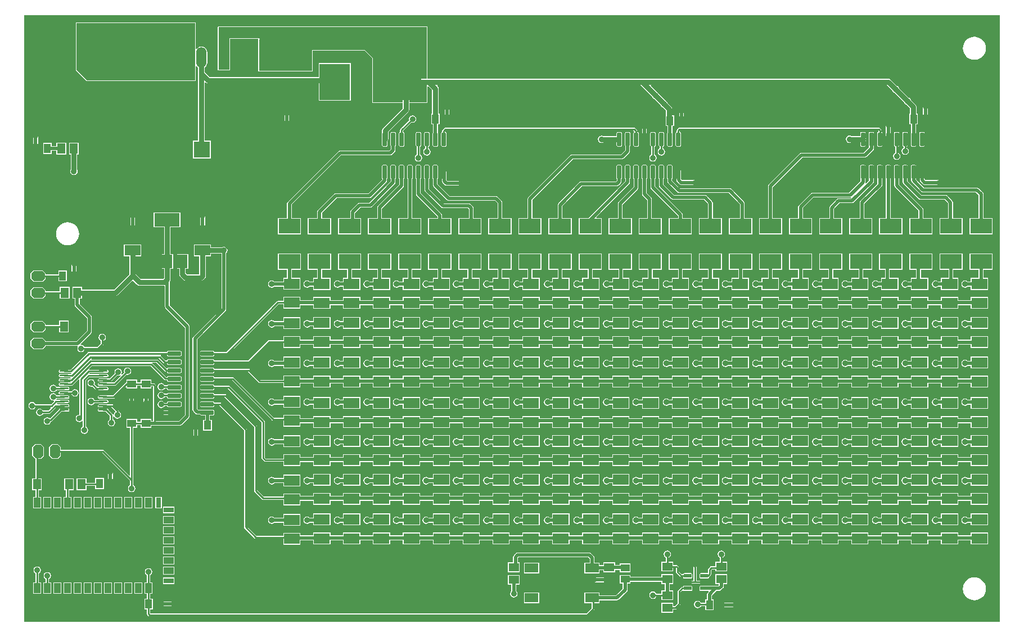
<source format=gtl>
G04*
G04 #@! TF.GenerationSoftware,Altium Limited,Altium Designer,19.0.15 (446)*
G04*
G04 Layer_Physical_Order=1*
G04 Layer_Color=255*
%FSLAX23Y23*%
%MOIN*%
G70*
G01*
G75*
%ADD21C,0.010*%
%ADD25R,0.051X0.063*%
%ADD26R,0.180X0.217*%
%ADD27R,0.098X0.170*%
%ADD28R,0.094X0.063*%
%ADD29R,0.150X0.079*%
%ADD30R,0.059X0.079*%
%ADD31R,0.043X0.055*%
%ADD32O,0.055X0.010*%
%ADD33O,0.055X0.010*%
%ADD34R,0.055X0.043*%
G04:AMPARAMS|DCode=35|XSize=78mil|YSize=24mil|CornerRadius=3mil|HoleSize=0mil|Usage=FLASHONLY|Rotation=0.000|XOffset=0mil|YOffset=0mil|HoleType=Round|Shape=RoundedRectangle|*
%AMROUNDEDRECTD35*
21,1,0.078,0.018,0,0,0.0*
21,1,0.072,0.024,0,0,0.0*
1,1,0.006,0.036,-0.009*
1,1,0.006,-0.036,-0.009*
1,1,0.006,-0.036,0.009*
1,1,0.006,0.036,0.009*
%
%ADD35ROUNDEDRECTD35*%
%ADD36R,0.040X0.060*%
%ADD37R,0.030X0.060*%
%ADD38R,0.060X0.030*%
%ADD39R,0.060X0.040*%
G04:AMPARAMS|DCode=40|XSize=78mil|YSize=24mil|CornerRadius=3mil|HoleSize=0mil|Usage=FLASHONLY|Rotation=90.000|XOffset=0mil|YOffset=0mil|HoleType=Round|Shape=RoundedRectangle|*
%AMROUNDEDRECTD40*
21,1,0.078,0.018,0,0,90.0*
21,1,0.072,0.024,0,0,90.0*
1,1,0.006,0.009,0.036*
1,1,0.006,0.009,-0.036*
1,1,0.006,-0.009,-0.036*
1,1,0.006,-0.009,0.036*
%
%ADD40ROUNDEDRECTD40*%
%ADD41R,0.130X0.090*%
%ADD42R,0.063X0.051*%
G04:AMPARAMS|DCode=43|XSize=48mil|YSize=23mil|CornerRadius=3mil|HoleSize=0mil|Usage=FLASHONLY|Rotation=0.000|XOffset=0mil|YOffset=0mil|HoleType=Round|Shape=RoundedRectangle|*
%AMROUNDEDRECTD43*
21,1,0.048,0.017,0,0,0.0*
21,1,0.042,0.023,0,0,0.0*
1,1,0.006,0.021,-0.009*
1,1,0.006,-0.021,-0.009*
1,1,0.006,-0.021,0.009*
1,1,0.006,0.021,0.009*
%
%ADD43ROUNDEDRECTD43*%
%ADD44R,0.043X0.057*%
%ADD45R,0.083X0.055*%
%ADD75C,0.030*%
%ADD76C,0.020*%
%ADD77R,0.098X0.098*%
%ADD78C,0.098*%
%ADD79O,0.177X0.089*%
%ADD80O,0.089X0.177*%
%ADD81O,0.098X0.197*%
G04:AMPARAMS|DCode=82|XSize=80mil|YSize=60mil|CornerRadius=0mil|HoleSize=0mil|Usage=FLASHONLY|Rotation=180.000|XOffset=0mil|YOffset=0mil|HoleType=Round|Shape=Octagon|*
%AMOCTAGOND82*
4,1,8,-0.040,0.015,-0.040,-0.015,-0.025,-0.030,0.025,-0.030,0.040,-0.015,0.040,0.015,0.025,0.030,-0.025,0.030,-0.040,0.015,0.0*
%
%ADD82OCTAGOND82*%

G04:AMPARAMS|DCode=83|XSize=80mil|YSize=60mil|CornerRadius=0mil|HoleSize=0mil|Usage=FLASHONLY|Rotation=90.000|XOffset=0mil|YOffset=0mil|HoleType=Round|Shape=Octagon|*
%AMOCTAGOND83*
4,1,8,0.015,0.040,-0.015,0.040,-0.030,0.025,-0.030,-0.025,-0.015,-0.040,0.015,-0.040,0.030,-0.025,0.030,0.025,0.015,0.040,0.0*
%
%ADD83OCTAGOND83*%

%ADD84O,0.061X0.122*%
%ADD85C,0.035*%
G36*
X4196Y-551D02*
X-1586D01*
Y3046D01*
X4196D01*
Y-551D01*
D02*
G37*
%LPC*%
G36*
X4045Y2918D02*
X4032Y2917D01*
X4019Y2913D01*
X4007Y2907D01*
X3997Y2898D01*
X3988Y2888D01*
X3982Y2876D01*
X3978Y2863D01*
X3977Y2850D01*
X3978Y2837D01*
X3982Y2824D01*
X3988Y2812D01*
X3997Y2802D01*
X4007Y2793D01*
X4019Y2787D01*
X4032Y2783D01*
X4045Y2782D01*
X4058Y2783D01*
X4071Y2787D01*
X4083Y2793D01*
X4093Y2802D01*
X4102Y2812D01*
X4108Y2824D01*
X4112Y2837D01*
X4113Y2850D01*
X4112Y2863D01*
X4108Y2876D01*
X4102Y2888D01*
X4093Y2898D01*
X4083Y2907D01*
X4071Y2913D01*
X4058Y2917D01*
X4045Y2918D01*
D02*
G37*
G36*
X-575Y3004D02*
X-1278D01*
X-1281Y3003D01*
X-1282Y3000D01*
Y2723D01*
X-1281Y2720D01*
X-1218Y2657D01*
X-1215Y2656D01*
X-575D01*
X-572Y2657D01*
X-571Y2660D01*
Y2744D01*
X-566Y2745D01*
X-562Y2740D01*
X-556Y2736D01*
Y2700D01*
Y2303D01*
X-588D01*
Y2197D01*
X-482D01*
Y2303D01*
X-518D01*
Y2647D01*
X-513Y2649D01*
X-511Y2646D01*
X-504Y2642D01*
X-497Y2641D01*
X160D01*
Y2538D01*
X348D01*
Y2762D01*
X160D01*
Y2679D01*
X-489D01*
X-518Y2708D01*
Y2736D01*
X-512Y2740D01*
X-507Y2747D01*
X-503Y2755D01*
X-502Y2764D01*
Y2826D01*
X-503Y2835D01*
X-507Y2843D01*
X-512Y2850D01*
X-520Y2856D01*
X-528Y2859D01*
X-537Y2860D01*
X-546Y2859D01*
X-554Y2856D01*
X-562Y2850D01*
X-566Y2845D01*
X-571Y2846D01*
Y3000D01*
X-572Y3003D01*
X-575Y3004D01*
D02*
G37*
G36*
X920Y2514D02*
X915Y2513D01*
X910Y2510D01*
X907Y2505D01*
X906Y2500D01*
Y2436D01*
X907Y2430D01*
X910Y2425D01*
X915Y2422D01*
X920Y2421D01*
X925Y2422D01*
X930Y2425D01*
X933Y2430D01*
X934Y2436D01*
Y2500D01*
X933Y2505D01*
X930Y2510D01*
X925Y2513D01*
X920Y2514D01*
D02*
G37*
G36*
X3755Y2519D02*
X3750Y2518D01*
X3745Y2515D01*
X3742Y2510D01*
X3741Y2505D01*
Y2441D01*
X3741Y2441D01*
X3742Y2436D01*
X3741Y2435D01*
X3740Y2430D01*
X3741Y2425D01*
X3744Y2420D01*
X3749Y2417D01*
X3754Y2416D01*
X3760Y2417D01*
X3765Y2420D01*
X3770Y2425D01*
X3770Y2425D01*
X3773Y2430D01*
X3774Y2436D01*
X3773Y2441D01*
X3770Y2446D01*
X3770Y2446D01*
X3769Y2446D01*
Y2505D01*
X3768Y2510D01*
X3765Y2515D01*
X3760Y2518D01*
X3755Y2519D01*
D02*
G37*
G36*
X715Y2452D02*
X707Y2450D01*
X699Y2446D01*
X695Y2438D01*
X693Y2430D01*
X695Y2423D01*
X644Y2371D01*
X642Y2369D01*
X641Y2365D01*
Y2353D01*
X638Y2352D01*
X636Y2351D01*
X635Y2349D01*
X634Y2346D01*
Y2274D01*
X635Y2271D01*
X636Y2269D01*
X638Y2268D01*
X641Y2267D01*
X659D01*
X662Y2268D01*
X664Y2269D01*
X665Y2271D01*
X666Y2274D01*
Y2346D01*
X665Y2349D01*
X664Y2351D01*
X662Y2352D01*
X659Y2353D01*
Y2361D01*
X708Y2410D01*
X715Y2408D01*
X723Y2410D01*
X731Y2414D01*
X735Y2422D01*
X737Y2430D01*
X735Y2438D01*
X731Y2446D01*
X723Y2450D01*
X715Y2452D01*
D02*
G37*
G36*
X2310Y2494D02*
X2305Y2493D01*
X2300Y2490D01*
X2297Y2485D01*
X2296Y2480D01*
Y2416D01*
X2297Y2410D01*
X2300Y2405D01*
X2305Y2402D01*
X2310Y2401D01*
X2315Y2402D01*
X2320Y2405D01*
X2323Y2410D01*
X2324Y2416D01*
Y2480D01*
X2323Y2485D01*
X2320Y2490D01*
X2315Y2493D01*
X2310Y2494D01*
D02*
G37*
G36*
X-31Y2497D02*
X-37Y2496D01*
X-41Y2493D01*
X-44Y2488D01*
X-45Y2483D01*
Y2406D01*
X-44Y2401D01*
X-41Y2396D01*
X-37Y2393D01*
X-31Y2392D01*
X-26Y2393D01*
X-21Y2396D01*
X-18Y2401D01*
X-17Y2406D01*
Y2483D01*
X-18Y2488D01*
X-21Y2493D01*
X-26Y2496D01*
X-31Y2497D01*
D02*
G37*
G36*
X3394Y2353D02*
X3376D01*
X3373Y2352D01*
X3371Y2351D01*
X3370Y2349D01*
X3369Y2346D01*
Y2329D01*
X3315D01*
X3313Y2331D01*
X3305Y2332D01*
X3297Y2331D01*
X3289Y2326D01*
X3285Y2319D01*
X3283Y2310D01*
X3285Y2302D01*
X3289Y2295D01*
X3297Y2290D01*
X3305Y2288D01*
X3313Y2290D01*
X3314Y2291D01*
X3369D01*
Y2274D01*
X3370Y2271D01*
X3371Y2269D01*
X3373Y2268D01*
X3376Y2267D01*
X3394D01*
X3397Y2268D01*
X3399Y2269D01*
X3400Y2271D01*
X3401Y2274D01*
Y2300D01*
X3403Y2303D01*
X3404Y2310D01*
X3403Y2317D01*
X3401Y2320D01*
Y2346D01*
X3400Y2349D01*
X3399Y2351D01*
X3397Y2352D01*
X3394Y2353D01*
D02*
G37*
G36*
X1949D02*
X1931D01*
X1928Y2352D01*
X1926Y2351D01*
X1925Y2349D01*
X1924Y2346D01*
Y2329D01*
X1845D01*
X1843Y2330D01*
X1835Y2332D01*
X1827Y2330D01*
X1819Y2326D01*
X1815Y2318D01*
X1813Y2310D01*
X1815Y2302D01*
X1819Y2294D01*
X1827Y2290D01*
X1835Y2288D01*
X1843Y2290D01*
X1845Y2291D01*
X1924D01*
Y2274D01*
X1925Y2271D01*
X1926Y2269D01*
X1928Y2268D01*
X1931Y2267D01*
X1949D01*
X1952Y2268D01*
X1954Y2269D01*
X1955Y2271D01*
X1956Y2274D01*
Y2306D01*
X1956Y2307D01*
Y2310D01*
X1956Y2311D01*
Y2346D01*
X1955Y2349D01*
X1954Y2351D01*
X1952Y2352D01*
X1949Y2353D01*
D02*
G37*
G36*
X3535Y2409D02*
X3530Y2408D01*
X3525Y2405D01*
X3522Y2400D01*
X3521Y2395D01*
Y2331D01*
X3522Y2325D01*
X3525Y2320D01*
X3530Y2317D01*
X3535Y2316D01*
X3540Y2317D01*
X3545Y2320D01*
X3548Y2325D01*
X3549Y2331D01*
Y2395D01*
X3548Y2400D01*
X3545Y2405D01*
X3540Y2408D01*
X3535Y2409D01*
D02*
G37*
G36*
X2090Y2399D02*
X2085Y2398D01*
X2080Y2395D01*
X2077Y2390D01*
X2076Y2385D01*
Y2321D01*
X2077Y2315D01*
X2080Y2310D01*
X2085Y2307D01*
X2090Y2306D01*
X2095Y2307D01*
X2100Y2310D01*
X2103Y2315D01*
X2104Y2321D01*
Y2385D01*
X2103Y2390D01*
X2100Y2395D01*
X2095Y2398D01*
X2090Y2399D01*
D02*
G37*
G36*
X-1338Y2290D02*
X-1397D01*
Y2269D01*
X-1424D01*
Y2288D01*
X-1475D01*
Y2222D01*
X-1424D01*
Y2241D01*
X-1397D01*
Y2220D01*
X-1338D01*
Y2290D01*
D02*
G37*
G36*
X3744Y2353D02*
X3726D01*
X3723Y2352D01*
X3721Y2351D01*
X3720Y2349D01*
X3719Y2346D01*
Y2274D01*
X3720Y2271D01*
X3721Y2269D01*
X3723Y2268D01*
X3726Y2267D01*
X3744D01*
X3747Y2268D01*
X3749Y2269D01*
X3750Y2271D01*
X3751Y2274D01*
Y2346D01*
X3750Y2349D01*
X3749Y2351D01*
X3747Y2352D01*
X3744Y2353D01*
D02*
G37*
G36*
X800Y2979D02*
X-435Y2979D01*
X-438Y2978D01*
X-439Y2975D01*
X-439Y2723D01*
X-438Y2720D01*
X-435Y2718D01*
X-370D01*
X-367Y2720D01*
X-366Y2723D01*
Y2757D01*
X-366Y2758D01*
X-366Y2758D01*
X-367Y2765D01*
Y2825D01*
X-366Y2832D01*
X-366Y2832D01*
X-366Y2833D01*
Y2906D01*
X-202D01*
X-199Y2901D01*
X-199Y2900D01*
Y2715D01*
X-198Y2712D01*
X-195Y2711D01*
X120D01*
X123Y2712D01*
X124Y2715D01*
Y2836D01*
X431D01*
X476Y2791D01*
Y2530D01*
X477Y2527D01*
X480Y2526D01*
X657D01*
Y2493D01*
X539Y2376D01*
X535Y2370D01*
X534Y2362D01*
Y2313D01*
X534Y2312D01*
Y2274D01*
X535Y2271D01*
X536Y2269D01*
X538Y2268D01*
X541Y2267D01*
X559D01*
X562Y2268D01*
X564Y2269D01*
X565Y2271D01*
X566Y2274D01*
Y2299D01*
X567Y2299D01*
X571Y2306D01*
X573Y2313D01*
Y2354D01*
X690Y2471D01*
X694Y2478D01*
X695Y2485D01*
Y2526D01*
X800D01*
X803Y2527D01*
X804Y2530D01*
Y2560D01*
Y2623D01*
X809Y2625D01*
X831Y2602D01*
Y2462D01*
X825D01*
Y2398D01*
X836D01*
Y2351D01*
X835Y2349D01*
X834Y2346D01*
Y2274D01*
X835Y2271D01*
X836Y2269D01*
X838Y2268D01*
X841Y2267D01*
X859D01*
X862Y2268D01*
X864Y2269D01*
X865Y2271D01*
X866Y2274D01*
Y2346D01*
X865Y2349D01*
X865Y2350D01*
Y2398D01*
X876D01*
Y2462D01*
X870D01*
Y2610D01*
X868Y2618D01*
X864Y2624D01*
X862Y2626D01*
X864Y2631D01*
X2067D01*
X2134Y2563D01*
X2135Y2562D01*
X2139Y2554D01*
X2147Y2550D01*
X2148Y2549D01*
X2184Y2513D01*
X2185Y2512D01*
X2189Y2504D01*
X2197Y2500D01*
X2198Y2499D01*
X2216Y2482D01*
Y2452D01*
X2215D01*
Y2388D01*
X2226D01*
Y2351D01*
X2225Y2349D01*
X2224Y2346D01*
Y2274D01*
X2225Y2271D01*
X2226Y2269D01*
X2228Y2268D01*
X2231Y2267D01*
X2249D01*
X2252Y2268D01*
X2254Y2269D01*
X2255Y2271D01*
X2256Y2274D01*
Y2346D01*
X2255Y2349D01*
X2255Y2350D01*
Y2388D01*
X2266D01*
Y2452D01*
X2254D01*
Y2490D01*
X2253Y2497D01*
X2249Y2504D01*
X2226Y2527D01*
X2225Y2528D01*
X2221Y2536D01*
X2213Y2540D01*
X2212Y2541D01*
X2176Y2577D01*
X2175Y2578D01*
X2171Y2586D01*
X2163Y2590D01*
X2162Y2591D01*
X2126Y2626D01*
X2128Y2631D01*
X3527D01*
X3559Y2598D01*
X3560Y2597D01*
X3564Y2589D01*
X3572Y2585D01*
X3573Y2584D01*
X3629Y2528D01*
X3630Y2527D01*
X3634Y2519D01*
X3642Y2515D01*
X3643Y2514D01*
X3663Y2495D01*
Y2462D01*
X3660D01*
Y2398D01*
X3671D01*
Y2351D01*
X3670Y2349D01*
X3669Y2346D01*
Y2274D01*
X3670Y2271D01*
X3671Y2269D01*
X3673Y2268D01*
X3676Y2267D01*
X3694D01*
X3697Y2268D01*
X3699Y2269D01*
X3700Y2271D01*
X3701Y2274D01*
Y2346D01*
X3700Y2349D01*
X3700Y2350D01*
Y2398D01*
X3711D01*
Y2462D01*
X3702D01*
Y2503D01*
X3700Y2510D01*
X3696Y2516D01*
X3671Y2542D01*
X3670Y2543D01*
X3666Y2551D01*
X3658Y2555D01*
X3657Y2556D01*
X3601Y2612D01*
X3600Y2613D01*
X3596Y2621D01*
X3588Y2625D01*
X3587Y2626D01*
X3549Y2664D01*
X3542Y2668D01*
X3535Y2669D01*
X804D01*
Y2975D01*
X803Y2978D01*
X800Y2979D01*
D02*
G37*
G36*
X3479Y2379D02*
X2296D01*
X2293Y2378D01*
X2290Y2376D01*
X2284Y2370D01*
X2282Y2367D01*
X2281Y2364D01*
Y2353D01*
X2278Y2352D01*
X2276Y2351D01*
X2275Y2349D01*
X2274Y2346D01*
Y2274D01*
X2275Y2271D01*
X2276Y2269D01*
X2278Y2268D01*
X2281Y2267D01*
X2299D01*
X2302Y2268D01*
X2304Y2269D01*
X2305Y2271D01*
X2306Y2274D01*
Y2346D01*
X2305Y2349D01*
X2304Y2351D01*
X2302Y2352D01*
X2299Y2353D01*
Y2360D01*
X2300Y2361D01*
X3475D01*
X3476Y2360D01*
Y2353D01*
X3473Y2352D01*
X3471Y2351D01*
X3470Y2349D01*
X3469Y2346D01*
Y2274D01*
X3470Y2271D01*
X3471Y2269D01*
X3473Y2268D01*
X3476Y2267D01*
X3494D01*
X3497Y2268D01*
X3499Y2269D01*
X3500Y2271D01*
X3501Y2274D01*
Y2346D01*
X3500Y2349D01*
X3499Y2351D01*
X3497Y2352D01*
X3494Y2353D01*
Y2364D01*
X3493Y2368D01*
X3491Y2371D01*
X3486Y2376D01*
X3483Y2378D01*
X3479Y2379D01*
D02*
G37*
G36*
X2028D02*
X910D01*
X906Y2378D01*
X903Y2376D01*
X892Y2365D01*
X890Y2362D01*
X889Y2358D01*
Y2352D01*
X888Y2352D01*
X886Y2351D01*
X885Y2349D01*
X884Y2346D01*
Y2274D01*
X885Y2271D01*
X886Y2269D01*
X888Y2268D01*
X891Y2267D01*
X909D01*
X912Y2268D01*
X914Y2269D01*
X915Y2271D01*
X916Y2274D01*
Y2346D01*
X915Y2349D01*
X914Y2351D01*
X912Y2352D01*
X911Y2353D01*
X911Y2357D01*
X914Y2361D01*
X2024D01*
X2028Y2357D01*
X2028Y2356D01*
X2028Y2352D01*
X2026Y2351D01*
X2025Y2349D01*
X2024Y2346D01*
Y2274D01*
X2025Y2271D01*
X2026Y2269D01*
X2028Y2268D01*
X2031Y2267D01*
X2049D01*
X2052Y2268D01*
X2054Y2269D01*
X2055Y2271D01*
X2056Y2274D01*
Y2346D01*
X2055Y2349D01*
X2054Y2351D01*
X2052Y2352D01*
X2049Y2353D01*
X2047D01*
Y2360D01*
X2047Y2364D01*
X2045Y2367D01*
X2035Y2376D01*
X2032Y2378D01*
X2028Y2379D01*
D02*
G37*
G36*
X609Y2353D02*
X591D01*
X588Y2352D01*
X586Y2351D01*
X585Y2349D01*
X584Y2346D01*
Y2274D01*
X585Y2271D01*
X586Y2270D01*
Y2252D01*
X578Y2244D01*
X285D01*
X285Y2244D01*
X280Y2243D01*
X275Y2240D01*
X275Y2240D01*
X-25Y1940D01*
X-28Y1935D01*
X-29Y1930D01*
X-29Y1930D01*
Y1844D01*
X-84D01*
Y1746D01*
X54D01*
Y1844D01*
X-1D01*
Y1924D01*
X291Y2216D01*
X584D01*
X584Y2216D01*
X590Y2217D01*
X594Y2220D01*
X610Y2236D01*
X610Y2236D01*
X613Y2240D01*
X614Y2246D01*
X614Y2246D01*
Y2270D01*
X615Y2271D01*
X616Y2274D01*
Y2346D01*
X615Y2349D01*
X614Y2351D01*
X612Y2352D01*
X609Y2353D01*
D02*
G37*
G36*
X-1519Y2348D02*
X-1524Y2347D01*
X-1529Y2344D01*
X-1532Y2339D01*
X-1533Y2334D01*
Y2257D01*
X-1532Y2252D01*
X-1529Y2247D01*
X-1524Y2244D01*
X-1519Y2243D01*
X-1513Y2244D01*
X-1509Y2247D01*
X-1506Y2252D01*
X-1505Y2257D01*
Y2334D01*
X-1506Y2339D01*
X-1509Y2344D01*
X-1513Y2347D01*
X-1519Y2348D01*
D02*
G37*
G36*
X3444Y2353D02*
X3426D01*
X3423Y2352D01*
X3421Y2351D01*
X3420Y2349D01*
X3419Y2346D01*
Y2274D01*
X3420Y2271D01*
X3421Y2270D01*
Y2261D01*
X3389Y2229D01*
X3020D01*
X3020Y2229D01*
X3015Y2228D01*
X3010Y2225D01*
X2827Y2042D01*
X2824Y2038D01*
X2823Y2032D01*
X2823Y2032D01*
Y1844D01*
X2768D01*
Y1746D01*
X2906D01*
Y1844D01*
X2851D01*
Y2026D01*
X3026Y2201D01*
X3395D01*
X3395Y2201D01*
X3400Y2202D01*
X3405Y2205D01*
X3445Y2245D01*
X3445Y2245D01*
X3448Y2250D01*
X3449Y2255D01*
Y2270D01*
X3450Y2271D01*
X3451Y2274D01*
Y2346D01*
X3450Y2349D01*
X3449Y2351D01*
X3447Y2352D01*
X3444Y2353D01*
D02*
G37*
G36*
X1999D02*
X1981D01*
X1978Y2352D01*
X1976Y2351D01*
X1975Y2349D01*
X1974Y2346D01*
Y2274D01*
X1975Y2271D01*
X1976Y2270D01*
Y2246D01*
X1949Y2219D01*
X1660D01*
X1660Y2219D01*
X1655Y2218D01*
X1650Y2215D01*
X1650Y2215D01*
X1401Y1966D01*
X1398Y1962D01*
X1397Y1956D01*
X1397Y1956D01*
Y1844D01*
X1342D01*
Y1746D01*
X1480D01*
Y1844D01*
X1425D01*
Y1950D01*
X1666Y2191D01*
X1955D01*
X1955Y2191D01*
X1960Y2192D01*
X1965Y2195D01*
X2000Y2230D01*
X2000Y2230D01*
X2003Y2235D01*
X2004Y2240D01*
X2004Y2240D01*
Y2270D01*
X2005Y2271D01*
X2006Y2274D01*
Y2346D01*
X2005Y2349D01*
X2004Y2351D01*
X2002Y2352D01*
X1999Y2353D01*
D02*
G37*
G36*
X3644D02*
X3626D01*
X3623Y2352D01*
X3621Y2351D01*
X3620Y2349D01*
X3619Y2346D01*
Y2274D01*
X3620Y2271D01*
X3621Y2269D01*
X3623Y2268D01*
X3626Y2267D01*
Y2260D01*
X3619Y2256D01*
X3615Y2248D01*
X3613Y2240D01*
X3615Y2232D01*
X3619Y2224D01*
X3627Y2220D01*
X3635Y2218D01*
X3643Y2220D01*
X3651Y2224D01*
X3655Y2232D01*
X3657Y2240D01*
X3655Y2248D01*
X3651Y2256D01*
X3644Y2260D01*
Y2267D01*
X3647Y2268D01*
X3649Y2269D01*
X3650Y2271D01*
X3651Y2274D01*
Y2346D01*
X3650Y2349D01*
X3649Y2351D01*
X3647Y2352D01*
X3644Y2353D01*
D02*
G37*
G36*
X2199D02*
X2181D01*
X2178Y2352D01*
X2176Y2351D01*
X2175Y2349D01*
X2174Y2346D01*
Y2274D01*
X2175Y2271D01*
X2176Y2269D01*
X2178Y2268D01*
X2181Y2267D01*
Y2255D01*
X2174Y2251D01*
X2170Y2243D01*
X2168Y2235D01*
X2170Y2227D01*
X2174Y2219D01*
X2182Y2215D01*
X2190Y2213D01*
X2198Y2215D01*
X2206Y2219D01*
X2210Y2227D01*
X2212Y2235D01*
X2210Y2243D01*
X2206Y2251D01*
X2199Y2255D01*
Y2267D01*
X2202Y2268D01*
X2204Y2269D01*
X2205Y2271D01*
X2206Y2274D01*
Y2346D01*
X2205Y2349D01*
X2204Y2351D01*
X2202Y2352D01*
X2199Y2353D01*
D02*
G37*
G36*
X809D02*
X791D01*
X788Y2352D01*
X786Y2351D01*
X785Y2349D01*
X784Y2346D01*
Y2274D01*
X785Y2271D01*
X786Y2269D01*
X788Y2268D01*
X791Y2267D01*
Y2255D01*
X784Y2251D01*
X780Y2243D01*
X778Y2235D01*
X780Y2227D01*
X784Y2219D01*
X792Y2215D01*
X800Y2213D01*
X808Y2215D01*
X816Y2219D01*
X820Y2227D01*
X822Y2235D01*
X820Y2243D01*
X816Y2251D01*
X809Y2255D01*
Y2267D01*
X812Y2268D01*
X814Y2269D01*
X815Y2271D01*
X816Y2274D01*
Y2346D01*
X815Y2349D01*
X814Y2351D01*
X812Y2352D01*
X809Y2353D01*
D02*
G37*
G36*
X3594D02*
X3576D01*
X3573Y2352D01*
X3571Y2351D01*
X3570Y2349D01*
X3569Y2346D01*
Y2274D01*
X3570Y2271D01*
X3571Y2269D01*
X3573Y2268D01*
X3576Y2267D01*
Y2230D01*
X3569Y2226D01*
X3565Y2218D01*
X3563Y2210D01*
X3565Y2202D01*
X3569Y2194D01*
X3577Y2190D01*
X3585Y2188D01*
X3593Y2190D01*
X3601Y2194D01*
X3605Y2202D01*
X3607Y2210D01*
X3605Y2218D01*
X3601Y2226D01*
X3594Y2230D01*
Y2267D01*
X3597Y2268D01*
X3599Y2269D01*
X3600Y2271D01*
X3601Y2274D01*
Y2346D01*
X3600Y2349D01*
X3599Y2351D01*
X3597Y2352D01*
X3594Y2353D01*
D02*
G37*
G36*
X2149D02*
X2131D01*
X2128Y2352D01*
X2126Y2351D01*
X2125Y2349D01*
X2124Y2346D01*
Y2274D01*
X2125Y2271D01*
X2126Y2269D01*
X2128Y2268D01*
X2131Y2267D01*
Y2220D01*
X2124Y2216D01*
X2120Y2208D01*
X2118Y2200D01*
X2120Y2192D01*
X2124Y2184D01*
X2132Y2180D01*
X2140Y2178D01*
X2148Y2180D01*
X2156Y2184D01*
X2160Y2192D01*
X2162Y2200D01*
X2160Y2208D01*
X2156Y2216D01*
X2149Y2220D01*
Y2267D01*
X2152Y2268D01*
X2154Y2269D01*
X2155Y2271D01*
X2156Y2274D01*
Y2346D01*
X2155Y2349D01*
X2154Y2351D01*
X2152Y2352D01*
X2149Y2353D01*
D02*
G37*
G36*
X759D02*
X741D01*
X738Y2352D01*
X736Y2351D01*
X735Y2349D01*
X734Y2346D01*
Y2274D01*
X735Y2271D01*
X736Y2269D01*
X738Y2268D01*
X741Y2267D01*
Y2220D01*
X734Y2216D01*
X730Y2208D01*
X728Y2200D01*
X730Y2192D01*
X734Y2184D01*
X742Y2180D01*
X750Y2178D01*
X758Y2180D01*
X766Y2184D01*
X770Y2192D01*
X772Y2200D01*
X770Y2208D01*
X766Y2216D01*
X759Y2220D01*
Y2267D01*
X762Y2268D01*
X764Y2269D01*
X765Y2271D01*
X766Y2274D01*
Y2346D01*
X765Y2349D01*
X764Y2351D01*
X762Y2352D01*
X759Y2353D01*
D02*
G37*
G36*
X-1263Y2290D02*
X-1322D01*
Y2220D01*
X-1312D01*
Y2130D01*
X-1313Y2128D01*
X-1315Y2120D01*
X-1313Y2112D01*
X-1308Y2104D01*
X-1301Y2100D01*
X-1293Y2098D01*
X-1284Y2100D01*
X-1277Y2104D01*
X-1272Y2112D01*
X-1271Y2120D01*
X-1272Y2128D01*
X-1273Y2130D01*
Y2220D01*
X-1263D01*
Y2290D01*
D02*
G37*
G36*
X1949Y2158D02*
X1931D01*
X1928Y2157D01*
X1926Y2156D01*
X1925Y2154D01*
X1924Y2151D01*
Y2079D01*
X1925Y2077D01*
X1926Y2075D01*
Y2066D01*
X1919Y2059D01*
X1714D01*
X1714Y2059D01*
X1709Y2058D01*
X1704Y2055D01*
X1579Y1930D01*
X1576Y1925D01*
X1575Y1920D01*
X1575Y1920D01*
Y1844D01*
X1520D01*
Y1746D01*
X1658D01*
Y1844D01*
X1604D01*
Y1914D01*
X1720Y2031D01*
X1925D01*
X1925Y2031D01*
X1930Y2032D01*
X1935Y2035D01*
X1950Y2050D01*
X1953Y2055D01*
X1954Y2060D01*
X1954Y2060D01*
Y2075D01*
X1955Y2077D01*
X1956Y2079D01*
Y2151D01*
X1955Y2154D01*
X1954Y2156D01*
X1952Y2157D01*
X1949Y2158D01*
D02*
G37*
G36*
X3444D02*
X3426D01*
X3423Y2157D01*
X3421Y2156D01*
X3420Y2154D01*
X3419Y2151D01*
Y2079D01*
X3420Y2077D01*
X3421Y2075D01*
Y2066D01*
X3403Y2048D01*
X3402Y2048D01*
X3398Y2051D01*
X3399Y2055D01*
X3399Y2055D01*
Y2075D01*
X3400Y2077D01*
X3401Y2079D01*
Y2151D01*
X3400Y2154D01*
X3399Y2156D01*
X3397Y2157D01*
X3394Y2158D01*
X3376D01*
X3373Y2157D01*
X3371Y2156D01*
X3370Y2154D01*
X3369Y2151D01*
Y2079D01*
X3370Y2077D01*
X3371Y2075D01*
Y2061D01*
X3304Y1994D01*
X3085D01*
X3080Y1993D01*
X3075Y1990D01*
X3075Y1990D01*
X3005Y1920D01*
X3002Y1915D01*
X3001Y1910D01*
X3001Y1910D01*
Y1844D01*
X2946D01*
Y1746D01*
X3084D01*
Y1844D01*
X3030D01*
Y1904D01*
X3091Y1966D01*
X3310D01*
X3310Y1966D01*
X3313Y1966D01*
X3316Y1962D01*
X3314Y1959D01*
X3241D01*
X3241Y1959D01*
X3235Y1958D01*
X3231Y1955D01*
X3190Y1914D01*
X3187Y1910D01*
X3186Y1904D01*
X3186Y1904D01*
Y1844D01*
X3125D01*
Y1746D01*
X3263D01*
Y1844D01*
X3214D01*
Y1898D01*
X3247Y1931D01*
X3320D01*
X3320Y1931D01*
X3325Y1932D01*
X3330Y1935D01*
X3445Y2050D01*
X3445Y2050D01*
X3448Y2055D01*
X3449Y2060D01*
X3449Y2060D01*
Y2075D01*
X3450Y2077D01*
X3451Y2079D01*
Y2151D01*
X3450Y2154D01*
X3449Y2156D01*
X3447Y2157D01*
X3444Y2158D01*
D02*
G37*
G36*
X3737Y2133D02*
X3731Y2131D01*
X3727Y2128D01*
X3724Y2124D01*
X3723Y2118D01*
Y2068D01*
X3723Y2068D01*
X3724Y2063D01*
X3727Y2058D01*
X3741Y2044D01*
X3741Y2044D01*
X3746Y2041D01*
X3751Y2040D01*
X3751Y2040D01*
X3839D01*
X3844Y2041D01*
X3849Y2044D01*
X3852Y2048D01*
X3853Y2054D01*
X3852Y2059D01*
X3849Y2064D01*
X3844Y2067D01*
X3839Y2068D01*
X3757D01*
X3751Y2074D01*
Y2118D01*
X3750Y2124D01*
X3747Y2128D01*
X3742Y2131D01*
X3737Y2133D01*
D02*
G37*
G36*
X2292D02*
X2286Y2131D01*
X2282Y2128D01*
X2279Y2124D01*
X2278Y2118D01*
Y2068D01*
X2278Y2068D01*
X2279Y2063D01*
X2282Y2058D01*
X2296Y2044D01*
X2296Y2044D01*
X2301Y2041D01*
X2306Y2040D01*
X2306Y2040D01*
X2394D01*
X2399Y2041D01*
X2404Y2044D01*
X2407Y2048D01*
X2408Y2054D01*
X2407Y2059D01*
X2404Y2064D01*
X2399Y2067D01*
X2394Y2068D01*
X2312D01*
X2306Y2074D01*
Y2118D01*
X2305Y2124D01*
X2302Y2128D01*
X2297Y2131D01*
X2292Y2133D01*
D02*
G37*
G36*
X900Y2129D02*
X895Y2128D01*
X890Y2125D01*
X887Y2121D01*
X886Y2115D01*
X887Y2110D01*
X888Y2109D01*
Y2063D01*
X888Y2063D01*
X889Y2058D01*
X892Y2053D01*
X906Y2039D01*
X906Y2039D01*
X911Y2036D01*
X916Y2035D01*
X916Y2035D01*
X1004D01*
X1009Y2036D01*
X1014Y2039D01*
X1017Y2043D01*
X1018Y2049D01*
X1017Y2054D01*
X1014Y2059D01*
X1009Y2062D01*
X1004Y2063D01*
X922D01*
X916Y2069D01*
Y2113D01*
X915Y2119D01*
X912Y2123D01*
X912Y2123D01*
X910Y2125D01*
X905Y2128D01*
X900Y2129D01*
D02*
G37*
G36*
X559Y2158D02*
X541D01*
X538Y2157D01*
X536Y2156D01*
X535Y2154D01*
X534Y2151D01*
Y2079D01*
X535Y2077D01*
X536Y2075D01*
Y2071D01*
X454Y1989D01*
X260D01*
X260Y1989D01*
X255Y1988D01*
X250Y1985D01*
X250Y1985D01*
X153Y1888D01*
X150Y1884D01*
X149Y1878D01*
X149Y1878D01*
Y1844D01*
X94D01*
Y1746D01*
X232D01*
Y1844D01*
X178D01*
Y1872D01*
X266Y1961D01*
X460D01*
X460Y1961D01*
X465Y1962D01*
X470Y1965D01*
X560Y2055D01*
X560Y2055D01*
X563Y2060D01*
X564Y2065D01*
X564Y2065D01*
Y2075D01*
X565Y2077D01*
X566Y2079D01*
Y2151D01*
X565Y2154D01*
X564Y2156D01*
X562Y2157D01*
X559Y2158D01*
D02*
G37*
G36*
X609D02*
X591D01*
X588Y2157D01*
X586Y2156D01*
X585Y2154D01*
X584Y2151D01*
Y2079D01*
X585Y2077D01*
X586Y2075D01*
Y2061D01*
X459Y1934D01*
X400D01*
X395Y1933D01*
X390Y1930D01*
X390Y1930D01*
X350Y1890D01*
X347Y1885D01*
X346Y1880D01*
X346Y1880D01*
Y1844D01*
X273D01*
Y1746D01*
X411D01*
Y1844D01*
X374D01*
Y1874D01*
X406Y1906D01*
X465D01*
X465Y1906D01*
X470Y1907D01*
X475Y1910D01*
X610Y2045D01*
X610Y2045D01*
X613Y2050D01*
X614Y2055D01*
Y2075D01*
X615Y2077D01*
X616Y2079D01*
Y2151D01*
X615Y2154D01*
X614Y2156D01*
X612Y2157D01*
X609Y2158D01*
D02*
G37*
G36*
X-529Y1873D02*
X-534Y1872D01*
X-539Y1869D01*
X-542Y1864D01*
X-543Y1859D01*
Y1782D01*
X-542Y1777D01*
X-539Y1772D01*
X-534Y1769D01*
X-529Y1768D01*
X-523Y1769D01*
X-519Y1772D01*
X-516Y1777D01*
X-515Y1782D01*
Y1859D01*
X-516Y1864D01*
X-519Y1869D01*
X-523Y1872D01*
X-529Y1873D01*
D02*
G37*
G36*
X-944D02*
X-949Y1872D01*
X-954Y1869D01*
X-957Y1864D01*
X-958Y1859D01*
Y1782D01*
X-957Y1777D01*
X-954Y1772D01*
X-949Y1769D01*
X-944Y1768D01*
X-938Y1769D01*
X-934Y1772D01*
X-931Y1777D01*
X-930Y1782D01*
Y1859D01*
X-931Y1864D01*
X-934Y1869D01*
X-938Y1872D01*
X-944Y1873D01*
D02*
G37*
G36*
X3694Y2158D02*
X3676D01*
X3673Y2157D01*
X3671Y2156D01*
X3670Y2154D01*
X3669Y2151D01*
Y2079D01*
X3670Y2077D01*
X3671Y2075D01*
Y2065D01*
X3671Y2065D01*
X3672Y2060D01*
X3675Y2055D01*
X3730Y2000D01*
X3730Y2000D01*
X3735Y1997D01*
X3740Y1996D01*
X4054D01*
X4071Y1979D01*
Y1844D01*
X4016D01*
Y1746D01*
X4154D01*
Y1844D01*
X4099D01*
Y1985D01*
X4098Y1990D01*
X4095Y1995D01*
X4095Y1995D01*
X4070Y2020D01*
X4065Y2023D01*
X4060Y2024D01*
X4060Y2024D01*
X3746D01*
X3699Y2071D01*
Y2075D01*
X3700Y2077D01*
X3701Y2079D01*
Y2151D01*
X3700Y2154D01*
X3699Y2156D01*
X3697Y2157D01*
X3694Y2158D01*
D02*
G37*
G36*
X3644D02*
X3626D01*
X3623Y2157D01*
X3621Y2156D01*
X3620Y2154D01*
X3619Y2151D01*
Y2079D01*
X3620Y2077D01*
X3621Y2075D01*
Y2055D01*
X3621Y2055D01*
X3622Y2050D01*
X3625Y2045D01*
X3715Y1955D01*
X3715Y1955D01*
X3720Y1952D01*
X3725Y1951D01*
X3725Y1951D01*
X3869D01*
X3890Y1930D01*
Y1844D01*
X3838D01*
Y1746D01*
X3976D01*
Y1844D01*
X3918D01*
Y1936D01*
X3918Y1936D01*
X3917Y1941D01*
X3914Y1946D01*
X3914Y1946D01*
X3885Y1975D01*
X3880Y1978D01*
X3875Y1979D01*
X3875Y1979D01*
X3731D01*
X3649Y2061D01*
Y2075D01*
X3650Y2077D01*
X3651Y2079D01*
Y2151D01*
X3650Y2154D01*
X3649Y2156D01*
X3647Y2157D01*
X3644Y2158D01*
D02*
G37*
G36*
X3594D02*
X3576D01*
X3573Y2157D01*
X3571Y2156D01*
X3570Y2154D01*
X3569Y2151D01*
Y2079D01*
X3570Y2077D01*
X3571Y2075D01*
Y2035D01*
X3571Y2035D01*
X3572Y2030D01*
X3575Y2025D01*
X3714Y1886D01*
Y1844D01*
X3659D01*
Y1746D01*
X3797D01*
Y1844D01*
X3743D01*
Y1892D01*
X3742Y1897D01*
X3739Y1902D01*
X3739Y1902D01*
X3599Y2041D01*
Y2075D01*
X3600Y2077D01*
X3601Y2079D01*
Y2151D01*
X3600Y2154D01*
X3599Y2156D01*
X3597Y2157D01*
X3594Y2158D01*
D02*
G37*
G36*
X3544D02*
X3526D01*
X3523Y2157D01*
X3521Y2156D01*
X3520Y2154D01*
X3519Y2151D01*
Y2079D01*
X3520Y2077D01*
X3521Y2075D01*
Y1844D01*
X3481D01*
Y1746D01*
X3619D01*
Y1844D01*
X3549D01*
Y2075D01*
X3550Y2077D01*
X3551Y2079D01*
Y2151D01*
X3550Y2154D01*
X3549Y2156D01*
X3547Y2157D01*
X3544Y2158D01*
D02*
G37*
G36*
X3494D02*
X3476D01*
X3473Y2157D01*
X3471Y2156D01*
X3470Y2154D01*
X3469Y2151D01*
Y2079D01*
X3470Y2077D01*
X3471Y2075D01*
Y2046D01*
X3370Y1945D01*
X3367Y1940D01*
X3366Y1935D01*
X3366Y1935D01*
Y1844D01*
X3303D01*
Y1746D01*
X3441D01*
Y1844D01*
X3394D01*
Y1929D01*
X3495Y2030D01*
X3495Y2030D01*
X3498Y2035D01*
X3499Y2040D01*
Y2075D01*
X3500Y2077D01*
X3501Y2079D01*
Y2151D01*
X3500Y2154D01*
X3499Y2156D01*
X3497Y2157D01*
X3494Y2158D01*
D02*
G37*
G36*
X2249D02*
X2231D01*
X2228Y2157D01*
X2226Y2156D01*
X2225Y2154D01*
X2224Y2151D01*
Y2079D01*
X2225Y2077D01*
X2226Y2075D01*
Y2060D01*
X2226Y2060D01*
X2227Y2055D01*
X2230Y2050D01*
X2285Y1995D01*
X2285Y1995D01*
X2290Y1992D01*
X2295Y1991D01*
X2589D01*
X2656Y1924D01*
Y1844D01*
X2590D01*
Y1746D01*
X2728D01*
Y1844D01*
X2684D01*
Y1930D01*
X2684Y1930D01*
X2683Y1935D01*
X2680Y1940D01*
X2680Y1940D01*
X2605Y2015D01*
X2600Y2018D01*
X2595Y2019D01*
X2595Y2019D01*
X2301D01*
X2254Y2066D01*
Y2075D01*
X2255Y2077D01*
X2256Y2079D01*
Y2151D01*
X2255Y2154D01*
X2254Y2156D01*
X2252Y2157D01*
X2249Y2158D01*
D02*
G37*
G36*
X2199D02*
X2181D01*
X2178Y2157D01*
X2176Y2156D01*
X2175Y2154D01*
X2174Y2151D01*
Y2079D01*
X2175Y2077D01*
X2176Y2075D01*
Y2035D01*
X2176Y2035D01*
X2177Y2030D01*
X2180Y2025D01*
X2250Y1955D01*
X2250Y1955D01*
X2255Y1952D01*
X2260Y1951D01*
X2444D01*
X2466Y1928D01*
Y1844D01*
X2412D01*
Y1746D01*
X2550D01*
Y1844D01*
X2495D01*
Y1934D01*
X2494Y1940D01*
X2491Y1944D01*
X2491Y1944D01*
X2460Y1975D01*
X2455Y1978D01*
X2450Y1979D01*
X2450Y1979D01*
X2266D01*
X2204Y2041D01*
Y2075D01*
X2205Y2077D01*
X2206Y2079D01*
Y2151D01*
X2205Y2154D01*
X2204Y2156D01*
X2202Y2157D01*
X2199Y2158D01*
D02*
G37*
G36*
X2149D02*
X2131D01*
X2128Y2157D01*
X2126Y2156D01*
X2125Y2154D01*
X2124Y2151D01*
Y2079D01*
X2125Y2077D01*
X2126Y2075D01*
Y2025D01*
X2126Y2025D01*
X2127Y2020D01*
X2130Y2015D01*
X2288Y1857D01*
Y1844D01*
X2233D01*
Y1746D01*
X2371D01*
Y1844D01*
X2317D01*
Y1863D01*
X2317Y1863D01*
X2316Y1868D01*
X2312Y1873D01*
X2154Y2031D01*
Y2075D01*
X2155Y2077D01*
X2156Y2079D01*
Y2151D01*
X2155Y2154D01*
X2154Y2156D01*
X2152Y2157D01*
X2149Y2158D01*
D02*
G37*
G36*
X2099D02*
X2081D01*
X2078Y2157D01*
X2076Y2156D01*
X2075Y2154D01*
X2074Y2151D01*
Y2079D01*
X2075Y2077D01*
X2076Y2075D01*
Y1985D01*
X2076Y1985D01*
X2077Y1980D01*
X2080Y1975D01*
X2106Y1949D01*
Y1844D01*
X2055D01*
Y1746D01*
X2193D01*
Y1844D01*
X2134D01*
Y1955D01*
X2134Y1955D01*
X2133Y1960D01*
X2130Y1965D01*
X2130Y1965D01*
X2104Y1991D01*
Y2075D01*
X2105Y2077D01*
X2106Y2079D01*
Y2151D01*
X2105Y2154D01*
X2104Y2156D01*
X2102Y2157D01*
X2099Y2158D01*
D02*
G37*
G36*
X2049D02*
X2031D01*
X2028Y2157D01*
X2026Y2156D01*
X2025Y2154D01*
X2024Y2151D01*
Y2079D01*
X2025Y2077D01*
X2026Y2075D01*
Y2030D01*
X1936Y1940D01*
X1933Y1935D01*
X1932Y1930D01*
X1932Y1930D01*
Y1844D01*
X1877D01*
Y1746D01*
X2015D01*
Y1844D01*
X1960D01*
Y1924D01*
X2050Y2014D01*
X2050Y2014D01*
X2053Y2019D01*
X2054Y2024D01*
X2054Y2024D01*
Y2075D01*
X2055Y2077D01*
X2056Y2079D01*
Y2151D01*
X2055Y2154D01*
X2054Y2156D01*
X2052Y2157D01*
X2049Y2158D01*
D02*
G37*
G36*
X1999D02*
X1981D01*
X1978Y2157D01*
X1976Y2156D01*
X1975Y2154D01*
X1974Y2151D01*
Y2079D01*
X1975Y2077D01*
X1976Y2075D01*
Y2061D01*
X1759Y1844D01*
X1699D01*
Y1746D01*
X1837D01*
Y1844D01*
X1806D01*
X1804Y1849D01*
X2000Y2045D01*
X2000Y2045D01*
X2003Y2050D01*
X2004Y2055D01*
X2004Y2055D01*
Y2075D01*
X2005Y2077D01*
X2006Y2079D01*
Y2151D01*
X2005Y2154D01*
X2004Y2156D01*
X2002Y2157D01*
X1999Y2158D01*
D02*
G37*
G36*
X859D02*
X841D01*
X838Y2157D01*
X836Y2156D01*
X835Y2154D01*
X834Y2151D01*
Y2079D01*
X835Y2077D01*
X836Y2075D01*
Y2040D01*
X836Y2040D01*
X837Y2035D01*
X840Y2030D01*
X920Y1950D01*
X920Y1950D01*
X925Y1947D01*
X930Y1946D01*
X930Y1946D01*
X1204D01*
X1219Y1931D01*
Y1844D01*
X1164D01*
Y1746D01*
X1302D01*
Y1844D01*
X1247D01*
Y1937D01*
X1247Y1937D01*
X1246Y1943D01*
X1243Y1947D01*
X1243Y1947D01*
X1220Y1970D01*
X1215Y1973D01*
X1210Y1974D01*
X1210Y1974D01*
X936D01*
X864Y2046D01*
Y2075D01*
X865Y2077D01*
X866Y2079D01*
Y2151D01*
X865Y2154D01*
X864Y2156D01*
X862Y2157D01*
X859Y2158D01*
D02*
G37*
G36*
X809D02*
X791D01*
X788Y2157D01*
X786Y2156D01*
X785Y2154D01*
X784Y2151D01*
Y2079D01*
X785Y2077D01*
X786Y2075D01*
Y2010D01*
X786Y2010D01*
X787Y2005D01*
X790Y2000D01*
X885Y1905D01*
X885Y1905D01*
X890Y1902D01*
X895Y1901D01*
X895Y1901D01*
X1044D01*
X1049Y1896D01*
Y1844D01*
X986D01*
Y1746D01*
X1124D01*
Y1844D01*
X1077D01*
Y1902D01*
X1077Y1902D01*
X1076Y1907D01*
X1073Y1912D01*
X1073Y1912D01*
X1060Y1925D01*
X1055Y1928D01*
X1050Y1929D01*
X1050Y1929D01*
X901D01*
X814Y2016D01*
Y2075D01*
X815Y2077D01*
X816Y2079D01*
Y2151D01*
X815Y2154D01*
X814Y2156D01*
X812Y2157D01*
X809Y2158D01*
D02*
G37*
G36*
X759D02*
X741D01*
X738Y2157D01*
X736Y2156D01*
X735Y2154D01*
X734Y2151D01*
Y2079D01*
X735Y2077D01*
X736Y2075D01*
Y1985D01*
X736Y1985D01*
X737Y1980D01*
X740Y1975D01*
X862Y1853D01*
Y1844D01*
X807D01*
Y1746D01*
X945D01*
Y1844D01*
X891D01*
Y1859D01*
X889Y1864D01*
X886Y1869D01*
X886Y1869D01*
X764Y1991D01*
Y2075D01*
X765Y2077D01*
X766Y2079D01*
Y2151D01*
X765Y2154D01*
X764Y2156D01*
X762Y2157D01*
X759Y2158D01*
D02*
G37*
G36*
X709D02*
X691D01*
X688Y2157D01*
X686Y2156D01*
X685Y2154D01*
X684Y2151D01*
Y2079D01*
X685Y2077D01*
X686Y2075D01*
Y1844D01*
X629D01*
Y1746D01*
X767D01*
Y1844D01*
X714D01*
Y2075D01*
X715Y2077D01*
X716Y2079D01*
Y2151D01*
X715Y2154D01*
X714Y2156D01*
X712Y2157D01*
X709Y2158D01*
D02*
G37*
G36*
X659D02*
X641D01*
X638Y2157D01*
X636Y2156D01*
X635Y2154D01*
X634Y2151D01*
Y2079D01*
X635Y2077D01*
X636Y2075D01*
Y2041D01*
X510Y1915D01*
X507Y1910D01*
X506Y1905D01*
X506Y1905D01*
Y1844D01*
X451D01*
Y1746D01*
X589D01*
Y1844D01*
X534D01*
Y1899D01*
X660Y2025D01*
X663Y2030D01*
X664Y2035D01*
X664Y2035D01*
Y2075D01*
X665Y2077D01*
X666Y2079D01*
Y2151D01*
X665Y2154D01*
X664Y2156D01*
X662Y2157D01*
X659Y2158D01*
D02*
G37*
G36*
X-1330Y1818D02*
X-1343Y1817D01*
X-1356Y1813D01*
X-1368Y1807D01*
X-1378Y1798D01*
X-1387Y1788D01*
X-1393Y1776D01*
X-1397Y1763D01*
X-1398Y1750D01*
X-1397Y1737D01*
X-1393Y1724D01*
X-1387Y1712D01*
X-1378Y1702D01*
X-1368Y1693D01*
X-1356Y1687D01*
X-1343Y1683D01*
X-1330Y1682D01*
X-1317Y1683D01*
X-1304Y1687D01*
X-1292Y1693D01*
X-1282Y1702D01*
X-1273Y1712D01*
X-1267Y1724D01*
X-1263Y1737D01*
X-1262Y1750D01*
X-1263Y1763D01*
X-1267Y1776D01*
X-1273Y1788D01*
X-1282Y1798D01*
X-1292Y1807D01*
X-1304Y1813D01*
X-1317Y1817D01*
X-1330Y1818D01*
D02*
G37*
G36*
X-1291Y1588D02*
X-1297Y1587D01*
X-1301Y1584D01*
X-1304Y1579D01*
X-1306Y1574D01*
Y1497D01*
X-1304Y1492D01*
X-1301Y1487D01*
X-1297Y1484D01*
X-1291Y1483D01*
X-1286Y1484D01*
X-1281Y1487D01*
X-1278Y1492D01*
X-1277Y1497D01*
Y1574D01*
X-1278Y1579D01*
X-1281Y1584D01*
X-1286Y1587D01*
X-1291Y1588D01*
D02*
G37*
G36*
X-661Y1877D02*
X-819D01*
Y1790D01*
X-758D01*
Y1629D01*
X-772D01*
Y1542D01*
X-758D01*
Y1487D01*
X-765Y1481D01*
X-897D01*
X-926Y1509D01*
Y1615D01*
X-894D01*
Y1686D01*
X-996D01*
Y1615D01*
X-964D01*
Y1509D01*
X-1054Y1419D01*
X-1243D01*
Y1435D01*
X-1302D01*
Y1365D01*
X-1287D01*
Y1328D01*
X-1287Y1328D01*
X-1286Y1322D01*
X-1283Y1318D01*
X-1214Y1249D01*
Y1176D01*
X-1276Y1114D01*
X-1461D01*
Y1117D01*
X-1478Y1134D01*
X-1532D01*
X-1549Y1117D01*
Y1083D01*
X-1532Y1066D01*
X-1478D01*
X-1461Y1083D01*
Y1086D01*
X-1271D01*
X-1269Y1083D01*
X-1269Y1081D01*
X-1270Y1078D01*
X-1272Y1070D01*
X-1270Y1062D01*
X-1266Y1054D01*
X-1258Y1050D01*
X-1250Y1048D01*
X-1242Y1050D01*
X-1234Y1054D01*
X-1230Y1061D01*
X-1150D01*
X-1146Y1062D01*
X-1144Y1064D01*
X-1119Y1089D01*
X-1117Y1091D01*
X-1116Y1095D01*
Y1115D01*
X-1109Y1119D01*
X-1105Y1127D01*
X-1103Y1135D01*
X-1105Y1143D01*
X-1109Y1151D01*
X-1117Y1155D01*
X-1125Y1157D01*
X-1133Y1155D01*
X-1141Y1151D01*
X-1145Y1143D01*
X-1147Y1135D01*
X-1145Y1127D01*
X-1141Y1119D01*
X-1134Y1115D01*
Y1099D01*
X-1154Y1079D01*
X-1230D01*
X-1234Y1086D01*
X-1242Y1090D01*
X-1250Y1092D01*
X-1251Y1092D01*
X-1253Y1096D01*
X-1190Y1160D01*
X-1190Y1160D01*
X-1187Y1165D01*
X-1186Y1170D01*
Y1255D01*
X-1186Y1255D01*
X-1187Y1260D01*
X-1190Y1265D01*
X-1190Y1265D01*
X-1258Y1334D01*
Y1365D01*
X-1243D01*
Y1381D01*
X-1046D01*
X-1039Y1382D01*
X-1033Y1386D01*
X-945Y1474D01*
X-919Y1448D01*
X-912Y1443D01*
X-905Y1442D01*
X-757D01*
X-753Y1439D01*
Y1319D01*
X-753Y1319D01*
X-752Y1313D01*
X-749Y1309D01*
X-634Y1194D01*
Y676D01*
X-671Y639D01*
X-806D01*
Y849D01*
X-807Y853D01*
X-809Y856D01*
X-814Y861D01*
X-817Y863D01*
X-821Y864D01*
X-833D01*
Y885D01*
X-897D01*
Y869D01*
X-918D01*
Y885D01*
X-982D01*
Y869D01*
X-984Y868D01*
X-986Y866D01*
X-1062Y791D01*
X-1141D01*
X-1145Y790D01*
X-1148Y788D01*
X-1150Y785D01*
X-1151Y782D01*
X-1150Y778D01*
X-1148Y775D01*
X-1145Y773D01*
X-1141Y772D01*
X-1058D01*
X-1055Y773D01*
X-1052Y775D01*
X-986Y841D01*
X-982Y839D01*
Y834D01*
X-918D01*
Y850D01*
X-897D01*
Y834D01*
X-833D01*
Y846D01*
X-825D01*
X-824Y845D01*
Y639D01*
X-833D01*
Y651D01*
X-897D01*
Y635D01*
X-918D01*
Y651D01*
X-982D01*
Y600D01*
X-959D01*
Y319D01*
X-964Y317D01*
X-1114Y466D01*
X-1116Y468D01*
X-1120Y469D01*
X-1371D01*
Y487D01*
X-1388Y504D01*
X-1422D01*
X-1439Y487D01*
Y433D01*
X-1422Y416D01*
X-1388D01*
X-1371Y433D01*
Y451D01*
X-1124D01*
X-959Y286D01*
Y260D01*
X-966Y256D01*
X-970Y248D01*
X-972Y240D01*
X-970Y232D01*
X-966Y224D01*
X-958Y220D01*
X-950Y218D01*
X-942Y220D01*
X-934Y224D01*
X-930Y232D01*
X-928Y240D01*
X-930Y248D01*
X-934Y256D01*
X-941Y260D01*
Y290D01*
Y600D01*
X-918D01*
Y616D01*
X-897D01*
Y600D01*
X-833D01*
Y611D01*
X-665D01*
X-665Y611D01*
X-660Y612D01*
X-655Y615D01*
X-610Y660D01*
X-610Y660D01*
X-607Y665D01*
X-606Y670D01*
X-606Y670D01*
Y1200D01*
X-607Y1205D01*
X-610Y1210D01*
X-610Y1210D01*
X-724Y1325D01*
Y1467D01*
X-721Y1472D01*
X-719Y1479D01*
Y1542D01*
X-705D01*
Y1629D01*
X-719D01*
Y1790D01*
X-661D01*
Y1877D01*
D02*
G37*
G36*
X-1478Y1534D02*
X-1532D01*
X-1549Y1517D01*
Y1483D01*
X-1532Y1466D01*
X-1478D01*
X-1461Y1483D01*
Y1491D01*
X-1385D01*
Y1468D01*
X-1334D01*
Y1532D01*
X-1385D01*
Y1509D01*
X-1461D01*
Y1517D01*
X-1478Y1534D01*
D02*
G37*
G36*
X4154Y1634D02*
X4016D01*
Y1536D01*
X4071D01*
Y1488D01*
X4024D01*
Y1466D01*
X4006D01*
X4006Y1467D01*
X3998Y1472D01*
X3990Y1473D01*
X3982Y1472D01*
X3974Y1467D01*
X3970Y1460D01*
X3968Y1451D01*
X3970Y1443D01*
X3974Y1436D01*
X3982Y1431D01*
X3990Y1429D01*
X3998Y1431D01*
X4006Y1436D01*
X4006Y1437D01*
X4024D01*
Y1417D01*
X4126D01*
Y1488D01*
X4099D01*
Y1536D01*
X4154D01*
Y1634D01*
D02*
G37*
G36*
X3976D02*
X3838D01*
Y1536D01*
X3892D01*
Y1488D01*
X3846D01*
Y1466D01*
X3831D01*
X3831Y1467D01*
X3823Y1472D01*
X3815Y1473D01*
X3807Y1472D01*
X3799Y1467D01*
X3795Y1460D01*
X3793Y1451D01*
X3795Y1443D01*
X3799Y1436D01*
X3807Y1431D01*
X3815Y1429D01*
X3823Y1431D01*
X3831Y1436D01*
X3831Y1437D01*
X3846D01*
Y1417D01*
X3949D01*
Y1488D01*
X3921D01*
Y1536D01*
X3976D01*
Y1634D01*
D02*
G37*
G36*
X3797D02*
X3659D01*
Y1536D01*
X3700D01*
Y1488D01*
X3669D01*
Y1466D01*
X3651D01*
X3651Y1467D01*
X3643Y1472D01*
X3635Y1473D01*
X3627Y1472D01*
X3619Y1467D01*
X3615Y1460D01*
X3613Y1451D01*
X3615Y1443D01*
X3619Y1436D01*
X3627Y1431D01*
X3635Y1429D01*
X3643Y1431D01*
X3651Y1436D01*
X3651Y1437D01*
X3669D01*
Y1417D01*
X3772D01*
Y1488D01*
X3729D01*
Y1536D01*
X3797D01*
Y1634D01*
D02*
G37*
G36*
X3619D02*
X3481D01*
Y1536D01*
X3516D01*
Y1488D01*
X3492D01*
Y1466D01*
X3476D01*
X3476Y1467D01*
X3468Y1472D01*
X3460Y1473D01*
X3452Y1472D01*
X3444Y1467D01*
X3440Y1460D01*
X3438Y1451D01*
X3440Y1443D01*
X3444Y1436D01*
X3452Y1431D01*
X3460Y1429D01*
X3468Y1431D01*
X3476Y1436D01*
X3476Y1437D01*
X3492D01*
Y1417D01*
X3595D01*
Y1488D01*
X3544D01*
Y1536D01*
X3619D01*
Y1634D01*
D02*
G37*
G36*
X3441D02*
X3303D01*
Y1536D01*
X3358D01*
Y1488D01*
X3315D01*
Y1466D01*
X3296D01*
X3296Y1467D01*
X3288Y1472D01*
X3280Y1473D01*
X3272Y1472D01*
X3264Y1467D01*
X3260Y1460D01*
X3258Y1451D01*
X3260Y1443D01*
X3264Y1436D01*
X3272Y1431D01*
X3280Y1429D01*
X3288Y1431D01*
X3296Y1436D01*
X3296Y1437D01*
X3315D01*
Y1417D01*
X3417D01*
Y1488D01*
X3386D01*
Y1536D01*
X3441D01*
Y1634D01*
D02*
G37*
G36*
X3263D02*
X3125D01*
Y1536D01*
X3179D01*
Y1488D01*
X3138D01*
Y1466D01*
X3121D01*
X3121Y1467D01*
X3113Y1472D01*
X3105Y1473D01*
X3097Y1472D01*
X3089Y1467D01*
X3085Y1460D01*
X3083Y1451D01*
X3085Y1443D01*
X3089Y1436D01*
X3097Y1431D01*
X3105Y1429D01*
X3113Y1431D01*
X3121Y1436D01*
X3121Y1437D01*
X3138D01*
Y1417D01*
X3240D01*
Y1488D01*
X3208D01*
Y1536D01*
X3263D01*
Y1634D01*
D02*
G37*
G36*
X3084D02*
X2946D01*
Y1536D01*
X3001D01*
Y1488D01*
X2961D01*
Y1466D01*
X2941D01*
X2941Y1467D01*
X2933Y1472D01*
X2925Y1473D01*
X2917Y1472D01*
X2909Y1467D01*
X2905Y1460D01*
X2903Y1451D01*
X2905Y1443D01*
X2909Y1436D01*
X2917Y1431D01*
X2925Y1429D01*
X2933Y1431D01*
X2941Y1436D01*
X2941Y1437D01*
X2961D01*
Y1417D01*
X3063D01*
Y1488D01*
X3030D01*
Y1536D01*
X3084D01*
Y1634D01*
D02*
G37*
G36*
X2906D02*
X2768D01*
Y1536D01*
X2823D01*
Y1488D01*
X2783D01*
Y1466D01*
X2766D01*
X2766Y1467D01*
X2758Y1472D01*
X2750Y1473D01*
X2742Y1472D01*
X2734Y1467D01*
X2730Y1460D01*
X2728Y1451D01*
X2730Y1443D01*
X2734Y1436D01*
X2742Y1431D01*
X2750Y1429D01*
X2758Y1431D01*
X2766Y1436D01*
X2766Y1437D01*
X2783D01*
Y1417D01*
X2886D01*
Y1488D01*
X2851D01*
Y1536D01*
X2906D01*
Y1634D01*
D02*
G37*
G36*
X2728D02*
X2590D01*
Y1536D01*
X2645D01*
Y1488D01*
X2606D01*
Y1466D01*
X2586D01*
X2586Y1467D01*
X2578Y1472D01*
X2570Y1473D01*
X2562Y1472D01*
X2554Y1467D01*
X2550Y1460D01*
X2548Y1451D01*
X2550Y1443D01*
X2554Y1436D01*
X2562Y1431D01*
X2570Y1429D01*
X2578Y1431D01*
X2586Y1436D01*
X2586Y1437D01*
X2606D01*
Y1417D01*
X2709D01*
Y1488D01*
X2673D01*
Y1536D01*
X2728D01*
Y1634D01*
D02*
G37*
G36*
X2550D02*
X2412D01*
Y1536D01*
X2466D01*
Y1488D01*
X2429D01*
Y1466D01*
X2411D01*
X2411Y1467D01*
X2403Y1472D01*
X2395Y1473D01*
X2387Y1472D01*
X2379Y1467D01*
X2375Y1460D01*
X2373Y1451D01*
X2375Y1443D01*
X2379Y1436D01*
X2387Y1431D01*
X2395Y1429D01*
X2403Y1431D01*
X2411Y1436D01*
X2411Y1437D01*
X2429D01*
Y1417D01*
X2532D01*
Y1488D01*
X2495D01*
Y1536D01*
X2550D01*
Y1634D01*
D02*
G37*
G36*
X2371D02*
X2233D01*
Y1536D01*
X2288D01*
Y1488D01*
X2252D01*
Y1466D01*
X2236D01*
X2236Y1467D01*
X2228Y1472D01*
X2220Y1473D01*
X2212Y1472D01*
X2204Y1467D01*
X2200Y1460D01*
X2198Y1451D01*
X2200Y1443D01*
X2204Y1436D01*
X2212Y1431D01*
X2220Y1429D01*
X2228Y1431D01*
X2236Y1436D01*
X2236Y1437D01*
X2252D01*
Y1417D01*
X2354D01*
Y1488D01*
X2317D01*
Y1536D01*
X2371D01*
Y1634D01*
D02*
G37*
G36*
X2193D02*
X2055D01*
Y1536D01*
X2110D01*
Y1488D01*
X2075D01*
Y1466D01*
X2056D01*
X2056Y1467D01*
X2048Y1472D01*
X2040Y1473D01*
X2032Y1472D01*
X2024Y1467D01*
X2020Y1460D01*
X2018Y1451D01*
X2020Y1443D01*
X2024Y1436D01*
X2032Y1431D01*
X2040Y1429D01*
X2048Y1431D01*
X2056Y1436D01*
X2056Y1437D01*
X2075D01*
Y1417D01*
X2177D01*
Y1488D01*
X2138D01*
Y1536D01*
X2193D01*
Y1634D01*
D02*
G37*
G36*
X2015D02*
X1877D01*
Y1536D01*
X1935D01*
Y1488D01*
X1898D01*
Y1466D01*
X1881D01*
X1881Y1467D01*
X1873Y1472D01*
X1865Y1473D01*
X1857Y1472D01*
X1849Y1467D01*
X1845Y1460D01*
X1843Y1451D01*
X1845Y1443D01*
X1849Y1436D01*
X1857Y1431D01*
X1865Y1429D01*
X1873Y1431D01*
X1881Y1436D01*
X1881Y1437D01*
X1898D01*
Y1417D01*
X2000D01*
Y1488D01*
X1963D01*
Y1536D01*
X2015D01*
Y1634D01*
D02*
G37*
G36*
X1837D02*
X1699D01*
Y1536D01*
X1753D01*
Y1488D01*
X1720D01*
Y1466D01*
X1706D01*
X1706Y1467D01*
X1698Y1472D01*
X1690Y1473D01*
X1682Y1472D01*
X1674Y1467D01*
X1670Y1460D01*
X1668Y1451D01*
X1670Y1443D01*
X1674Y1436D01*
X1682Y1431D01*
X1690Y1429D01*
X1698Y1431D01*
X1706Y1436D01*
X1706Y1437D01*
X1720D01*
Y1417D01*
X1823D01*
Y1488D01*
X1782D01*
Y1536D01*
X1837D01*
Y1634D01*
D02*
G37*
G36*
X1658D02*
X1520D01*
Y1536D01*
X1575D01*
Y1488D01*
X1543D01*
Y1466D01*
X1531D01*
X1531Y1467D01*
X1523Y1472D01*
X1515Y1473D01*
X1507Y1472D01*
X1499Y1467D01*
X1495Y1460D01*
X1493Y1451D01*
X1495Y1443D01*
X1499Y1436D01*
X1507Y1431D01*
X1515Y1429D01*
X1523Y1431D01*
X1531Y1436D01*
X1531Y1437D01*
X1543D01*
Y1417D01*
X1646D01*
Y1488D01*
X1604D01*
Y1536D01*
X1658D01*
Y1634D01*
D02*
G37*
G36*
X1480D02*
X1342D01*
Y1536D01*
X1397D01*
Y1488D01*
X1366D01*
Y1466D01*
X1351D01*
X1351Y1467D01*
X1343Y1472D01*
X1335Y1473D01*
X1327Y1472D01*
X1319Y1467D01*
X1315Y1460D01*
X1313Y1451D01*
X1315Y1443D01*
X1319Y1436D01*
X1327Y1431D01*
X1335Y1429D01*
X1343Y1431D01*
X1351Y1436D01*
X1351Y1437D01*
X1366D01*
Y1417D01*
X1469D01*
Y1488D01*
X1425D01*
Y1536D01*
X1480D01*
Y1634D01*
D02*
G37*
G36*
X1302D02*
X1164D01*
Y1536D01*
X1219D01*
Y1488D01*
X1189D01*
Y1466D01*
X1171D01*
X1171Y1467D01*
X1163Y1472D01*
X1155Y1473D01*
X1147Y1472D01*
X1139Y1467D01*
X1135Y1460D01*
X1133Y1451D01*
X1135Y1443D01*
X1139Y1436D01*
X1147Y1431D01*
X1155Y1429D01*
X1163Y1431D01*
X1171Y1436D01*
X1171Y1437D01*
X1189D01*
Y1417D01*
X1291D01*
Y1488D01*
X1247D01*
Y1536D01*
X1302D01*
Y1634D01*
D02*
G37*
G36*
X1124D02*
X986D01*
Y1536D01*
X1040D01*
Y1488D01*
X1012D01*
Y1466D01*
X991D01*
X991Y1467D01*
X983Y1472D01*
X975Y1473D01*
X967Y1472D01*
X959Y1467D01*
X955Y1460D01*
X953Y1451D01*
X955Y1443D01*
X959Y1436D01*
X967Y1431D01*
X975Y1429D01*
X983Y1431D01*
X991Y1436D01*
X991Y1437D01*
X1012D01*
Y1417D01*
X1114D01*
Y1488D01*
X1069D01*
Y1536D01*
X1124D01*
Y1634D01*
D02*
G37*
G36*
X945D02*
X807D01*
Y1536D01*
X862D01*
Y1488D01*
X835D01*
Y1466D01*
X811D01*
X811Y1467D01*
X803Y1472D01*
X795Y1473D01*
X787Y1472D01*
X779Y1467D01*
X775Y1460D01*
X773Y1451D01*
X775Y1443D01*
X779Y1436D01*
X787Y1431D01*
X795Y1429D01*
X803Y1431D01*
X811Y1436D01*
X811Y1437D01*
X835D01*
Y1417D01*
X937D01*
Y1488D01*
X891D01*
Y1536D01*
X945D01*
Y1634D01*
D02*
G37*
G36*
X767D02*
X629D01*
Y1536D01*
X686D01*
Y1488D01*
X657D01*
Y1466D01*
X636D01*
X636Y1467D01*
X628Y1472D01*
X620Y1473D01*
X612Y1472D01*
X604Y1467D01*
X600Y1460D01*
X598Y1451D01*
X600Y1443D01*
X604Y1436D01*
X612Y1431D01*
X620Y1429D01*
X628Y1431D01*
X636Y1436D01*
X636Y1437D01*
X657D01*
Y1417D01*
X760D01*
Y1488D01*
X714D01*
Y1536D01*
X767D01*
Y1634D01*
D02*
G37*
G36*
X589D02*
X451D01*
Y1536D01*
X506D01*
Y1488D01*
X480D01*
Y1466D01*
X461D01*
X461Y1467D01*
X453Y1472D01*
X445Y1473D01*
X437Y1472D01*
X429Y1467D01*
X425Y1460D01*
X423Y1451D01*
X425Y1443D01*
X429Y1436D01*
X437Y1431D01*
X445Y1429D01*
X453Y1431D01*
X461Y1436D01*
X461Y1437D01*
X480D01*
Y1417D01*
X583D01*
Y1488D01*
X534D01*
Y1536D01*
X589D01*
Y1634D01*
D02*
G37*
G36*
X411D02*
X273D01*
Y1536D01*
X327D01*
Y1488D01*
X303D01*
Y1466D01*
X286D01*
X286Y1467D01*
X278Y1472D01*
X270Y1473D01*
X262Y1472D01*
X254Y1467D01*
X250Y1460D01*
X248Y1451D01*
X250Y1443D01*
X254Y1436D01*
X262Y1431D01*
X270Y1429D01*
X278Y1431D01*
X286Y1436D01*
X286Y1437D01*
X303D01*
Y1417D01*
X406D01*
Y1488D01*
X356D01*
Y1536D01*
X411D01*
Y1634D01*
D02*
G37*
G36*
X232D02*
X94D01*
Y1536D01*
X149D01*
Y1488D01*
X126D01*
Y1466D01*
X106D01*
X106Y1467D01*
X98Y1472D01*
X90Y1473D01*
X82Y1472D01*
X74Y1467D01*
X70Y1460D01*
X68Y1451D01*
X70Y1443D01*
X74Y1436D01*
X82Y1431D01*
X90Y1429D01*
X98Y1431D01*
X106Y1436D01*
X106Y1437D01*
X126D01*
Y1417D01*
X228D01*
Y1488D01*
X178D01*
Y1536D01*
X232D01*
Y1634D01*
D02*
G37*
G36*
X54D02*
X-84D01*
Y1536D01*
X-29D01*
Y1489D01*
X-51D01*
Y1466D01*
X-104D01*
X-104Y1467D01*
X-112Y1472D01*
X-120Y1473D01*
X-128Y1472D01*
X-136Y1467D01*
X-140Y1460D01*
X-142Y1451D01*
X-140Y1443D01*
X-136Y1436D01*
X-128Y1431D01*
X-120Y1429D01*
X-112Y1431D01*
X-104Y1436D01*
X-104Y1437D01*
X-51D01*
Y1418D01*
X51D01*
Y1489D01*
X-1D01*
Y1536D01*
X54D01*
Y1634D01*
D02*
G37*
G36*
X-1318Y1435D02*
X-1377D01*
Y1409D01*
X-1461D01*
Y1417D01*
X-1478Y1434D01*
X-1532D01*
X-1549Y1417D01*
Y1383D01*
X-1532Y1366D01*
X-1478D01*
X-1461Y1383D01*
Y1391D01*
X-1377D01*
Y1365D01*
X-1318D01*
Y1435D01*
D02*
G37*
G36*
X51Y1377D02*
X-51D01*
Y1351D01*
X-84D01*
X-87Y1350D01*
X-90Y1348D01*
X-389Y1049D01*
X-460D01*
X-460Y1052D01*
X-462Y1054D01*
X-464Y1055D01*
X-467Y1056D01*
X-538D01*
X-541Y1055D01*
X-543Y1054D01*
X-545Y1052D01*
X-545Y1049D01*
Y1031D01*
X-545Y1028D01*
X-543Y1026D01*
X-541Y1025D01*
X-538Y1024D01*
X-467D01*
X-464Y1025D01*
X-462Y1026D01*
X-460Y1028D01*
X-460Y1031D01*
X-385D01*
X-381Y1032D01*
X-379Y1034D01*
X-80Y1332D01*
X-51D01*
Y1306D01*
X51D01*
Y1327D01*
X126D01*
Y1305D01*
X228D01*
Y1327D01*
X303D01*
Y1305D01*
X406D01*
Y1327D01*
X480D01*
Y1305D01*
X583D01*
Y1327D01*
X657D01*
Y1305D01*
X760D01*
Y1327D01*
X835D01*
Y1305D01*
X937D01*
Y1327D01*
X1012D01*
Y1305D01*
X1114D01*
Y1327D01*
X1189D01*
Y1305D01*
X1291D01*
Y1327D01*
X1366D01*
Y1305D01*
X1469D01*
Y1327D01*
X1543D01*
Y1305D01*
X1646D01*
Y1327D01*
X1720D01*
Y1305D01*
X1823D01*
Y1327D01*
X1898D01*
Y1305D01*
X2000D01*
Y1327D01*
X2075D01*
Y1305D01*
X2177D01*
Y1327D01*
X2252D01*
Y1305D01*
X2354D01*
Y1327D01*
X2429D01*
Y1305D01*
X2532D01*
Y1327D01*
X2606D01*
Y1305D01*
X2709D01*
Y1327D01*
X2783D01*
Y1305D01*
X2886D01*
Y1327D01*
X2961D01*
Y1305D01*
X3063D01*
Y1327D01*
X3138D01*
Y1305D01*
X3240D01*
Y1327D01*
X3315D01*
Y1305D01*
X3417D01*
Y1327D01*
X3492D01*
Y1305D01*
X3595D01*
Y1327D01*
X3669D01*
Y1305D01*
X3772D01*
Y1327D01*
X3846D01*
Y1305D01*
X3949D01*
Y1327D01*
X4024D01*
Y1305D01*
X4126D01*
Y1376D01*
X4024D01*
Y1356D01*
X3949D01*
Y1376D01*
X3846D01*
Y1356D01*
X3772D01*
Y1376D01*
X3669D01*
Y1356D01*
X3595D01*
Y1376D01*
X3492D01*
Y1356D01*
X3417D01*
Y1376D01*
X3315D01*
Y1356D01*
X3240D01*
Y1376D01*
X3138D01*
Y1356D01*
X3063D01*
Y1376D01*
X2961D01*
Y1356D01*
X2886D01*
Y1376D01*
X2783D01*
Y1356D01*
X2709D01*
Y1376D01*
X2606D01*
Y1356D01*
X2532D01*
Y1376D01*
X2429D01*
Y1356D01*
X2354D01*
Y1376D01*
X2252D01*
Y1356D01*
X2177D01*
Y1376D01*
X2075D01*
Y1356D01*
X2000D01*
Y1376D01*
X1898D01*
Y1356D01*
X1823D01*
Y1376D01*
X1720D01*
Y1356D01*
X1646D01*
Y1376D01*
X1543D01*
Y1356D01*
X1469D01*
Y1376D01*
X1366D01*
Y1356D01*
X1291D01*
Y1376D01*
X1189D01*
Y1356D01*
X1114D01*
Y1376D01*
X1012D01*
Y1356D01*
X937D01*
Y1376D01*
X835D01*
Y1356D01*
X760D01*
Y1376D01*
X657D01*
Y1356D01*
X583D01*
Y1376D01*
X480D01*
Y1356D01*
X406D01*
Y1376D01*
X303D01*
Y1356D01*
X228D01*
Y1376D01*
X126D01*
Y1356D01*
X51D01*
Y1377D01*
D02*
G37*
G36*
X4126Y1257D02*
X4024D01*
Y1231D01*
X4006D01*
X4006Y1232D01*
X3998Y1237D01*
X3990Y1238D01*
X3982Y1237D01*
X3974Y1232D01*
X3970Y1225D01*
X3968Y1216D01*
X3970Y1208D01*
X3974Y1201D01*
X3982Y1196D01*
X3990Y1194D01*
X3998Y1196D01*
X4006Y1201D01*
X4006Y1202D01*
X4024D01*
Y1186D01*
X4126D01*
Y1257D01*
D02*
G37*
G36*
X3949D02*
X3846D01*
Y1231D01*
X3831D01*
X3831Y1232D01*
X3823Y1237D01*
X3815Y1238D01*
X3807Y1237D01*
X3799Y1232D01*
X3795Y1225D01*
X3793Y1216D01*
X3795Y1208D01*
X3799Y1201D01*
X3807Y1196D01*
X3815Y1194D01*
X3823Y1196D01*
X3831Y1201D01*
X3831Y1202D01*
X3846D01*
Y1186D01*
X3949D01*
Y1257D01*
D02*
G37*
G36*
X3772D02*
X3669D01*
Y1231D01*
X3651D01*
X3651Y1232D01*
X3643Y1237D01*
X3635Y1238D01*
X3627Y1237D01*
X3619Y1232D01*
X3615Y1225D01*
X3613Y1216D01*
X3615Y1208D01*
X3619Y1201D01*
X3627Y1196D01*
X3635Y1194D01*
X3643Y1196D01*
X3651Y1201D01*
X3651Y1202D01*
X3669D01*
Y1186D01*
X3772D01*
Y1257D01*
D02*
G37*
G36*
X3595D02*
X3492D01*
Y1231D01*
X3476D01*
X3476Y1232D01*
X3468Y1237D01*
X3460Y1238D01*
X3452Y1237D01*
X3444Y1232D01*
X3440Y1225D01*
X3438Y1216D01*
X3440Y1208D01*
X3444Y1201D01*
X3452Y1196D01*
X3460Y1194D01*
X3468Y1196D01*
X3476Y1201D01*
X3476Y1202D01*
X3492D01*
Y1186D01*
X3595D01*
Y1257D01*
D02*
G37*
G36*
X3417D02*
X3315D01*
Y1231D01*
X3296D01*
X3296Y1232D01*
X3288Y1237D01*
X3280Y1238D01*
X3272Y1237D01*
X3264Y1232D01*
X3260Y1225D01*
X3258Y1216D01*
X3260Y1208D01*
X3264Y1201D01*
X3272Y1196D01*
X3280Y1194D01*
X3288Y1196D01*
X3296Y1201D01*
X3296Y1202D01*
X3315D01*
Y1186D01*
X3417D01*
Y1257D01*
D02*
G37*
G36*
X3240D02*
X3138D01*
Y1231D01*
X3121D01*
X3121Y1232D01*
X3113Y1237D01*
X3105Y1238D01*
X3097Y1237D01*
X3089Y1232D01*
X3085Y1225D01*
X3083Y1216D01*
X3085Y1208D01*
X3089Y1201D01*
X3097Y1196D01*
X3105Y1194D01*
X3113Y1196D01*
X3121Y1201D01*
X3121Y1202D01*
X3138D01*
Y1186D01*
X3240D01*
Y1257D01*
D02*
G37*
G36*
X3063D02*
X2961D01*
Y1231D01*
X2941D01*
X2941Y1232D01*
X2933Y1237D01*
X2925Y1238D01*
X2917Y1237D01*
X2909Y1232D01*
X2905Y1225D01*
X2903Y1216D01*
X2905Y1208D01*
X2909Y1201D01*
X2917Y1196D01*
X2925Y1194D01*
X2933Y1196D01*
X2941Y1201D01*
X2941Y1202D01*
X2961D01*
Y1186D01*
X3063D01*
Y1257D01*
D02*
G37*
G36*
X2886D02*
X2783D01*
Y1231D01*
X2766D01*
X2766Y1232D01*
X2758Y1237D01*
X2750Y1238D01*
X2742Y1237D01*
X2734Y1232D01*
X2730Y1225D01*
X2728Y1216D01*
X2730Y1208D01*
X2734Y1201D01*
X2742Y1196D01*
X2750Y1194D01*
X2758Y1196D01*
X2766Y1201D01*
X2766Y1202D01*
X2783D01*
Y1186D01*
X2886D01*
Y1257D01*
D02*
G37*
G36*
X2709D02*
X2606D01*
Y1231D01*
X2586D01*
X2586Y1232D01*
X2578Y1237D01*
X2570Y1238D01*
X2562Y1237D01*
X2554Y1232D01*
X2550Y1225D01*
X2548Y1216D01*
X2550Y1208D01*
X2554Y1201D01*
X2562Y1196D01*
X2570Y1194D01*
X2578Y1196D01*
X2586Y1201D01*
X2586Y1202D01*
X2606D01*
Y1186D01*
X2709D01*
Y1257D01*
D02*
G37*
G36*
X2532D02*
X2429D01*
Y1231D01*
X2411D01*
X2411Y1232D01*
X2403Y1237D01*
X2395Y1238D01*
X2387Y1237D01*
X2379Y1232D01*
X2375Y1225D01*
X2373Y1216D01*
X2375Y1208D01*
X2379Y1201D01*
X2387Y1196D01*
X2395Y1194D01*
X2403Y1196D01*
X2411Y1201D01*
X2411Y1202D01*
X2429D01*
Y1186D01*
X2532D01*
Y1257D01*
D02*
G37*
G36*
X2354D02*
X2252D01*
Y1231D01*
X2236D01*
X2236Y1232D01*
X2228Y1237D01*
X2220Y1238D01*
X2212Y1237D01*
X2204Y1232D01*
X2200Y1225D01*
X2198Y1216D01*
X2200Y1208D01*
X2204Y1201D01*
X2212Y1196D01*
X2220Y1194D01*
X2228Y1196D01*
X2236Y1201D01*
X2236Y1202D01*
X2252D01*
Y1186D01*
X2354D01*
Y1257D01*
D02*
G37*
G36*
X2177D02*
X2075D01*
Y1231D01*
X2056D01*
X2056Y1232D01*
X2048Y1237D01*
X2040Y1238D01*
X2032Y1237D01*
X2024Y1232D01*
X2020Y1225D01*
X2018Y1216D01*
X2020Y1208D01*
X2024Y1201D01*
X2032Y1196D01*
X2040Y1194D01*
X2048Y1196D01*
X2056Y1201D01*
X2056Y1202D01*
X2075D01*
Y1186D01*
X2177D01*
Y1257D01*
D02*
G37*
G36*
X2000D02*
X1898D01*
Y1231D01*
X1881D01*
X1881Y1232D01*
X1873Y1237D01*
X1865Y1238D01*
X1857Y1237D01*
X1849Y1232D01*
X1845Y1225D01*
X1843Y1216D01*
X1845Y1208D01*
X1849Y1201D01*
X1857Y1196D01*
X1865Y1194D01*
X1873Y1196D01*
X1881Y1201D01*
X1881Y1202D01*
X1898D01*
Y1186D01*
X2000D01*
Y1257D01*
D02*
G37*
G36*
X1823D02*
X1720D01*
Y1231D01*
X1706D01*
X1706Y1232D01*
X1698Y1237D01*
X1690Y1238D01*
X1682Y1237D01*
X1674Y1232D01*
X1670Y1225D01*
X1668Y1216D01*
X1670Y1208D01*
X1674Y1201D01*
X1682Y1196D01*
X1690Y1194D01*
X1698Y1196D01*
X1706Y1201D01*
X1706Y1202D01*
X1720D01*
Y1186D01*
X1823D01*
Y1257D01*
D02*
G37*
G36*
X1646D02*
X1543D01*
Y1231D01*
X1531D01*
X1531Y1232D01*
X1523Y1237D01*
X1515Y1238D01*
X1507Y1237D01*
X1499Y1232D01*
X1495Y1225D01*
X1493Y1216D01*
X1495Y1208D01*
X1499Y1201D01*
X1507Y1196D01*
X1515Y1194D01*
X1523Y1196D01*
X1531Y1201D01*
X1531Y1202D01*
X1543D01*
Y1186D01*
X1646D01*
Y1257D01*
D02*
G37*
G36*
X1469D02*
X1366D01*
Y1231D01*
X1351D01*
X1351Y1232D01*
X1343Y1237D01*
X1335Y1238D01*
X1327Y1237D01*
X1319Y1232D01*
X1315Y1225D01*
X1313Y1216D01*
X1315Y1208D01*
X1319Y1201D01*
X1327Y1196D01*
X1335Y1194D01*
X1343Y1196D01*
X1351Y1201D01*
X1351Y1202D01*
X1366D01*
Y1186D01*
X1469D01*
Y1257D01*
D02*
G37*
G36*
X1291D02*
X1189D01*
Y1231D01*
X1171D01*
X1171Y1232D01*
X1163Y1237D01*
X1155Y1238D01*
X1147Y1237D01*
X1139Y1232D01*
X1135Y1225D01*
X1133Y1216D01*
X1135Y1208D01*
X1139Y1201D01*
X1147Y1196D01*
X1155Y1194D01*
X1163Y1196D01*
X1171Y1201D01*
X1171Y1202D01*
X1189D01*
Y1186D01*
X1291D01*
Y1257D01*
D02*
G37*
G36*
X1114D02*
X1012D01*
Y1231D01*
X991D01*
X991Y1232D01*
X983Y1237D01*
X975Y1238D01*
X967Y1237D01*
X959Y1232D01*
X955Y1225D01*
X953Y1216D01*
X955Y1208D01*
X959Y1201D01*
X967Y1196D01*
X975Y1194D01*
X983Y1196D01*
X991Y1201D01*
X991Y1202D01*
X1012D01*
Y1186D01*
X1114D01*
Y1257D01*
D02*
G37*
G36*
X937D02*
X835D01*
Y1231D01*
X811D01*
X811Y1232D01*
X803Y1237D01*
X795Y1238D01*
X787Y1237D01*
X779Y1232D01*
X775Y1225D01*
X773Y1216D01*
X775Y1208D01*
X779Y1201D01*
X787Y1196D01*
X795Y1194D01*
X803Y1196D01*
X811Y1201D01*
X811Y1202D01*
X835D01*
Y1186D01*
X937D01*
Y1257D01*
D02*
G37*
G36*
X760D02*
X657D01*
Y1231D01*
X636D01*
X636Y1232D01*
X628Y1237D01*
X620Y1238D01*
X612Y1237D01*
X604Y1232D01*
X600Y1225D01*
X598Y1216D01*
X600Y1208D01*
X604Y1201D01*
X612Y1196D01*
X620Y1194D01*
X628Y1196D01*
X636Y1201D01*
X636Y1202D01*
X657D01*
Y1186D01*
X760D01*
Y1257D01*
D02*
G37*
G36*
X583D02*
X480D01*
Y1231D01*
X461D01*
X461Y1232D01*
X453Y1237D01*
X445Y1238D01*
X437Y1237D01*
X429Y1232D01*
X425Y1225D01*
X423Y1216D01*
X425Y1208D01*
X429Y1201D01*
X437Y1196D01*
X445Y1194D01*
X453Y1196D01*
X461Y1201D01*
X461Y1202D01*
X480D01*
Y1186D01*
X583D01*
Y1257D01*
D02*
G37*
G36*
X406D02*
X303D01*
Y1231D01*
X286D01*
X286Y1232D01*
X278Y1237D01*
X270Y1238D01*
X262Y1237D01*
X254Y1232D01*
X250Y1225D01*
X248Y1216D01*
X250Y1208D01*
X254Y1201D01*
X262Y1196D01*
X270Y1194D01*
X278Y1196D01*
X286Y1201D01*
X286Y1202D01*
X303D01*
Y1186D01*
X406D01*
Y1257D01*
D02*
G37*
G36*
X228D02*
X126D01*
Y1231D01*
X106D01*
X106Y1232D01*
X98Y1237D01*
X90Y1238D01*
X82Y1237D01*
X74Y1232D01*
X70Y1225D01*
X68Y1216D01*
X70Y1208D01*
X74Y1201D01*
X82Y1196D01*
X90Y1194D01*
X98Y1196D01*
X106Y1201D01*
X106Y1202D01*
X126D01*
Y1186D01*
X228D01*
Y1257D01*
D02*
G37*
G36*
X51Y1256D02*
X-51D01*
Y1231D01*
X-104D01*
X-104Y1232D01*
X-112Y1237D01*
X-120Y1238D01*
X-128Y1237D01*
X-136Y1232D01*
X-140Y1225D01*
X-142Y1216D01*
X-140Y1208D01*
X-136Y1201D01*
X-128Y1196D01*
X-120Y1194D01*
X-112Y1196D01*
X-104Y1201D01*
X-104Y1202D01*
X-51D01*
Y1185D01*
X51D01*
Y1256D01*
D02*
G37*
G36*
X-1323Y1235D02*
X-1382D01*
Y1209D01*
X-1461D01*
Y1217D01*
X-1478Y1234D01*
X-1532D01*
X-1549Y1217D01*
Y1183D01*
X-1532Y1166D01*
X-1478D01*
X-1461Y1183D01*
Y1191D01*
X-1382D01*
Y1165D01*
X-1323D01*
Y1235D01*
D02*
G37*
G36*
X4126Y1144D02*
X4024D01*
Y1121D01*
X3949D01*
Y1144D01*
X3846D01*
Y1121D01*
X3772D01*
Y1144D01*
X3669D01*
Y1121D01*
X3595D01*
Y1144D01*
X3492D01*
Y1121D01*
X3417D01*
Y1144D01*
X3315D01*
Y1121D01*
X3240D01*
Y1144D01*
X3138D01*
Y1121D01*
X3063D01*
Y1144D01*
X2961D01*
Y1121D01*
X2886D01*
Y1144D01*
X2783D01*
Y1121D01*
X2709D01*
Y1144D01*
X2606D01*
Y1121D01*
X2532D01*
Y1144D01*
X2429D01*
Y1121D01*
X2354D01*
Y1144D01*
X2252D01*
Y1121D01*
X2177D01*
Y1144D01*
X2075D01*
Y1121D01*
X2000D01*
Y1144D01*
X1898D01*
Y1121D01*
X1823D01*
Y1144D01*
X1720D01*
Y1121D01*
X1646D01*
Y1144D01*
X1543D01*
Y1121D01*
X1469D01*
Y1144D01*
X1366D01*
Y1121D01*
X1291D01*
Y1144D01*
X1189D01*
Y1121D01*
X1114D01*
Y1144D01*
X1012D01*
Y1121D01*
X937D01*
Y1144D01*
X835D01*
Y1121D01*
X760D01*
Y1144D01*
X657D01*
Y1121D01*
X583D01*
Y1144D01*
X480D01*
Y1121D01*
X406D01*
Y1144D01*
X303D01*
Y1121D01*
X228D01*
Y1144D01*
X126D01*
Y1121D01*
X51D01*
Y1144D01*
X-51D01*
Y1119D01*
X-135D01*
X-139Y1118D01*
X-141Y1116D01*
X-259Y999D01*
X-460D01*
X-460Y1002D01*
X-462Y1004D01*
X-464Y1005D01*
X-467Y1006D01*
X-538D01*
X-541Y1005D01*
X-543Y1004D01*
X-545Y1002D01*
X-545Y999D01*
Y981D01*
X-545Y978D01*
X-543Y976D01*
X-541Y975D01*
X-538Y974D01*
X-467D01*
X-464Y975D01*
X-462Y976D01*
X-460Y978D01*
X-460Y981D01*
X-255D01*
X-251Y982D01*
X-249Y984D01*
X-131Y1101D01*
X-51D01*
Y1073D01*
X51D01*
Y1092D01*
X126D01*
Y1073D01*
X228D01*
Y1092D01*
X303D01*
Y1073D01*
X406D01*
Y1092D01*
X480D01*
Y1073D01*
X583D01*
Y1092D01*
X657D01*
Y1073D01*
X760D01*
Y1092D01*
X835D01*
Y1073D01*
X937D01*
Y1092D01*
X1012D01*
Y1073D01*
X1114D01*
Y1092D01*
X1189D01*
Y1073D01*
X1291D01*
Y1092D01*
X1366D01*
Y1073D01*
X1469D01*
Y1092D01*
X1543D01*
Y1073D01*
X1646D01*
Y1092D01*
X1720D01*
Y1073D01*
X1823D01*
Y1092D01*
X1898D01*
Y1073D01*
X2000D01*
Y1092D01*
X2075D01*
Y1073D01*
X2177D01*
Y1092D01*
X2252D01*
Y1073D01*
X2354D01*
Y1092D01*
X2429D01*
Y1073D01*
X2532D01*
Y1092D01*
X2606D01*
Y1073D01*
X2709D01*
Y1092D01*
X2783D01*
Y1073D01*
X2886D01*
Y1092D01*
X2961D01*
Y1073D01*
X3063D01*
Y1092D01*
X3138D01*
Y1073D01*
X3240D01*
Y1092D01*
X3315D01*
Y1073D01*
X3417D01*
Y1092D01*
X3492D01*
Y1073D01*
X3595D01*
Y1092D01*
X3669D01*
Y1073D01*
X3772D01*
Y1092D01*
X3846D01*
Y1073D01*
X3949D01*
Y1092D01*
X4024D01*
Y1073D01*
X4126D01*
Y1144D01*
D02*
G37*
G36*
X-662Y1056D02*
X-733D01*
X-736Y1055D01*
X-738Y1054D01*
X-740Y1052D01*
X-740Y1049D01*
X-1205D01*
X-1209Y1048D01*
X-1211Y1046D01*
X-1314Y944D01*
X-1374D01*
X-1377Y944D01*
X-1380Y942D01*
X-1382Y939D01*
X-1383Y935D01*
X-1382Y932D01*
X-1380Y929D01*
X-1377Y927D01*
X-1374Y926D01*
X-1311D01*
X-1309Y923D01*
X-1308Y921D01*
X-1310Y919D01*
X-1374D01*
X-1377Y918D01*
X-1380Y916D01*
X-1382Y913D01*
X-1383Y910D01*
X-1382Y906D01*
X-1380Y903D01*
X-1377Y901D01*
X-1374Y900D01*
X-1313D01*
X-1310Y895D01*
X-1312Y893D01*
X-1374D01*
X-1377Y892D01*
X-1380Y890D01*
X-1382Y887D01*
X-1383Y884D01*
X-1382Y880D01*
X-1380Y877D01*
X-1377Y875D01*
X-1374Y875D01*
X-1313D01*
X-1311Y870D01*
X-1312Y868D01*
X-1374D01*
X-1377Y867D01*
X-1380Y865D01*
X-1382Y862D01*
X-1383Y858D01*
X-1382Y855D01*
X-1380Y852D01*
X-1377Y850D01*
X-1374Y849D01*
X-1307D01*
X-1303Y850D01*
X-1300Y852D01*
X-1264Y888D01*
X-1259Y886D01*
Y678D01*
X-1260Y677D01*
X-1268Y675D01*
X-1276Y671D01*
X-1280Y663D01*
X-1282Y655D01*
X-1280Y647D01*
X-1276Y639D01*
X-1268Y635D01*
X-1260Y633D01*
X-1252Y635D01*
X-1244Y639D01*
X-1244Y640D01*
X-1239Y638D01*
Y605D01*
X-1246Y601D01*
X-1250Y593D01*
X-1252Y585D01*
X-1250Y577D01*
X-1246Y569D01*
X-1238Y565D01*
X-1230Y563D01*
X-1222Y565D01*
X-1214Y569D01*
X-1210Y577D01*
X-1208Y585D01*
X-1210Y593D01*
X-1214Y601D01*
X-1221Y605D01*
Y881D01*
X-1202Y900D01*
X-1096D01*
X-1093Y901D01*
X-1090Y903D01*
X-1088Y906D01*
X-1087Y910D01*
X-1088Y913D01*
X-1090Y916D01*
X-1093Y918D01*
X-1096Y919D01*
X-1198D01*
X-1201Y924D01*
X-1199Y926D01*
X-1096D01*
X-1093Y927D01*
X-1090Y929D01*
X-1088Y932D01*
X-1087Y935D01*
X-1088Y939D01*
X-1090Y942D01*
X-1093Y944D01*
X-1096Y944D01*
X-1201D01*
X-1203Y949D01*
X-1186Y966D01*
X-839D01*
X-758Y885D01*
X-755Y883D01*
X-751Y882D01*
X-740D01*
Y881D01*
X-740Y878D01*
X-738Y876D01*
X-736Y875D01*
X-733Y874D01*
X-662D01*
X-659Y875D01*
X-657Y876D01*
X-655Y878D01*
X-655Y881D01*
Y899D01*
X-655Y902D01*
X-657Y904D01*
X-659Y905D01*
X-662Y906D01*
X-733D01*
X-736Y905D01*
X-738Y904D01*
X-740Y902D01*
X-740Y900D01*
X-747D01*
X-828Y981D01*
X-827Y984D01*
X-826Y986D01*
X-804D01*
X-751Y934D01*
X-749Y932D01*
X-745Y931D01*
X-740D01*
X-740Y928D01*
X-738Y926D01*
X-736Y925D01*
X-733Y924D01*
X-662D01*
X-659Y925D01*
X-657Y926D01*
X-655Y928D01*
X-655Y931D01*
Y949D01*
X-655Y952D01*
X-657Y954D01*
X-659Y955D01*
X-662Y956D01*
X-733D01*
X-736Y955D01*
X-738Y954D01*
X-738Y954D01*
X-744Y952D01*
X-745Y953D01*
X-794Y1001D01*
X-796Y1003D01*
X-800Y1004D01*
X-1187D01*
X-1189Y1009D01*
X-1188Y1011D01*
X-789D01*
X-761Y984D01*
X-759Y982D01*
X-755Y981D01*
X-740D01*
X-740Y978D01*
X-738Y976D01*
X-736Y975D01*
X-733Y974D01*
X-662D01*
X-659Y975D01*
X-657Y976D01*
X-655Y978D01*
X-655Y981D01*
Y999D01*
X-655Y1002D01*
X-657Y1004D01*
X-659Y1005D01*
X-662Y1006D01*
X-733D01*
X-736Y1005D01*
X-738Y1004D01*
X-740Y1002D01*
X-740Y999D01*
X-751D01*
X-778Y1026D01*
X-777Y1029D01*
X-776Y1031D01*
X-740D01*
X-740Y1028D01*
X-738Y1026D01*
X-736Y1025D01*
X-733Y1024D01*
X-662D01*
X-659Y1025D01*
X-657Y1026D01*
X-655Y1028D01*
X-655Y1031D01*
Y1049D01*
X-655Y1052D01*
X-657Y1054D01*
X-659Y1055D01*
X-662Y1056D01*
D02*
G37*
G36*
X4126Y1022D02*
X4024D01*
Y996D01*
X4006D01*
X4006Y997D01*
X3998Y1002D01*
X3990Y1003D01*
X3982Y1002D01*
X3974Y997D01*
X3970Y990D01*
X3968Y981D01*
X3970Y973D01*
X3974Y966D01*
X3982Y961D01*
X3990Y959D01*
X3998Y961D01*
X4006Y966D01*
X4006Y967D01*
X4024D01*
Y951D01*
X4126D01*
Y1022D01*
D02*
G37*
G36*
X3949D02*
X3846D01*
Y996D01*
X3831D01*
X3831Y997D01*
X3823Y1002D01*
X3815Y1003D01*
X3807Y1002D01*
X3799Y997D01*
X3795Y990D01*
X3793Y981D01*
X3795Y973D01*
X3799Y966D01*
X3807Y961D01*
X3815Y959D01*
X3823Y961D01*
X3831Y966D01*
X3831Y967D01*
X3846D01*
Y951D01*
X3949D01*
Y1022D01*
D02*
G37*
G36*
X3772D02*
X3669D01*
Y996D01*
X3651D01*
X3651Y997D01*
X3643Y1002D01*
X3635Y1003D01*
X3627Y1002D01*
X3619Y997D01*
X3615Y990D01*
X3613Y981D01*
X3615Y973D01*
X3619Y966D01*
X3627Y961D01*
X3635Y959D01*
X3643Y961D01*
X3651Y966D01*
X3651Y967D01*
X3669D01*
Y951D01*
X3772D01*
Y1022D01*
D02*
G37*
G36*
X3595D02*
X3492D01*
Y996D01*
X3476D01*
X3476Y997D01*
X3468Y1002D01*
X3460Y1003D01*
X3452Y1002D01*
X3444Y997D01*
X3440Y990D01*
X3438Y981D01*
X3440Y973D01*
X3444Y966D01*
X3452Y961D01*
X3460Y959D01*
X3468Y961D01*
X3476Y966D01*
X3476Y967D01*
X3492D01*
Y951D01*
X3595D01*
Y1022D01*
D02*
G37*
G36*
X3417D02*
X3315D01*
Y996D01*
X3296D01*
X3296Y997D01*
X3288Y1002D01*
X3280Y1003D01*
X3272Y1002D01*
X3264Y997D01*
X3260Y990D01*
X3258Y981D01*
X3260Y973D01*
X3264Y966D01*
X3272Y961D01*
X3280Y959D01*
X3288Y961D01*
X3296Y966D01*
X3296Y967D01*
X3315D01*
Y951D01*
X3417D01*
Y1022D01*
D02*
G37*
G36*
X3240D02*
X3138D01*
Y996D01*
X3121D01*
X3121Y997D01*
X3113Y1002D01*
X3105Y1003D01*
X3097Y1002D01*
X3089Y997D01*
X3085Y990D01*
X3083Y981D01*
X3085Y973D01*
X3089Y966D01*
X3097Y961D01*
X3105Y959D01*
X3113Y961D01*
X3121Y966D01*
X3121Y967D01*
X3138D01*
Y951D01*
X3240D01*
Y1022D01*
D02*
G37*
G36*
X3063D02*
X2961D01*
Y996D01*
X2941D01*
X2941Y997D01*
X2933Y1002D01*
X2925Y1003D01*
X2917Y1002D01*
X2909Y997D01*
X2905Y990D01*
X2903Y981D01*
X2905Y973D01*
X2909Y966D01*
X2917Y961D01*
X2925Y959D01*
X2933Y961D01*
X2941Y966D01*
X2941Y967D01*
X2961D01*
Y951D01*
X3063D01*
Y1022D01*
D02*
G37*
G36*
X2886D02*
X2783D01*
Y996D01*
X2766D01*
X2766Y997D01*
X2758Y1002D01*
X2750Y1003D01*
X2742Y1002D01*
X2734Y997D01*
X2730Y990D01*
X2728Y981D01*
X2730Y973D01*
X2734Y966D01*
X2742Y961D01*
X2750Y959D01*
X2758Y961D01*
X2766Y966D01*
X2766Y967D01*
X2783D01*
Y951D01*
X2886D01*
Y1022D01*
D02*
G37*
G36*
X2709D02*
X2606D01*
Y996D01*
X2586D01*
X2586Y997D01*
X2578Y1002D01*
X2570Y1003D01*
X2562Y1002D01*
X2554Y997D01*
X2550Y990D01*
X2548Y981D01*
X2550Y973D01*
X2554Y966D01*
X2562Y961D01*
X2570Y959D01*
X2578Y961D01*
X2586Y966D01*
X2586Y967D01*
X2606D01*
Y951D01*
X2709D01*
Y1022D01*
D02*
G37*
G36*
X2532D02*
X2429D01*
Y996D01*
X2411D01*
X2411Y997D01*
X2403Y1002D01*
X2395Y1003D01*
X2387Y1002D01*
X2379Y997D01*
X2375Y990D01*
X2373Y981D01*
X2375Y973D01*
X2379Y966D01*
X2387Y961D01*
X2395Y959D01*
X2403Y961D01*
X2411Y966D01*
X2411Y967D01*
X2429D01*
Y951D01*
X2532D01*
Y1022D01*
D02*
G37*
G36*
X2354D02*
X2252D01*
Y996D01*
X2236D01*
X2236Y997D01*
X2228Y1002D01*
X2220Y1003D01*
X2212Y1002D01*
X2204Y997D01*
X2200Y990D01*
X2198Y981D01*
X2200Y973D01*
X2204Y966D01*
X2212Y961D01*
X2220Y959D01*
X2228Y961D01*
X2236Y966D01*
X2236Y967D01*
X2252D01*
Y951D01*
X2354D01*
Y1022D01*
D02*
G37*
G36*
X2177D02*
X2075D01*
Y996D01*
X2056D01*
X2056Y997D01*
X2048Y1002D01*
X2040Y1003D01*
X2032Y1002D01*
X2024Y997D01*
X2020Y990D01*
X2018Y981D01*
X2020Y973D01*
X2024Y966D01*
X2032Y961D01*
X2040Y959D01*
X2048Y961D01*
X2056Y966D01*
X2056Y967D01*
X2075D01*
Y951D01*
X2177D01*
Y1022D01*
D02*
G37*
G36*
X2000D02*
X1898D01*
Y996D01*
X1881D01*
X1881Y997D01*
X1873Y1002D01*
X1865Y1003D01*
X1857Y1002D01*
X1849Y997D01*
X1845Y990D01*
X1843Y981D01*
X1845Y973D01*
X1849Y966D01*
X1857Y961D01*
X1865Y959D01*
X1873Y961D01*
X1881Y966D01*
X1881Y967D01*
X1898D01*
Y951D01*
X2000D01*
Y1022D01*
D02*
G37*
G36*
X1823D02*
X1720D01*
Y996D01*
X1706D01*
X1706Y997D01*
X1698Y1002D01*
X1690Y1003D01*
X1682Y1002D01*
X1674Y997D01*
X1670Y990D01*
X1668Y981D01*
X1670Y973D01*
X1674Y966D01*
X1682Y961D01*
X1690Y959D01*
X1698Y961D01*
X1706Y966D01*
X1706Y967D01*
X1720D01*
Y951D01*
X1823D01*
Y1022D01*
D02*
G37*
G36*
X1646D02*
X1543D01*
Y996D01*
X1531D01*
X1531Y997D01*
X1523Y1002D01*
X1515Y1003D01*
X1507Y1002D01*
X1499Y997D01*
X1495Y990D01*
X1493Y981D01*
X1495Y973D01*
X1499Y966D01*
X1507Y961D01*
X1515Y959D01*
X1523Y961D01*
X1531Y966D01*
X1531Y967D01*
X1543D01*
Y951D01*
X1646D01*
Y1022D01*
D02*
G37*
G36*
X1469D02*
X1366D01*
Y996D01*
X1351D01*
X1351Y997D01*
X1343Y1002D01*
X1335Y1003D01*
X1327Y1002D01*
X1319Y997D01*
X1315Y990D01*
X1313Y981D01*
X1315Y973D01*
X1319Y966D01*
X1327Y961D01*
X1335Y959D01*
X1343Y961D01*
X1351Y966D01*
X1351Y967D01*
X1366D01*
Y951D01*
X1469D01*
Y1022D01*
D02*
G37*
G36*
X1291D02*
X1189D01*
Y996D01*
X1171D01*
X1171Y997D01*
X1163Y1002D01*
X1155Y1003D01*
X1147Y1002D01*
X1139Y997D01*
X1135Y990D01*
X1133Y981D01*
X1135Y973D01*
X1139Y966D01*
X1147Y961D01*
X1155Y959D01*
X1163Y961D01*
X1171Y966D01*
X1171Y967D01*
X1189D01*
Y951D01*
X1291D01*
Y1022D01*
D02*
G37*
G36*
X1114D02*
X1012D01*
Y996D01*
X991D01*
X991Y997D01*
X983Y1002D01*
X975Y1003D01*
X967Y1002D01*
X959Y997D01*
X955Y990D01*
X953Y981D01*
X955Y973D01*
X959Y966D01*
X967Y961D01*
X975Y959D01*
X983Y961D01*
X991Y966D01*
X991Y967D01*
X1012D01*
Y951D01*
X1114D01*
Y1022D01*
D02*
G37*
G36*
X937D02*
X835D01*
Y996D01*
X811D01*
X811Y997D01*
X803Y1002D01*
X795Y1003D01*
X787Y1002D01*
X779Y997D01*
X775Y990D01*
X773Y981D01*
X775Y973D01*
X779Y966D01*
X787Y961D01*
X795Y959D01*
X803Y961D01*
X811Y966D01*
X811Y967D01*
X835D01*
Y951D01*
X937D01*
Y1022D01*
D02*
G37*
G36*
X760D02*
X657D01*
Y996D01*
X636D01*
X636Y997D01*
X628Y1002D01*
X620Y1003D01*
X612Y1002D01*
X604Y997D01*
X600Y990D01*
X598Y981D01*
X600Y973D01*
X604Y966D01*
X612Y961D01*
X620Y959D01*
X628Y961D01*
X636Y966D01*
X636Y967D01*
X657D01*
Y951D01*
X760D01*
Y1022D01*
D02*
G37*
G36*
X583D02*
X480D01*
Y996D01*
X461D01*
X461Y997D01*
X453Y1002D01*
X445Y1003D01*
X437Y1002D01*
X429Y997D01*
X425Y990D01*
X423Y981D01*
X425Y973D01*
X429Y966D01*
X437Y961D01*
X445Y959D01*
X453Y961D01*
X461Y966D01*
X461Y967D01*
X480D01*
Y951D01*
X583D01*
Y1022D01*
D02*
G37*
G36*
X406D02*
X303D01*
Y996D01*
X286D01*
X286Y997D01*
X278Y1002D01*
X270Y1003D01*
X262Y1002D01*
X254Y997D01*
X250Y990D01*
X248Y981D01*
X250Y973D01*
X254Y966D01*
X262Y961D01*
X270Y959D01*
X278Y961D01*
X286Y966D01*
X286Y967D01*
X303D01*
Y951D01*
X406D01*
Y1022D01*
D02*
G37*
G36*
X228D02*
X126D01*
Y996D01*
X106D01*
X106Y997D01*
X98Y1002D01*
X90Y1003D01*
X82Y1002D01*
X74Y997D01*
X70Y990D01*
X68Y981D01*
X70Y973D01*
X74Y966D01*
X82Y961D01*
X90Y959D01*
X98Y961D01*
X106Y966D01*
X106Y967D01*
X126D01*
Y951D01*
X228D01*
Y1022D01*
D02*
G37*
G36*
X51Y1023D02*
X-51D01*
Y996D01*
X-104D01*
X-104Y997D01*
X-112Y1002D01*
X-120Y1003D01*
X-128Y1002D01*
X-136Y997D01*
X-140Y990D01*
X-142Y981D01*
X-140Y973D01*
X-136Y966D01*
X-128Y961D01*
X-120Y959D01*
X-112Y961D01*
X-104Y966D01*
X-104Y967D01*
X-51D01*
Y952D01*
X51D01*
Y1023D01*
D02*
G37*
G36*
X-975Y957D02*
X-983Y955D01*
X-991Y951D01*
X-995Y943D01*
X-997Y935D01*
X-995Y928D01*
X-1009Y914D01*
X-1012Y918D01*
X-1010Y922D01*
X-1008Y930D01*
X-1010Y938D01*
X-1014Y946D01*
X-1022Y950D01*
X-1030Y952D01*
X-1038Y950D01*
X-1046Y946D01*
X-1050Y938D01*
X-1052Y930D01*
X-1050Y923D01*
X-1080Y893D01*
X-1141D01*
X-1145Y892D01*
X-1148Y890D01*
X-1150Y887D01*
X-1151Y884D01*
X-1150Y880D01*
X-1148Y877D01*
X-1145Y875D01*
X-1141Y875D01*
X-1076D01*
X-1073Y875D01*
X-1070Y877D01*
X-1037Y910D01*
X-1030Y908D01*
X-1022Y910D01*
X-1018Y912D01*
X-1014Y909D01*
X-1055Y868D01*
X-1141D01*
X-1145Y867D01*
X-1148Y865D01*
X-1150Y862D01*
X-1151Y858D01*
X-1150Y855D01*
X-1148Y852D01*
X-1145Y850D01*
X-1141Y849D01*
X-1052D01*
X-1048Y850D01*
X-1045Y852D01*
X-982Y915D01*
X-975Y913D01*
X-967Y915D01*
X-959Y919D01*
X-955Y927D01*
X-953Y935D01*
X-955Y943D01*
X-959Y951D01*
X-967Y955D01*
X-975Y957D01*
D02*
G37*
G36*
X-467Y956D02*
X-538D01*
X-541Y955D01*
X-543Y954D01*
X-545Y952D01*
X-545Y949D01*
Y931D01*
X-545Y928D01*
X-543Y926D01*
X-541Y925D01*
X-538Y924D01*
X-467D01*
X-464Y925D01*
X-462Y926D01*
X-460Y928D01*
X-460Y931D01*
X-259D01*
X-196Y868D01*
X-193Y866D01*
X-190Y866D01*
X-51D01*
Y839D01*
X51D01*
Y862D01*
X126D01*
Y838D01*
X228D01*
Y862D01*
X303D01*
Y838D01*
X406D01*
Y862D01*
X480D01*
Y838D01*
X583D01*
Y862D01*
X657D01*
Y838D01*
X760D01*
Y862D01*
X835D01*
Y838D01*
X937D01*
Y862D01*
X1012D01*
Y838D01*
X1114D01*
Y862D01*
X1189D01*
Y838D01*
X1291D01*
Y862D01*
X1366D01*
Y838D01*
X1469D01*
Y862D01*
X1543D01*
Y838D01*
X1646D01*
Y862D01*
X1720D01*
Y838D01*
X1823D01*
Y862D01*
X1898D01*
Y838D01*
X2000D01*
Y862D01*
X2075D01*
Y838D01*
X2177D01*
Y862D01*
X2252D01*
Y838D01*
X2354D01*
Y862D01*
X2429D01*
Y838D01*
X2532D01*
Y862D01*
X2606D01*
Y838D01*
X2709D01*
Y862D01*
X2783D01*
Y838D01*
X2886D01*
Y862D01*
X2961D01*
Y838D01*
X3063D01*
Y862D01*
X3138D01*
Y838D01*
X3240D01*
Y862D01*
X3315D01*
Y838D01*
X3417D01*
Y862D01*
X3492D01*
Y838D01*
X3595D01*
Y862D01*
X3669D01*
Y838D01*
X3772D01*
Y862D01*
X3846D01*
Y838D01*
X3949D01*
Y862D01*
X4024D01*
Y838D01*
X4126D01*
Y909D01*
X4024D01*
Y891D01*
X3949D01*
Y909D01*
X3846D01*
Y891D01*
X3772D01*
Y909D01*
X3669D01*
Y891D01*
X3595D01*
Y909D01*
X3492D01*
Y891D01*
X3417D01*
Y909D01*
X3315D01*
Y891D01*
X3240D01*
Y909D01*
X3138D01*
Y891D01*
X3063D01*
Y909D01*
X2961D01*
Y891D01*
X2886D01*
Y909D01*
X2783D01*
Y891D01*
X2709D01*
Y909D01*
X2606D01*
Y891D01*
X2532D01*
Y909D01*
X2429D01*
Y891D01*
X2354D01*
Y909D01*
X2252D01*
Y891D01*
X2177D01*
Y909D01*
X2075D01*
Y891D01*
X2000D01*
Y909D01*
X1898D01*
Y891D01*
X1823D01*
Y909D01*
X1720D01*
Y891D01*
X1646D01*
Y909D01*
X1543D01*
Y891D01*
X1469D01*
Y909D01*
X1366D01*
Y891D01*
X1291D01*
Y909D01*
X1189D01*
Y891D01*
X1114D01*
Y909D01*
X1012D01*
Y891D01*
X937D01*
Y909D01*
X835D01*
Y891D01*
X760D01*
Y909D01*
X657D01*
Y891D01*
X583D01*
Y909D01*
X480D01*
Y891D01*
X406D01*
Y909D01*
X303D01*
Y891D01*
X228D01*
Y909D01*
X126D01*
Y891D01*
X51D01*
Y910D01*
X-51D01*
Y884D01*
X-186D01*
X-249Y946D01*
X-251Y948D01*
X-255Y949D01*
X-460D01*
X-460Y952D01*
X-462Y954D01*
X-464Y955D01*
X-467Y956D01*
D02*
G37*
G36*
X-775Y865D02*
X-783Y863D01*
X-791Y858D01*
X-795Y851D01*
X-797Y843D01*
X-795Y834D01*
X-791Y827D01*
X-783Y823D01*
X-775Y821D01*
X-767Y823D01*
X-759Y827D01*
X-755Y834D01*
X-740D01*
Y831D01*
X-740Y828D01*
X-738Y826D01*
X-736Y825D01*
X-733Y824D01*
X-662D01*
X-659Y825D01*
X-657Y826D01*
X-655Y828D01*
X-655Y831D01*
Y849D01*
X-655Y852D01*
X-657Y854D01*
X-659Y855D01*
X-662Y856D01*
X-733D01*
X-736Y855D01*
X-738Y854D01*
X-740Y852D01*
X-755D01*
X-759Y858D01*
X-767Y863D01*
X-775Y865D01*
D02*
G37*
G36*
X-1190Y887D02*
X-1198Y885D01*
X-1206Y881D01*
X-1210Y873D01*
X-1212Y865D01*
X-1210Y857D01*
X-1206Y849D01*
X-1198Y845D01*
X-1190Y843D01*
X-1183Y845D01*
X-1165Y827D01*
X-1162Y825D01*
X-1159Y825D01*
X-1146D01*
X-1145Y824D01*
X-1141Y824D01*
X-1096D01*
X-1093Y824D01*
X-1090Y826D01*
X-1088Y829D01*
X-1087Y833D01*
X-1088Y836D01*
X-1090Y839D01*
X-1093Y841D01*
X-1096Y842D01*
X-1116D01*
X-1116Y842D01*
X-1120Y843D01*
X-1155D01*
X-1170Y858D01*
X-1168Y865D01*
X-1170Y873D01*
X-1174Y881D01*
X-1182Y885D01*
X-1190Y887D01*
D02*
G37*
G36*
X-1415Y855D02*
X-1423Y853D01*
X-1431Y848D01*
X-1435Y841D01*
X-1437Y833D01*
X-1435Y824D01*
X-1431Y817D01*
X-1423Y813D01*
X-1415Y811D01*
X-1407Y813D01*
X-1399Y817D01*
X-1395Y824D01*
X-1329D01*
X-1325Y824D01*
X-1322Y826D01*
X-1320Y829D01*
X-1319Y833D01*
X-1320Y836D01*
X-1322Y839D01*
X-1325Y841D01*
X-1329Y842D01*
X-1395D01*
X-1399Y848D01*
X-1407Y853D01*
X-1415Y855D01*
D02*
G37*
G36*
X-1286Y829D02*
X-1294Y827D01*
X-1302Y823D01*
X-1306Y816D01*
X-1374D01*
X-1377Y816D01*
X-1380Y814D01*
X-1382Y811D01*
X-1383Y807D01*
X-1382Y804D01*
X-1380Y801D01*
X-1377Y799D01*
X-1374Y798D01*
X-1306D01*
X-1302Y792D01*
X-1294Y787D01*
X-1286Y785D01*
X-1278Y787D01*
X-1271Y792D01*
X-1266Y799D01*
X-1264Y807D01*
X-1266Y816D01*
X-1271Y823D01*
X-1278Y827D01*
X-1286Y829D01*
D02*
G37*
G36*
X-775Y813D02*
X-783Y812D01*
X-791Y807D01*
X-795Y800D01*
X-797Y792D01*
X-795Y783D01*
X-791Y776D01*
X-783Y771D01*
X-775Y770D01*
X-767Y771D01*
X-759Y776D01*
X-755Y782D01*
X-740D01*
Y781D01*
X-740Y778D01*
X-738Y776D01*
X-736Y775D01*
X-733Y774D01*
X-662D01*
X-659Y775D01*
X-657Y776D01*
X-655Y778D01*
X-655Y781D01*
Y799D01*
X-655Y802D01*
X-657Y804D01*
X-659Y805D01*
X-662Y806D01*
X-733D01*
X-736Y805D01*
X-738Y804D01*
X-740Y802D01*
X-740Y801D01*
X-755D01*
X-759Y807D01*
X-767Y812D01*
X-775Y813D01*
D02*
G37*
G36*
X-1415Y805D02*
X-1423Y803D01*
X-1431Y798D01*
X-1435Y791D01*
X-1437Y783D01*
X-1435Y774D01*
X-1431Y767D01*
X-1423Y763D01*
X-1415Y761D01*
X-1414Y761D01*
X-1412Y756D01*
X-1428Y740D01*
X-1520D01*
X-1524Y746D01*
X-1532Y751D01*
X-1540Y752D01*
X-1548Y751D01*
X-1556Y746D01*
X-1560Y739D01*
X-1562Y730D01*
X-1560Y722D01*
X-1556Y715D01*
X-1548Y710D01*
X-1540Y709D01*
X-1532Y710D01*
X-1524Y715D01*
X-1520Y721D01*
X-1431D01*
X-1429Y716D01*
X-1444Y701D01*
X-1475D01*
X-1479Y707D01*
X-1487Y712D01*
X-1495Y714D01*
X-1503Y712D01*
X-1511Y707D01*
X-1515Y700D01*
X-1517Y692D01*
X-1515Y683D01*
X-1511Y676D01*
X-1503Y672D01*
X-1495Y670D01*
X-1487Y672D01*
X-1479Y676D01*
X-1475Y683D01*
X-1440D01*
X-1437Y683D01*
X-1434Y685D01*
X-1398Y721D01*
X-1329D01*
X-1325Y722D01*
X-1322Y724D01*
X-1320Y727D01*
X-1319Y730D01*
X-1320Y734D01*
X-1322Y737D01*
X-1325Y739D01*
X-1329Y740D01*
X-1392D01*
X-1395Y745D01*
X-1393Y747D01*
X-1329D01*
X-1325Y748D01*
X-1322Y750D01*
X-1320Y753D01*
X-1319Y756D01*
X-1320Y760D01*
X-1322Y763D01*
X-1325Y765D01*
X-1329Y765D01*
X-1395D01*
X-1397Y769D01*
X-1394Y774D01*
X-1378D01*
X-1377Y773D01*
X-1374Y772D01*
X-1329D01*
X-1325Y773D01*
X-1322Y775D01*
X-1320Y778D01*
X-1319Y782D01*
X-1320Y785D01*
X-1322Y788D01*
X-1325Y790D01*
X-1329Y791D01*
X-1347D01*
X-1348Y791D01*
X-1351Y792D01*
X-1395D01*
X-1399Y798D01*
X-1407Y803D01*
X-1415Y805D01*
D02*
G37*
G36*
X4126Y782D02*
X4024D01*
Y766D01*
X4006D01*
X4006Y767D01*
X3998Y772D01*
X3990Y773D01*
X3982Y772D01*
X3974Y767D01*
X3970Y760D01*
X3968Y751D01*
X3970Y743D01*
X3974Y736D01*
X3982Y731D01*
X3990Y729D01*
X3998Y731D01*
X4006Y736D01*
X4006Y737D01*
X4024D01*
Y711D01*
X4126D01*
Y782D01*
D02*
G37*
G36*
X3949D02*
X3846D01*
Y766D01*
X3831D01*
X3831Y767D01*
X3823Y772D01*
X3815Y773D01*
X3807Y772D01*
X3799Y767D01*
X3795Y760D01*
X3793Y751D01*
X3795Y743D01*
X3799Y736D01*
X3807Y731D01*
X3815Y729D01*
X3823Y731D01*
X3831Y736D01*
X3831Y737D01*
X3846D01*
Y711D01*
X3949D01*
Y782D01*
D02*
G37*
G36*
X3772D02*
X3669D01*
Y766D01*
X3651D01*
X3651Y767D01*
X3643Y772D01*
X3635Y773D01*
X3627Y772D01*
X3619Y767D01*
X3615Y760D01*
X3613Y751D01*
X3615Y743D01*
X3619Y736D01*
X3627Y731D01*
X3635Y729D01*
X3643Y731D01*
X3651Y736D01*
X3651Y737D01*
X3669D01*
Y711D01*
X3772D01*
Y782D01*
D02*
G37*
G36*
X3595D02*
X3492D01*
Y766D01*
X3476D01*
X3476Y767D01*
X3468Y772D01*
X3460Y773D01*
X3452Y772D01*
X3444Y767D01*
X3440Y760D01*
X3438Y751D01*
X3440Y743D01*
X3444Y736D01*
X3452Y731D01*
X3460Y729D01*
X3468Y731D01*
X3476Y736D01*
X3476Y737D01*
X3492D01*
Y711D01*
X3595D01*
Y782D01*
D02*
G37*
G36*
X3417D02*
X3315D01*
Y766D01*
X3296D01*
X3296Y767D01*
X3288Y772D01*
X3280Y773D01*
X3272Y772D01*
X3264Y767D01*
X3260Y760D01*
X3258Y751D01*
X3260Y743D01*
X3264Y736D01*
X3272Y731D01*
X3280Y729D01*
X3288Y731D01*
X3296Y736D01*
X3296Y737D01*
X3315D01*
Y711D01*
X3417D01*
Y782D01*
D02*
G37*
G36*
X3240D02*
X3138D01*
Y766D01*
X3121D01*
X3121Y767D01*
X3113Y772D01*
X3105Y773D01*
X3097Y772D01*
X3089Y767D01*
X3085Y760D01*
X3083Y751D01*
X3085Y743D01*
X3089Y736D01*
X3097Y731D01*
X3105Y729D01*
X3113Y731D01*
X3121Y736D01*
X3121Y737D01*
X3138D01*
Y711D01*
X3240D01*
Y782D01*
D02*
G37*
G36*
X3063D02*
X2961D01*
Y766D01*
X2941D01*
X2941Y767D01*
X2933Y772D01*
X2925Y773D01*
X2917Y772D01*
X2909Y767D01*
X2905Y760D01*
X2903Y751D01*
X2905Y743D01*
X2909Y736D01*
X2917Y731D01*
X2925Y729D01*
X2933Y731D01*
X2941Y736D01*
X2941Y737D01*
X2961D01*
Y711D01*
X3063D01*
Y782D01*
D02*
G37*
G36*
X2886D02*
X2783D01*
Y766D01*
X2766D01*
X2766Y767D01*
X2758Y772D01*
X2750Y773D01*
X2742Y772D01*
X2734Y767D01*
X2730Y760D01*
X2728Y751D01*
X2730Y743D01*
X2734Y736D01*
X2742Y731D01*
X2750Y729D01*
X2758Y731D01*
X2766Y736D01*
X2766Y737D01*
X2783D01*
Y711D01*
X2886D01*
Y782D01*
D02*
G37*
G36*
X2709D02*
X2606D01*
Y766D01*
X2586D01*
X2586Y767D01*
X2578Y772D01*
X2570Y773D01*
X2562Y772D01*
X2554Y767D01*
X2550Y760D01*
X2548Y751D01*
X2550Y743D01*
X2554Y736D01*
X2562Y731D01*
X2570Y729D01*
X2578Y731D01*
X2586Y736D01*
X2586Y737D01*
X2606D01*
Y711D01*
X2709D01*
Y782D01*
D02*
G37*
G36*
X2532D02*
X2429D01*
Y766D01*
X2411D01*
X2411Y767D01*
X2403Y772D01*
X2395Y773D01*
X2387Y772D01*
X2379Y767D01*
X2375Y760D01*
X2373Y751D01*
X2375Y743D01*
X2379Y736D01*
X2387Y731D01*
X2395Y729D01*
X2403Y731D01*
X2411Y736D01*
X2411Y737D01*
X2429D01*
Y711D01*
X2532D01*
Y782D01*
D02*
G37*
G36*
X2354D02*
X2252D01*
Y766D01*
X2236D01*
X2236Y767D01*
X2228Y772D01*
X2220Y773D01*
X2212Y772D01*
X2204Y767D01*
X2200Y760D01*
X2198Y751D01*
X2200Y743D01*
X2204Y736D01*
X2212Y731D01*
X2220Y729D01*
X2228Y731D01*
X2236Y736D01*
X2236Y737D01*
X2252D01*
Y711D01*
X2354D01*
Y782D01*
D02*
G37*
G36*
X2177D02*
X2075D01*
Y766D01*
X2056D01*
X2056Y767D01*
X2048Y772D01*
X2040Y773D01*
X2032Y772D01*
X2024Y767D01*
X2020Y760D01*
X2018Y751D01*
X2020Y743D01*
X2024Y736D01*
X2032Y731D01*
X2040Y729D01*
X2048Y731D01*
X2056Y736D01*
X2056Y737D01*
X2075D01*
Y711D01*
X2177D01*
Y782D01*
D02*
G37*
G36*
X2000D02*
X1898D01*
Y766D01*
X1881D01*
X1881Y767D01*
X1873Y772D01*
X1865Y773D01*
X1857Y772D01*
X1849Y767D01*
X1845Y760D01*
X1843Y751D01*
X1845Y743D01*
X1849Y736D01*
X1857Y731D01*
X1865Y729D01*
X1873Y731D01*
X1881Y736D01*
X1881Y737D01*
X1898D01*
Y711D01*
X2000D01*
Y782D01*
D02*
G37*
G36*
X1823D02*
X1720D01*
Y766D01*
X1706D01*
X1706Y767D01*
X1698Y772D01*
X1690Y773D01*
X1682Y772D01*
X1674Y767D01*
X1670Y760D01*
X1668Y751D01*
X1670Y743D01*
X1674Y736D01*
X1682Y731D01*
X1690Y729D01*
X1698Y731D01*
X1706Y736D01*
X1706Y737D01*
X1720D01*
Y711D01*
X1823D01*
Y782D01*
D02*
G37*
G36*
X1646D02*
X1543D01*
Y766D01*
X1531D01*
X1531Y767D01*
X1523Y772D01*
X1515Y773D01*
X1507Y772D01*
X1499Y767D01*
X1495Y760D01*
X1493Y751D01*
X1495Y743D01*
X1499Y736D01*
X1507Y731D01*
X1515Y729D01*
X1523Y731D01*
X1531Y736D01*
X1531Y737D01*
X1543D01*
Y711D01*
X1646D01*
Y782D01*
D02*
G37*
G36*
X1469D02*
X1366D01*
Y766D01*
X1351D01*
X1351Y767D01*
X1343Y772D01*
X1335Y773D01*
X1327Y772D01*
X1319Y767D01*
X1315Y760D01*
X1313Y751D01*
X1315Y743D01*
X1319Y736D01*
X1327Y731D01*
X1335Y729D01*
X1343Y731D01*
X1351Y736D01*
X1351Y737D01*
X1366D01*
Y711D01*
X1469D01*
Y782D01*
D02*
G37*
G36*
X1291D02*
X1189D01*
Y766D01*
X1171D01*
X1171Y767D01*
X1163Y772D01*
X1155Y773D01*
X1147Y772D01*
X1139Y767D01*
X1135Y760D01*
X1133Y751D01*
X1135Y743D01*
X1139Y736D01*
X1147Y731D01*
X1155Y729D01*
X1163Y731D01*
X1171Y736D01*
X1171Y737D01*
X1189D01*
Y711D01*
X1291D01*
Y782D01*
D02*
G37*
G36*
X1114D02*
X1012D01*
Y766D01*
X991D01*
X991Y767D01*
X983Y772D01*
X975Y773D01*
X967Y772D01*
X959Y767D01*
X955Y760D01*
X953Y751D01*
X955Y743D01*
X959Y736D01*
X967Y731D01*
X975Y729D01*
X983Y731D01*
X991Y736D01*
X991Y737D01*
X1012D01*
Y711D01*
X1114D01*
Y782D01*
D02*
G37*
G36*
X937D02*
X835D01*
Y766D01*
X811D01*
X811Y767D01*
X803Y772D01*
X795Y773D01*
X787Y772D01*
X779Y767D01*
X775Y760D01*
X773Y751D01*
X775Y743D01*
X779Y736D01*
X787Y731D01*
X795Y729D01*
X803Y731D01*
X811Y736D01*
X811Y737D01*
X835D01*
Y711D01*
X937D01*
Y782D01*
D02*
G37*
G36*
X760D02*
X657D01*
Y766D01*
X636D01*
X636Y767D01*
X628Y772D01*
X620Y773D01*
X612Y772D01*
X604Y767D01*
X600Y760D01*
X598Y751D01*
X600Y743D01*
X604Y736D01*
X612Y731D01*
X620Y729D01*
X628Y731D01*
X636Y736D01*
X636Y737D01*
X657D01*
Y711D01*
X760D01*
Y782D01*
D02*
G37*
G36*
X583D02*
X480D01*
Y766D01*
X461D01*
X461Y767D01*
X453Y772D01*
X445Y773D01*
X437Y772D01*
X429Y767D01*
X425Y760D01*
X423Y751D01*
X425Y743D01*
X429Y736D01*
X437Y731D01*
X445Y729D01*
X453Y731D01*
X461Y736D01*
X461Y737D01*
X480D01*
Y711D01*
X583D01*
Y782D01*
D02*
G37*
G36*
X406D02*
X303D01*
Y766D01*
X286D01*
X286Y767D01*
X278Y772D01*
X270Y773D01*
X262Y772D01*
X254Y767D01*
X250Y760D01*
X248Y751D01*
X250Y743D01*
X254Y736D01*
X262Y731D01*
X270Y729D01*
X278Y731D01*
X286Y736D01*
X286Y737D01*
X303D01*
Y711D01*
X406D01*
Y782D01*
D02*
G37*
G36*
X228D02*
X126D01*
Y766D01*
X106D01*
X106Y767D01*
X98Y772D01*
X90Y773D01*
X82Y772D01*
X74Y767D01*
X70Y760D01*
X68Y751D01*
X70Y743D01*
X74Y736D01*
X82Y731D01*
X90Y729D01*
X98Y731D01*
X106Y736D01*
X106Y737D01*
X126D01*
Y711D01*
X228D01*
Y782D01*
D02*
G37*
G36*
X51Y789D02*
X-51D01*
Y766D01*
X-104D01*
X-104Y767D01*
X-112Y772D01*
X-120Y773D01*
X-128Y772D01*
X-136Y767D01*
X-140Y760D01*
X-142Y751D01*
X-140Y743D01*
X-136Y736D01*
X-128Y731D01*
X-120Y729D01*
X-112Y731D01*
X-104Y736D01*
X-104Y737D01*
X-51D01*
Y718D01*
X51D01*
Y789D01*
D02*
G37*
G36*
X-1190Y777D02*
X-1198Y775D01*
X-1206Y771D01*
X-1210Y763D01*
X-1212Y755D01*
X-1210Y747D01*
X-1206Y739D01*
X-1198Y735D01*
X-1190Y733D01*
X-1182Y735D01*
X-1174Y739D01*
X-1170Y746D01*
X-1120D01*
X-1116Y747D01*
X-1116Y747D01*
X-1096D01*
X-1093Y748D01*
X-1090Y750D01*
X-1088Y753D01*
X-1087Y756D01*
X-1088Y760D01*
X-1090Y763D01*
X-1093Y765D01*
X-1096Y765D01*
X-1141D01*
X-1145Y765D01*
X-1145Y764D01*
X-1170D01*
X-1174Y771D01*
X-1182Y775D01*
X-1190Y777D01*
D02*
G37*
G36*
X-865Y806D02*
X-870Y805D01*
X-875Y802D01*
X-878Y797D01*
X-879Y792D01*
Y746D01*
X-878Y741D01*
X-875Y736D01*
X-870Y733D01*
X-865Y732D01*
X-860Y733D01*
X-855Y736D01*
X-852Y741D01*
X-851Y746D01*
Y792D01*
X-852Y797D01*
X-855Y802D01*
X-860Y805D01*
X-865Y806D01*
D02*
G37*
G36*
X-950Y805D02*
X-955Y804D01*
X-960Y801D01*
X-963Y796D01*
X-964Y791D01*
Y745D01*
X-963Y740D01*
X-960Y735D01*
X-955Y732D01*
X-950Y731D01*
X-945Y732D01*
X-940Y735D01*
X-937Y740D01*
X-936Y745D01*
Y791D01*
X-937Y796D01*
X-940Y801D01*
X-945Y804D01*
X-950Y805D01*
D02*
G37*
G36*
X-775Y760D02*
X-783Y758D01*
X-791Y753D01*
X-795Y746D01*
X-797Y738D01*
X-795Y729D01*
X-791Y722D01*
X-783Y718D01*
X-775Y716D01*
X-767Y718D01*
X-759Y722D01*
X-755Y729D01*
X-740D01*
X-740Y728D01*
X-738Y726D01*
X-736Y725D01*
X-733Y724D01*
X-662D01*
X-659Y725D01*
X-657Y726D01*
X-655Y728D01*
X-655Y731D01*
Y749D01*
X-655Y752D01*
X-657Y754D01*
X-659Y755D01*
X-662Y756D01*
X-733D01*
X-736Y755D01*
X-738Y754D01*
X-740Y752D01*
X-740Y749D01*
Y747D01*
X-755D01*
X-759Y753D01*
X-767Y758D01*
X-775Y760D01*
D02*
G37*
G36*
X-1065Y740D02*
X-1141D01*
X-1145Y739D01*
X-1148Y737D01*
X-1150Y734D01*
X-1151Y730D01*
X-1150Y727D01*
X-1148Y724D01*
X-1145Y722D01*
X-1141Y721D01*
X-1069D01*
X-1047Y699D01*
X-1047Y693D01*
X-1051Y691D01*
X-1055Y683D01*
X-1056Y679D01*
X-1060Y679D01*
X-1061Y679D01*
X-1063Y682D01*
X-1087Y706D01*
X-1088Y708D01*
X-1090Y711D01*
X-1093Y713D01*
X-1096Y714D01*
X-1141D01*
X-1145Y713D01*
X-1148Y711D01*
X-1150Y708D01*
X-1151Y705D01*
X-1150Y701D01*
X-1148Y698D01*
X-1145Y696D01*
X-1141Y696D01*
X-1103D01*
X-1079Y671D01*
Y650D01*
X-1085Y646D01*
X-1090Y638D01*
X-1091Y630D01*
X-1090Y622D01*
X-1085Y614D01*
X-1078Y610D01*
X-1070Y608D01*
X-1061Y610D01*
X-1054Y614D01*
X-1049Y622D01*
X-1048Y630D01*
X-1049Y638D01*
X-1054Y646D01*
X-1060Y650D01*
Y667D01*
X-1055Y667D01*
X-1055Y667D01*
X-1051Y659D01*
X-1043Y655D01*
X-1035Y653D01*
X-1027Y655D01*
X-1019Y659D01*
X-1015Y667D01*
X-1013Y675D01*
X-1015Y683D01*
X-1019Y691D01*
X-1026Y695D01*
Y700D01*
X-1027Y704D01*
X-1029Y707D01*
X-1059Y737D01*
X-1061Y739D01*
X-1065Y740D01*
D02*
G37*
G36*
X-697Y704D02*
X-774D01*
X-779Y703D01*
X-784Y700D01*
X-787Y695D01*
X-788Y690D01*
X-787Y685D01*
X-784Y680D01*
X-779Y677D01*
X-774Y676D01*
X-697D01*
X-692Y677D01*
X-687Y680D01*
X-684Y685D01*
X-683Y690D01*
X-684Y695D01*
X-687Y700D01*
X-692Y703D01*
X-697Y704D01*
D02*
G37*
G36*
X-1329Y714D02*
X-1374D01*
X-1377Y713D01*
X-1380Y711D01*
X-1382Y708D01*
X-1383Y706D01*
X-1433Y655D01*
X-1434Y656D01*
X-1442Y660D01*
X-1450Y662D01*
X-1458Y660D01*
X-1466Y656D01*
X-1470Y648D01*
X-1472Y640D01*
X-1470Y632D01*
X-1466Y624D01*
X-1458Y620D01*
X-1450Y618D01*
X-1442Y620D01*
X-1434Y624D01*
X-1430Y632D01*
X-1429Y636D01*
X-1427Y636D01*
X-1424Y638D01*
X-1367Y696D01*
X-1329D01*
X-1325Y696D01*
X-1322Y698D01*
X-1320Y701D01*
X-1319Y705D01*
X-1320Y708D01*
X-1322Y711D01*
X-1325Y713D01*
X-1329Y714D01*
D02*
G37*
G36*
X-467Y906D02*
X-538D01*
X-541Y905D01*
X-543Y904D01*
X-545Y902D01*
X-545Y899D01*
Y881D01*
X-545Y878D01*
X-543Y876D01*
X-541Y875D01*
X-538Y874D01*
X-467D01*
X-464Y875D01*
X-462Y876D01*
X-460Y878D01*
X-460Y881D01*
X-354D01*
X-116Y644D01*
X-114Y642D01*
X-110Y641D01*
X-51D01*
Y606D01*
X51D01*
Y627D01*
X126D01*
Y598D01*
X228D01*
Y627D01*
X303D01*
Y598D01*
X406D01*
Y627D01*
X480D01*
Y598D01*
X583D01*
Y627D01*
X657D01*
Y598D01*
X760D01*
Y627D01*
X835D01*
Y598D01*
X937D01*
Y627D01*
X1012D01*
Y598D01*
X1114D01*
Y627D01*
X1189D01*
Y598D01*
X1291D01*
Y627D01*
X1366D01*
Y598D01*
X1469D01*
Y627D01*
X1543D01*
Y598D01*
X1646D01*
Y627D01*
X1720D01*
Y598D01*
X1823D01*
Y627D01*
X1898D01*
Y598D01*
X2000D01*
Y627D01*
X2075D01*
Y598D01*
X2177D01*
Y627D01*
X2252D01*
Y598D01*
X2354D01*
Y627D01*
X2429D01*
Y598D01*
X2532D01*
Y627D01*
X2606D01*
Y598D01*
X2709D01*
Y627D01*
X2783D01*
Y598D01*
X2886D01*
Y627D01*
X2961D01*
Y598D01*
X3063D01*
Y627D01*
X3138D01*
Y598D01*
X3240D01*
Y627D01*
X3315D01*
Y598D01*
X3417D01*
Y627D01*
X3492D01*
Y598D01*
X3595D01*
Y627D01*
X3669D01*
Y598D01*
X3772D01*
Y627D01*
X3846D01*
Y598D01*
X3949D01*
Y627D01*
X4024D01*
Y598D01*
X4126D01*
Y669D01*
X4024D01*
Y656D01*
X3949D01*
Y669D01*
X3846D01*
Y656D01*
X3772D01*
Y669D01*
X3669D01*
Y656D01*
X3595D01*
Y669D01*
X3492D01*
Y656D01*
X3417D01*
Y669D01*
X3315D01*
Y656D01*
X3240D01*
Y669D01*
X3138D01*
Y656D01*
X3063D01*
Y669D01*
X2961D01*
Y656D01*
X2886D01*
Y669D01*
X2783D01*
Y656D01*
X2709D01*
Y669D01*
X2606D01*
Y656D01*
X2532D01*
Y669D01*
X2429D01*
Y656D01*
X2354D01*
Y669D01*
X2252D01*
Y656D01*
X2177D01*
Y669D01*
X2075D01*
Y656D01*
X2000D01*
Y669D01*
X1898D01*
Y656D01*
X1823D01*
Y669D01*
X1720D01*
Y656D01*
X1646D01*
Y669D01*
X1543D01*
Y656D01*
X1469D01*
Y669D01*
X1366D01*
Y656D01*
X1291D01*
Y669D01*
X1189D01*
Y656D01*
X1114D01*
Y669D01*
X1012D01*
Y656D01*
X937D01*
Y669D01*
X835D01*
Y656D01*
X760D01*
Y669D01*
X657D01*
Y656D01*
X583D01*
Y669D01*
X480D01*
Y656D01*
X406D01*
Y669D01*
X303D01*
Y656D01*
X228D01*
Y669D01*
X126D01*
Y656D01*
X51D01*
Y677D01*
X-51D01*
Y659D01*
X-106D01*
X-344Y896D01*
X-346Y898D01*
X-350Y899D01*
X-460D01*
X-460Y902D01*
X-462Y904D01*
X-464Y905D01*
X-467Y906D01*
D02*
G37*
G36*
X-479Y1686D02*
X-581D01*
Y1615D01*
X-549D01*
Y1509D01*
X-622D01*
X-629Y1517D01*
Y1542D01*
X-615D01*
Y1629D01*
X-682D01*
Y1542D01*
X-668D01*
Y1509D01*
X-667Y1501D01*
X-662Y1495D01*
X-644Y1476D01*
X-637Y1472D01*
X-630Y1471D01*
X-540D01*
X-533Y1472D01*
X-526Y1476D01*
X-516Y1486D01*
X-512Y1493D01*
X-511Y1500D01*
Y1615D01*
X-479D01*
Y1632D01*
X-418D01*
Y1307D01*
X-585Y1140D01*
X-588Y1135D01*
X-589Y1130D01*
X-589Y1130D01*
Y707D01*
X-589Y707D01*
X-588Y701D01*
X-585Y697D01*
X-570Y682D01*
X-570Y682D01*
X-566Y679D01*
X-560Y678D01*
X-560Y678D01*
X-544D01*
X-543Y676D01*
X-541Y675D01*
X-538Y674D01*
X-515D01*
Y647D01*
X-526D01*
Y583D01*
X-475D01*
Y647D01*
X-486D01*
Y674D01*
X-467D01*
X-464Y675D01*
X-462Y676D01*
X-460Y678D01*
X-460Y681D01*
Y699D01*
X-460Y702D01*
X-462Y704D01*
X-464Y705D01*
X-467Y706D01*
X-504D01*
X-504Y706D01*
X-504Y706D01*
X-554D01*
X-561Y713D01*
Y1124D01*
X-394Y1291D01*
X-394Y1291D01*
X-391Y1295D01*
X-390Y1301D01*
Y1635D01*
X-389Y1635D01*
X-384Y1643D01*
X-382Y1651D01*
X-384Y1659D01*
X-389Y1666D01*
X-396Y1671D01*
X-404Y1673D01*
X-412Y1671D01*
X-414Y1670D01*
X-479D01*
Y1686D01*
D02*
G37*
G36*
X4126Y557D02*
X4024D01*
Y531D01*
X4006D01*
X4006Y532D01*
X3998Y537D01*
X3990Y538D01*
X3982Y537D01*
X3974Y532D01*
X3970Y525D01*
X3968Y516D01*
X3970Y508D01*
X3974Y501D01*
X3982Y496D01*
X3990Y494D01*
X3998Y496D01*
X4006Y501D01*
X4006Y502D01*
X4024D01*
Y486D01*
X4126D01*
Y557D01*
D02*
G37*
G36*
X3949D02*
X3846D01*
Y531D01*
X3831D01*
X3831Y532D01*
X3823Y537D01*
X3815Y538D01*
X3807Y537D01*
X3799Y532D01*
X3795Y525D01*
X3793Y516D01*
X3795Y508D01*
X3799Y501D01*
X3807Y496D01*
X3815Y494D01*
X3823Y496D01*
X3831Y501D01*
X3831Y502D01*
X3846D01*
Y486D01*
X3949D01*
Y557D01*
D02*
G37*
G36*
X3772D02*
X3669D01*
Y531D01*
X3651D01*
X3651Y532D01*
X3643Y537D01*
X3635Y538D01*
X3627Y537D01*
X3619Y532D01*
X3615Y525D01*
X3613Y516D01*
X3615Y508D01*
X3619Y501D01*
X3627Y496D01*
X3635Y494D01*
X3643Y496D01*
X3651Y501D01*
X3651Y502D01*
X3669D01*
Y486D01*
X3772D01*
Y557D01*
D02*
G37*
G36*
X3595D02*
X3492D01*
Y531D01*
X3476D01*
X3476Y532D01*
X3468Y537D01*
X3460Y538D01*
X3452Y537D01*
X3444Y532D01*
X3440Y525D01*
X3438Y516D01*
X3440Y508D01*
X3444Y501D01*
X3452Y496D01*
X3460Y494D01*
X3468Y496D01*
X3476Y501D01*
X3476Y502D01*
X3492D01*
Y486D01*
X3595D01*
Y557D01*
D02*
G37*
G36*
X3417D02*
X3315D01*
Y531D01*
X3296D01*
X3296Y532D01*
X3288Y537D01*
X3280Y538D01*
X3272Y537D01*
X3264Y532D01*
X3260Y525D01*
X3258Y516D01*
X3260Y508D01*
X3264Y501D01*
X3272Y496D01*
X3280Y494D01*
X3288Y496D01*
X3296Y501D01*
X3296Y502D01*
X3315D01*
Y486D01*
X3417D01*
Y557D01*
D02*
G37*
G36*
X3240D02*
X3138D01*
Y531D01*
X3121D01*
X3121Y532D01*
X3113Y537D01*
X3105Y538D01*
X3097Y537D01*
X3089Y532D01*
X3085Y525D01*
X3083Y516D01*
X3085Y508D01*
X3089Y501D01*
X3097Y496D01*
X3105Y494D01*
X3113Y496D01*
X3121Y501D01*
X3121Y502D01*
X3138D01*
Y486D01*
X3240D01*
Y557D01*
D02*
G37*
G36*
X3063D02*
X2961D01*
Y531D01*
X2941D01*
X2941Y532D01*
X2933Y537D01*
X2925Y538D01*
X2917Y537D01*
X2909Y532D01*
X2905Y525D01*
X2903Y516D01*
X2905Y508D01*
X2909Y501D01*
X2917Y496D01*
X2925Y494D01*
X2933Y496D01*
X2941Y501D01*
X2941Y502D01*
X2961D01*
Y486D01*
X3063D01*
Y557D01*
D02*
G37*
G36*
X2886D02*
X2783D01*
Y531D01*
X2766D01*
X2766Y532D01*
X2758Y537D01*
X2750Y538D01*
X2742Y537D01*
X2734Y532D01*
X2730Y525D01*
X2728Y516D01*
X2730Y508D01*
X2734Y501D01*
X2742Y496D01*
X2750Y494D01*
X2758Y496D01*
X2766Y501D01*
X2766Y502D01*
X2783D01*
Y486D01*
X2886D01*
Y557D01*
D02*
G37*
G36*
X2709D02*
X2606D01*
Y531D01*
X2586D01*
X2586Y532D01*
X2578Y537D01*
X2570Y538D01*
X2562Y537D01*
X2554Y532D01*
X2550Y525D01*
X2548Y516D01*
X2550Y508D01*
X2554Y501D01*
X2562Y496D01*
X2570Y494D01*
X2578Y496D01*
X2586Y501D01*
X2586Y502D01*
X2606D01*
Y486D01*
X2709D01*
Y557D01*
D02*
G37*
G36*
X2532D02*
X2429D01*
Y531D01*
X2411D01*
X2411Y532D01*
X2403Y537D01*
X2395Y538D01*
X2387Y537D01*
X2379Y532D01*
X2375Y525D01*
X2373Y516D01*
X2375Y508D01*
X2379Y501D01*
X2387Y496D01*
X2395Y494D01*
X2403Y496D01*
X2411Y501D01*
X2411Y502D01*
X2429D01*
Y486D01*
X2532D01*
Y557D01*
D02*
G37*
G36*
X2354D02*
X2252D01*
Y531D01*
X2236D01*
X2236Y532D01*
X2228Y537D01*
X2220Y538D01*
X2212Y537D01*
X2204Y532D01*
X2200Y525D01*
X2198Y516D01*
X2200Y508D01*
X2204Y501D01*
X2212Y496D01*
X2220Y494D01*
X2228Y496D01*
X2236Y501D01*
X2236Y502D01*
X2252D01*
Y486D01*
X2354D01*
Y557D01*
D02*
G37*
G36*
X2177D02*
X2075D01*
Y531D01*
X2056D01*
X2056Y532D01*
X2048Y537D01*
X2040Y538D01*
X2032Y537D01*
X2024Y532D01*
X2020Y525D01*
X2018Y516D01*
X2020Y508D01*
X2024Y501D01*
X2032Y496D01*
X2040Y494D01*
X2048Y496D01*
X2056Y501D01*
X2056Y502D01*
X2075D01*
Y486D01*
X2177D01*
Y557D01*
D02*
G37*
G36*
X2000D02*
X1898D01*
Y531D01*
X1881D01*
X1881Y532D01*
X1873Y537D01*
X1865Y538D01*
X1857Y537D01*
X1849Y532D01*
X1845Y525D01*
X1843Y516D01*
X1845Y508D01*
X1849Y501D01*
X1857Y496D01*
X1865Y494D01*
X1873Y496D01*
X1881Y501D01*
X1881Y502D01*
X1898D01*
Y486D01*
X2000D01*
Y557D01*
D02*
G37*
G36*
X1823D02*
X1720D01*
Y531D01*
X1706D01*
X1706Y532D01*
X1698Y537D01*
X1690Y538D01*
X1682Y537D01*
X1674Y532D01*
X1670Y525D01*
X1668Y516D01*
X1670Y508D01*
X1674Y501D01*
X1682Y496D01*
X1690Y494D01*
X1698Y496D01*
X1706Y501D01*
X1706Y502D01*
X1720D01*
Y486D01*
X1823D01*
Y557D01*
D02*
G37*
G36*
X1646D02*
X1543D01*
Y531D01*
X1531D01*
X1531Y532D01*
X1523Y537D01*
X1515Y538D01*
X1507Y537D01*
X1499Y532D01*
X1495Y525D01*
X1493Y516D01*
X1495Y508D01*
X1499Y501D01*
X1507Y496D01*
X1515Y494D01*
X1523Y496D01*
X1531Y501D01*
X1531Y502D01*
X1543D01*
Y486D01*
X1646D01*
Y557D01*
D02*
G37*
G36*
X1469D02*
X1366D01*
Y531D01*
X1351D01*
X1351Y532D01*
X1343Y537D01*
X1335Y538D01*
X1327Y537D01*
X1319Y532D01*
X1315Y525D01*
X1313Y516D01*
X1315Y508D01*
X1319Y501D01*
X1327Y496D01*
X1335Y494D01*
X1343Y496D01*
X1351Y501D01*
X1351Y502D01*
X1366D01*
Y486D01*
X1469D01*
Y557D01*
D02*
G37*
G36*
X1291D02*
X1189D01*
Y531D01*
X1171D01*
X1171Y532D01*
X1163Y537D01*
X1155Y538D01*
X1147Y537D01*
X1139Y532D01*
X1135Y525D01*
X1133Y516D01*
X1135Y508D01*
X1139Y501D01*
X1147Y496D01*
X1155Y494D01*
X1163Y496D01*
X1171Y501D01*
X1171Y502D01*
X1189D01*
Y486D01*
X1291D01*
Y557D01*
D02*
G37*
G36*
X1114D02*
X1012D01*
Y531D01*
X991D01*
X991Y532D01*
X983Y537D01*
X975Y538D01*
X967Y537D01*
X959Y532D01*
X955Y525D01*
X953Y516D01*
X955Y508D01*
X959Y501D01*
X967Y496D01*
X975Y494D01*
X983Y496D01*
X991Y501D01*
X991Y502D01*
X1012D01*
Y486D01*
X1114D01*
Y557D01*
D02*
G37*
G36*
X937D02*
X835D01*
Y531D01*
X811D01*
X811Y532D01*
X803Y537D01*
X795Y538D01*
X787Y537D01*
X779Y532D01*
X775Y525D01*
X773Y516D01*
X775Y508D01*
X779Y501D01*
X787Y496D01*
X795Y494D01*
X803Y496D01*
X811Y501D01*
X811Y502D01*
X835D01*
Y486D01*
X937D01*
Y557D01*
D02*
G37*
G36*
X760D02*
X657D01*
Y531D01*
X636D01*
X636Y532D01*
X628Y537D01*
X620Y538D01*
X612Y537D01*
X604Y532D01*
X600Y525D01*
X598Y516D01*
X600Y508D01*
X604Y501D01*
X612Y496D01*
X620Y494D01*
X628Y496D01*
X636Y501D01*
X636Y502D01*
X657D01*
Y486D01*
X760D01*
Y557D01*
D02*
G37*
G36*
X583D02*
X480D01*
Y531D01*
X461D01*
X461Y532D01*
X453Y537D01*
X445Y538D01*
X437Y537D01*
X429Y532D01*
X425Y525D01*
X423Y516D01*
X425Y508D01*
X429Y501D01*
X437Y496D01*
X445Y494D01*
X453Y496D01*
X461Y501D01*
X461Y502D01*
X480D01*
Y486D01*
X583D01*
Y557D01*
D02*
G37*
G36*
X406D02*
X303D01*
Y531D01*
X286D01*
X286Y532D01*
X278Y537D01*
X270Y538D01*
X262Y537D01*
X254Y532D01*
X250Y525D01*
X248Y516D01*
X250Y508D01*
X254Y501D01*
X262Y496D01*
X270Y494D01*
X278Y496D01*
X286Y501D01*
X286Y502D01*
X303D01*
Y486D01*
X406D01*
Y557D01*
D02*
G37*
G36*
X228D02*
X126D01*
Y531D01*
X106D01*
X106Y532D01*
X98Y537D01*
X90Y538D01*
X82Y537D01*
X74Y532D01*
X70Y525D01*
X68Y516D01*
X70Y508D01*
X74Y501D01*
X82Y496D01*
X90Y494D01*
X98Y496D01*
X106Y501D01*
X106Y502D01*
X126D01*
Y486D01*
X228D01*
Y557D01*
D02*
G37*
G36*
X51Y556D02*
X-51D01*
Y531D01*
X-104D01*
X-104Y532D01*
X-112Y537D01*
X-120Y538D01*
X-128Y537D01*
X-136Y532D01*
X-140Y525D01*
X-142Y516D01*
X-140Y508D01*
X-136Y501D01*
X-128Y496D01*
X-120Y494D01*
X-112Y496D01*
X-104Y501D01*
X-104Y502D01*
X-51D01*
Y485D01*
X51D01*
Y556D01*
D02*
G37*
G36*
X-570Y629D02*
X-575Y628D01*
X-580Y625D01*
X-583Y620D01*
X-584Y615D01*
Y540D01*
X-583Y535D01*
X-580Y530D01*
X-575Y527D01*
X-570Y526D01*
X-565Y527D01*
X-560Y530D01*
X-557Y535D01*
X-556Y540D01*
Y615D01*
X-557Y620D01*
X-560Y625D01*
X-565Y628D01*
X-570Y629D01*
D02*
G37*
G36*
X-467Y856D02*
X-538D01*
X-541Y855D01*
X-543Y854D01*
X-545Y852D01*
X-545Y849D01*
Y831D01*
X-545Y828D01*
X-543Y826D01*
X-541Y825D01*
X-538Y824D01*
X-467D01*
X-464Y825D01*
X-462Y826D01*
X-460Y828D01*
X-460Y831D01*
X-379D01*
X-179Y631D01*
Y420D01*
X-178Y416D01*
X-176Y414D01*
X-165Y402D01*
X-162Y400D01*
X-158Y399D01*
X-51D01*
Y373D01*
X51D01*
Y397D01*
X126D01*
Y373D01*
X228D01*
Y397D01*
X303D01*
Y373D01*
X406D01*
Y397D01*
X480D01*
Y373D01*
X583D01*
Y397D01*
X657D01*
Y373D01*
X760D01*
Y397D01*
X835D01*
Y373D01*
X937D01*
Y397D01*
X1012D01*
Y373D01*
X1114D01*
Y397D01*
X1189D01*
Y373D01*
X1291D01*
Y397D01*
X1366D01*
Y373D01*
X1469D01*
Y397D01*
X1543D01*
Y373D01*
X1646D01*
Y397D01*
X1720D01*
Y373D01*
X1823D01*
Y397D01*
X1898D01*
Y373D01*
X2000D01*
Y397D01*
X2075D01*
Y373D01*
X2177D01*
Y397D01*
X2252D01*
Y373D01*
X2354D01*
Y397D01*
X2429D01*
Y373D01*
X2532D01*
Y397D01*
X2606D01*
Y373D01*
X2709D01*
Y397D01*
X2783D01*
Y373D01*
X2886D01*
Y397D01*
X2961D01*
Y373D01*
X3063D01*
Y397D01*
X3138D01*
Y373D01*
X3240D01*
Y397D01*
X3315D01*
Y373D01*
X3417D01*
Y397D01*
X3492D01*
Y373D01*
X3595D01*
Y397D01*
X3669D01*
Y373D01*
X3772D01*
Y397D01*
X3846D01*
Y373D01*
X3949D01*
Y397D01*
X4024D01*
Y373D01*
X4126D01*
Y444D01*
X4024D01*
Y426D01*
X3949D01*
Y444D01*
X3846D01*
Y426D01*
X3772D01*
Y444D01*
X3669D01*
Y426D01*
X3595D01*
Y444D01*
X3492D01*
Y426D01*
X3417D01*
Y444D01*
X3315D01*
Y426D01*
X3240D01*
Y444D01*
X3138D01*
Y426D01*
X3063D01*
Y444D01*
X2961D01*
Y426D01*
X2886D01*
Y444D01*
X2783D01*
Y426D01*
X2709D01*
Y444D01*
X2606D01*
Y426D01*
X2532D01*
Y444D01*
X2429D01*
Y426D01*
X2354D01*
Y444D01*
X2252D01*
Y426D01*
X2177D01*
Y444D01*
X2075D01*
Y426D01*
X2000D01*
Y444D01*
X1898D01*
Y426D01*
X1823D01*
Y444D01*
X1720D01*
Y426D01*
X1646D01*
Y444D01*
X1543D01*
Y426D01*
X1469D01*
Y444D01*
X1366D01*
Y426D01*
X1291D01*
Y444D01*
X1189D01*
Y426D01*
X1114D01*
Y444D01*
X1012D01*
Y426D01*
X937D01*
Y444D01*
X835D01*
Y426D01*
X760D01*
Y444D01*
X657D01*
Y426D01*
X583D01*
Y444D01*
X480D01*
Y426D01*
X406D01*
Y444D01*
X303D01*
Y426D01*
X228D01*
Y444D01*
X126D01*
Y426D01*
X51D01*
Y444D01*
X-51D01*
Y417D01*
X-154D01*
X-161Y424D01*
Y635D01*
X-162Y639D01*
X-164Y641D01*
X-369Y846D01*
X-371Y848D01*
X-375Y849D01*
X-460D01*
X-460Y852D01*
X-462Y854D01*
X-464Y855D01*
X-467Y856D01*
D02*
G37*
G36*
X4126Y327D02*
X4024D01*
Y301D01*
X4006D01*
X4006Y302D01*
X3998Y307D01*
X3990Y308D01*
X3982Y307D01*
X3974Y302D01*
X3970Y295D01*
X3968Y286D01*
X3970Y278D01*
X3974Y271D01*
X3982Y266D01*
X3990Y264D01*
X3998Y266D01*
X4006Y271D01*
X4006Y272D01*
X4024D01*
Y256D01*
X4126D01*
Y327D01*
D02*
G37*
G36*
X3949D02*
X3846D01*
Y301D01*
X3831D01*
X3831Y302D01*
X3823Y307D01*
X3815Y308D01*
X3807Y307D01*
X3799Y302D01*
X3795Y295D01*
X3793Y286D01*
X3795Y278D01*
X3799Y271D01*
X3807Y266D01*
X3815Y264D01*
X3823Y266D01*
X3831Y271D01*
X3831Y272D01*
X3846D01*
Y256D01*
X3949D01*
Y327D01*
D02*
G37*
G36*
X3772D02*
X3669D01*
Y301D01*
X3651D01*
X3651Y302D01*
X3643Y307D01*
X3635Y308D01*
X3627Y307D01*
X3619Y302D01*
X3615Y295D01*
X3613Y286D01*
X3615Y278D01*
X3619Y271D01*
X3627Y266D01*
X3635Y264D01*
X3643Y266D01*
X3651Y271D01*
X3651Y272D01*
X3669D01*
Y256D01*
X3772D01*
Y327D01*
D02*
G37*
G36*
X3595D02*
X3492D01*
Y301D01*
X3476D01*
X3476Y302D01*
X3468Y307D01*
X3460Y308D01*
X3452Y307D01*
X3444Y302D01*
X3440Y295D01*
X3438Y286D01*
X3440Y278D01*
X3444Y271D01*
X3452Y266D01*
X3460Y264D01*
X3468Y266D01*
X3476Y271D01*
X3476Y272D01*
X3492D01*
Y256D01*
X3595D01*
Y327D01*
D02*
G37*
G36*
X3417D02*
X3315D01*
Y301D01*
X3296D01*
X3296Y302D01*
X3288Y307D01*
X3280Y308D01*
X3272Y307D01*
X3264Y302D01*
X3260Y295D01*
X3258Y286D01*
X3260Y278D01*
X3264Y271D01*
X3272Y266D01*
X3280Y264D01*
X3288Y266D01*
X3296Y271D01*
X3296Y272D01*
X3315D01*
Y256D01*
X3417D01*
Y327D01*
D02*
G37*
G36*
X3240D02*
X3138D01*
Y301D01*
X3121D01*
X3121Y302D01*
X3113Y307D01*
X3105Y308D01*
X3097Y307D01*
X3089Y302D01*
X3085Y295D01*
X3083Y286D01*
X3085Y278D01*
X3089Y271D01*
X3097Y266D01*
X3105Y264D01*
X3113Y266D01*
X3121Y271D01*
X3121Y272D01*
X3138D01*
Y256D01*
X3240D01*
Y327D01*
D02*
G37*
G36*
X3063D02*
X2961D01*
Y301D01*
X2941D01*
X2941Y302D01*
X2933Y307D01*
X2925Y308D01*
X2917Y307D01*
X2909Y302D01*
X2905Y295D01*
X2903Y286D01*
X2905Y278D01*
X2909Y271D01*
X2917Y266D01*
X2925Y264D01*
X2933Y266D01*
X2941Y271D01*
X2941Y272D01*
X2961D01*
Y256D01*
X3063D01*
Y327D01*
D02*
G37*
G36*
X2886D02*
X2783D01*
Y301D01*
X2766D01*
X2766Y302D01*
X2758Y307D01*
X2750Y308D01*
X2742Y307D01*
X2734Y302D01*
X2730Y295D01*
X2728Y286D01*
X2730Y278D01*
X2734Y271D01*
X2742Y266D01*
X2750Y264D01*
X2758Y266D01*
X2766Y271D01*
X2766Y272D01*
X2783D01*
Y256D01*
X2886D01*
Y327D01*
D02*
G37*
G36*
X2709D02*
X2606D01*
Y301D01*
X2586D01*
X2586Y302D01*
X2578Y307D01*
X2570Y308D01*
X2562Y307D01*
X2554Y302D01*
X2550Y295D01*
X2548Y286D01*
X2550Y278D01*
X2554Y271D01*
X2562Y266D01*
X2570Y264D01*
X2578Y266D01*
X2586Y271D01*
X2586Y272D01*
X2606D01*
Y256D01*
X2709D01*
Y327D01*
D02*
G37*
G36*
X2532D02*
X2429D01*
Y301D01*
X2411D01*
X2411Y302D01*
X2403Y307D01*
X2395Y308D01*
X2387Y307D01*
X2379Y302D01*
X2375Y295D01*
X2373Y286D01*
X2375Y278D01*
X2379Y271D01*
X2387Y266D01*
X2395Y264D01*
X2403Y266D01*
X2411Y271D01*
X2411Y272D01*
X2429D01*
Y256D01*
X2532D01*
Y327D01*
D02*
G37*
G36*
X2354D02*
X2252D01*
Y301D01*
X2236D01*
X2236Y302D01*
X2228Y307D01*
X2220Y308D01*
X2212Y307D01*
X2204Y302D01*
X2200Y295D01*
X2198Y286D01*
X2200Y278D01*
X2204Y271D01*
X2212Y266D01*
X2220Y264D01*
X2228Y266D01*
X2236Y271D01*
X2236Y272D01*
X2252D01*
Y256D01*
X2354D01*
Y327D01*
D02*
G37*
G36*
X2177D02*
X2075D01*
Y301D01*
X2056D01*
X2056Y302D01*
X2048Y307D01*
X2040Y308D01*
X2032Y307D01*
X2024Y302D01*
X2020Y295D01*
X2018Y286D01*
X2020Y278D01*
X2024Y271D01*
X2032Y266D01*
X2040Y264D01*
X2048Y266D01*
X2056Y271D01*
X2056Y272D01*
X2075D01*
Y256D01*
X2177D01*
Y327D01*
D02*
G37*
G36*
X2000D02*
X1898D01*
Y301D01*
X1881D01*
X1881Y302D01*
X1873Y307D01*
X1865Y308D01*
X1857Y307D01*
X1849Y302D01*
X1845Y295D01*
X1843Y286D01*
X1845Y278D01*
X1849Y271D01*
X1857Y266D01*
X1865Y264D01*
X1873Y266D01*
X1881Y271D01*
X1881Y272D01*
X1898D01*
Y256D01*
X2000D01*
Y327D01*
D02*
G37*
G36*
X1823D02*
X1720D01*
Y301D01*
X1706D01*
X1706Y302D01*
X1698Y307D01*
X1690Y308D01*
X1682Y307D01*
X1674Y302D01*
X1670Y295D01*
X1668Y286D01*
X1670Y278D01*
X1674Y271D01*
X1682Y266D01*
X1690Y264D01*
X1698Y266D01*
X1706Y271D01*
X1706Y272D01*
X1720D01*
Y256D01*
X1823D01*
Y327D01*
D02*
G37*
G36*
X1646D02*
X1543D01*
Y301D01*
X1531D01*
X1531Y302D01*
X1523Y307D01*
X1515Y308D01*
X1507Y307D01*
X1499Y302D01*
X1495Y295D01*
X1493Y286D01*
X1495Y278D01*
X1499Y271D01*
X1507Y266D01*
X1515Y264D01*
X1523Y266D01*
X1531Y271D01*
X1531Y272D01*
X1543D01*
Y256D01*
X1646D01*
Y327D01*
D02*
G37*
G36*
X1469D02*
X1366D01*
Y301D01*
X1351D01*
X1351Y302D01*
X1343Y307D01*
X1335Y308D01*
X1327Y307D01*
X1319Y302D01*
X1315Y295D01*
X1313Y286D01*
X1315Y278D01*
X1319Y271D01*
X1327Y266D01*
X1335Y264D01*
X1343Y266D01*
X1351Y271D01*
X1351Y272D01*
X1366D01*
Y256D01*
X1469D01*
Y327D01*
D02*
G37*
G36*
X1291D02*
X1189D01*
Y301D01*
X1171D01*
X1171Y302D01*
X1163Y307D01*
X1155Y308D01*
X1147Y307D01*
X1139Y302D01*
X1135Y295D01*
X1133Y286D01*
X1135Y278D01*
X1139Y271D01*
X1147Y266D01*
X1155Y264D01*
X1163Y266D01*
X1171Y271D01*
X1171Y272D01*
X1189D01*
Y256D01*
X1291D01*
Y327D01*
D02*
G37*
G36*
X1114D02*
X1012D01*
Y301D01*
X991D01*
X991Y302D01*
X983Y307D01*
X975Y308D01*
X967Y307D01*
X959Y302D01*
X955Y295D01*
X953Y286D01*
X955Y278D01*
X959Y271D01*
X967Y266D01*
X975Y264D01*
X983Y266D01*
X991Y271D01*
X991Y272D01*
X1012D01*
Y256D01*
X1114D01*
Y327D01*
D02*
G37*
G36*
X937D02*
X835D01*
Y301D01*
X811D01*
X811Y302D01*
X803Y307D01*
X795Y308D01*
X787Y307D01*
X779Y302D01*
X775Y295D01*
X773Y286D01*
X775Y278D01*
X779Y271D01*
X787Y266D01*
X795Y264D01*
X803Y266D01*
X811Y271D01*
X811Y272D01*
X835D01*
Y256D01*
X937D01*
Y327D01*
D02*
G37*
G36*
X760D02*
X657D01*
Y301D01*
X636D01*
X636Y302D01*
X628Y307D01*
X620Y308D01*
X612Y307D01*
X604Y302D01*
X600Y295D01*
X598Y286D01*
X600Y278D01*
X604Y271D01*
X612Y266D01*
X620Y264D01*
X628Y266D01*
X636Y271D01*
X636Y272D01*
X657D01*
Y256D01*
X760D01*
Y327D01*
D02*
G37*
G36*
X583D02*
X480D01*
Y301D01*
X461D01*
X461Y302D01*
X453Y307D01*
X445Y308D01*
X437Y307D01*
X429Y302D01*
X425Y295D01*
X423Y286D01*
X425Y278D01*
X429Y271D01*
X437Y266D01*
X445Y264D01*
X453Y266D01*
X461Y271D01*
X461Y272D01*
X480D01*
Y256D01*
X583D01*
Y327D01*
D02*
G37*
G36*
X406D02*
X303D01*
Y301D01*
X286D01*
X286Y302D01*
X278Y307D01*
X270Y308D01*
X262Y307D01*
X254Y302D01*
X250Y295D01*
X248Y286D01*
X250Y278D01*
X254Y271D01*
X262Y266D01*
X270Y264D01*
X278Y266D01*
X286Y271D01*
X286Y272D01*
X303D01*
Y256D01*
X406D01*
Y327D01*
D02*
G37*
G36*
X228D02*
X126D01*
Y301D01*
X106D01*
X106Y302D01*
X98Y307D01*
X90Y308D01*
X82Y307D01*
X74Y302D01*
X70Y295D01*
X68Y286D01*
X70Y278D01*
X74Y271D01*
X82Y266D01*
X90Y264D01*
X98Y266D01*
X106Y271D01*
X106Y272D01*
X126D01*
Y256D01*
X228D01*
Y327D01*
D02*
G37*
G36*
X51Y323D02*
X-51D01*
Y301D01*
X-104D01*
X-104Y302D01*
X-112Y307D01*
X-120Y308D01*
X-128Y307D01*
X-136Y302D01*
X-140Y295D01*
X-142Y286D01*
X-140Y278D01*
X-136Y271D01*
X-128Y266D01*
X-120Y264D01*
X-112Y266D01*
X-104Y271D01*
X-104Y272D01*
X-51D01*
Y252D01*
X51D01*
Y323D01*
D02*
G37*
G36*
X-1115Y303D02*
X-1166D01*
Y274D01*
X-1218D01*
Y300D01*
X-1277D01*
Y230D01*
X-1218D01*
Y256D01*
X-1166D01*
Y237D01*
X-1115D01*
Y303D01*
D02*
G37*
G36*
X-1076Y354D02*
X-1081Y353D01*
X-1086Y350D01*
X-1089Y345D01*
X-1090Y340D01*
Y276D01*
X-1089Y271D01*
X-1086Y266D01*
X-1081Y263D01*
X-1076Y262D01*
X-1075Y262D01*
X-1073Y262D01*
X-1070Y261D01*
X-1066Y262D01*
X-1063Y264D01*
X-1061Y266D01*
X-1060Y270D01*
X-1061Y274D01*
X-1062Y275D01*
X-1062Y276D01*
Y340D01*
X-1063Y345D01*
X-1066Y350D01*
X-1071Y353D01*
X-1076Y354D01*
D02*
G37*
G36*
X-467Y806D02*
X-538D01*
X-541Y805D01*
X-543Y804D01*
X-545Y802D01*
X-545Y799D01*
Y781D01*
X-545Y778D01*
X-543Y776D01*
X-541Y775D01*
X-538Y774D01*
X-467D01*
X-464Y775D01*
X-462Y776D01*
X-460Y778D01*
X-460Y781D01*
X-399D01*
X-224Y606D01*
Y225D01*
X-223Y221D01*
X-221Y219D01*
X-178Y175D01*
X-175Y173D01*
X-171Y172D01*
X-51D01*
Y140D01*
X51D01*
Y167D01*
X126D01*
Y143D01*
X228D01*
Y167D01*
X303D01*
Y143D01*
X406D01*
Y167D01*
X480D01*
Y143D01*
X583D01*
Y167D01*
X657D01*
Y143D01*
X760D01*
Y167D01*
X835D01*
Y143D01*
X937D01*
Y167D01*
X1012D01*
Y143D01*
X1114D01*
Y167D01*
X1189D01*
Y143D01*
X1291D01*
Y167D01*
X1366D01*
Y143D01*
X1469D01*
Y167D01*
X1543D01*
Y143D01*
X1646D01*
Y167D01*
X1720D01*
Y143D01*
X1823D01*
Y167D01*
X1898D01*
Y143D01*
X2000D01*
Y167D01*
X2075D01*
Y143D01*
X2177D01*
Y167D01*
X2252D01*
Y143D01*
X2354D01*
Y167D01*
X2429D01*
Y143D01*
X2532D01*
Y167D01*
X2606D01*
Y143D01*
X2709D01*
Y167D01*
X2783D01*
Y143D01*
X2886D01*
Y167D01*
X2961D01*
Y143D01*
X3063D01*
Y167D01*
X3138D01*
Y143D01*
X3240D01*
Y167D01*
X3315D01*
Y143D01*
X3417D01*
Y167D01*
X3492D01*
Y143D01*
X3595D01*
Y167D01*
X3669D01*
Y143D01*
X3772D01*
Y167D01*
X3846D01*
Y143D01*
X3949D01*
Y167D01*
X4024D01*
Y143D01*
X4126D01*
Y214D01*
X4024D01*
Y196D01*
X3949D01*
Y214D01*
X3846D01*
Y196D01*
X3772D01*
Y214D01*
X3669D01*
Y196D01*
X3595D01*
Y214D01*
X3492D01*
Y196D01*
X3417D01*
Y214D01*
X3315D01*
Y196D01*
X3240D01*
Y214D01*
X3138D01*
Y196D01*
X3063D01*
Y214D01*
X2961D01*
Y196D01*
X2886D01*
Y214D01*
X2783D01*
Y196D01*
X2709D01*
Y214D01*
X2606D01*
Y196D01*
X2532D01*
Y214D01*
X2429D01*
Y196D01*
X2354D01*
Y214D01*
X2252D01*
Y196D01*
X2177D01*
Y214D01*
X2075D01*
Y196D01*
X2000D01*
Y214D01*
X1898D01*
Y196D01*
X1823D01*
Y214D01*
X1720D01*
Y196D01*
X1646D01*
Y214D01*
X1543D01*
Y196D01*
X1469D01*
Y214D01*
X1366D01*
Y196D01*
X1291D01*
Y214D01*
X1189D01*
Y196D01*
X1114D01*
Y214D01*
X1012D01*
Y196D01*
X937D01*
Y214D01*
X835D01*
Y196D01*
X760D01*
Y214D01*
X657D01*
Y196D01*
X583D01*
Y214D01*
X480D01*
Y196D01*
X406D01*
Y214D01*
X303D01*
Y196D01*
X228D01*
Y214D01*
X126D01*
Y196D01*
X51D01*
Y210D01*
X-51D01*
Y191D01*
X-168D01*
X-206Y229D01*
Y610D01*
X-207Y614D01*
X-209Y616D01*
X-389Y796D01*
X-391Y798D01*
X-395Y799D01*
X-460D01*
X-460Y802D01*
X-462Y804D01*
X-464Y805D01*
X-467Y806D01*
D02*
G37*
G36*
X-771Y189D02*
X-809D01*
Y121D01*
X-771D01*
Y189D01*
D02*
G37*
G36*
X-826D02*
X-874D01*
Y121D01*
X-826D01*
Y189D01*
D02*
G37*
G36*
X-886D02*
X-934D01*
Y121D01*
X-886D01*
Y189D01*
D02*
G37*
G36*
X-946D02*
X-994D01*
Y121D01*
X-946D01*
Y189D01*
D02*
G37*
G36*
X-1006D02*
X-1054D01*
Y121D01*
X-1006D01*
Y189D01*
D02*
G37*
G36*
X-1066D02*
X-1114D01*
Y121D01*
X-1066D01*
Y189D01*
D02*
G37*
G36*
X-1126D02*
X-1174D01*
Y121D01*
X-1126D01*
Y189D01*
D02*
G37*
G36*
X-1186D02*
X-1234D01*
Y121D01*
X-1186D01*
Y189D01*
D02*
G37*
G36*
X-1246D02*
X-1294D01*
Y121D01*
X-1246D01*
Y189D01*
D02*
G37*
G36*
X-1293Y300D02*
X-1352D01*
Y230D01*
X-1339D01*
Y189D01*
X-1354D01*
Y121D01*
X-1306D01*
Y189D01*
X-1321D01*
Y230D01*
X-1293D01*
Y300D01*
D02*
G37*
G36*
X-1366Y189D02*
X-1414D01*
Y121D01*
X-1366D01*
Y189D01*
D02*
G37*
G36*
X-1426D02*
X-1474D01*
Y121D01*
X-1426D01*
Y189D01*
D02*
G37*
G36*
X-1488Y504D02*
X-1522D01*
X-1539Y487D01*
Y433D01*
X-1522Y416D01*
X-1522D01*
Y300D01*
X-1542D01*
Y230D01*
X-1519D01*
Y189D01*
X-1534D01*
Y121D01*
X-1486D01*
Y189D01*
X-1501D01*
Y230D01*
X-1483D01*
Y300D01*
X-1503D01*
Y416D01*
X-1488D01*
X-1471Y433D01*
Y487D01*
X-1488Y504D01*
D02*
G37*
G36*
X-696Y131D02*
X-764D01*
Y93D01*
X-696D01*
Y131D01*
D02*
G37*
G36*
X4126Y92D02*
X4024D01*
Y66D01*
X4006D01*
X4006Y67D01*
X3998Y72D01*
X3990Y73D01*
X3982Y72D01*
X3974Y67D01*
X3970Y60D01*
X3968Y51D01*
X3970Y43D01*
X3974Y36D01*
X3982Y31D01*
X3990Y29D01*
X3998Y31D01*
X4006Y36D01*
X4006Y37D01*
X4024D01*
Y21D01*
X4126D01*
Y92D01*
D02*
G37*
G36*
X3949D02*
X3846D01*
Y66D01*
X3831D01*
X3831Y67D01*
X3823Y72D01*
X3815Y73D01*
X3807Y72D01*
X3799Y67D01*
X3795Y60D01*
X3793Y51D01*
X3795Y43D01*
X3799Y36D01*
X3807Y31D01*
X3815Y29D01*
X3823Y31D01*
X3831Y36D01*
X3831Y37D01*
X3846D01*
Y21D01*
X3949D01*
Y92D01*
D02*
G37*
G36*
X3772D02*
X3669D01*
Y66D01*
X3651D01*
X3651Y67D01*
X3643Y72D01*
X3635Y73D01*
X3627Y72D01*
X3619Y67D01*
X3615Y60D01*
X3613Y51D01*
X3615Y43D01*
X3619Y36D01*
X3627Y31D01*
X3635Y29D01*
X3643Y31D01*
X3651Y36D01*
X3651Y37D01*
X3669D01*
Y21D01*
X3772D01*
Y92D01*
D02*
G37*
G36*
X3595D02*
X3492D01*
Y66D01*
X3476D01*
X3476Y67D01*
X3468Y72D01*
X3460Y73D01*
X3452Y72D01*
X3444Y67D01*
X3440Y60D01*
X3438Y51D01*
X3440Y43D01*
X3444Y36D01*
X3452Y31D01*
X3460Y29D01*
X3468Y31D01*
X3476Y36D01*
X3476Y37D01*
X3492D01*
Y21D01*
X3595D01*
Y92D01*
D02*
G37*
G36*
X3417D02*
X3315D01*
Y66D01*
X3296D01*
X3296Y67D01*
X3288Y72D01*
X3280Y73D01*
X3272Y72D01*
X3264Y67D01*
X3260Y60D01*
X3258Y51D01*
X3260Y43D01*
X3264Y36D01*
X3272Y31D01*
X3280Y29D01*
X3288Y31D01*
X3296Y36D01*
X3296Y37D01*
X3315D01*
Y21D01*
X3417D01*
Y92D01*
D02*
G37*
G36*
X3240D02*
X3138D01*
Y66D01*
X3121D01*
X3121Y67D01*
X3113Y72D01*
X3105Y73D01*
X3097Y72D01*
X3089Y67D01*
X3085Y60D01*
X3083Y51D01*
X3085Y43D01*
X3089Y36D01*
X3097Y31D01*
X3105Y29D01*
X3113Y31D01*
X3121Y36D01*
X3121Y37D01*
X3138D01*
Y21D01*
X3240D01*
Y92D01*
D02*
G37*
G36*
X3063D02*
X2961D01*
Y66D01*
X2941D01*
X2941Y67D01*
X2933Y72D01*
X2925Y73D01*
X2917Y72D01*
X2909Y67D01*
X2905Y60D01*
X2903Y51D01*
X2905Y43D01*
X2909Y36D01*
X2917Y31D01*
X2925Y29D01*
X2933Y31D01*
X2941Y36D01*
X2941Y37D01*
X2961D01*
Y21D01*
X3063D01*
Y92D01*
D02*
G37*
G36*
X2886D02*
X2783D01*
Y66D01*
X2766D01*
X2766Y67D01*
X2758Y72D01*
X2750Y73D01*
X2742Y72D01*
X2734Y67D01*
X2730Y60D01*
X2728Y51D01*
X2730Y43D01*
X2734Y36D01*
X2742Y31D01*
X2750Y29D01*
X2758Y31D01*
X2766Y36D01*
X2766Y37D01*
X2783D01*
Y21D01*
X2886D01*
Y92D01*
D02*
G37*
G36*
X2709D02*
X2606D01*
Y66D01*
X2586D01*
X2586Y67D01*
X2578Y72D01*
X2570Y73D01*
X2562Y72D01*
X2554Y67D01*
X2550Y60D01*
X2548Y51D01*
X2550Y43D01*
X2554Y36D01*
X2562Y31D01*
X2570Y29D01*
X2578Y31D01*
X2586Y36D01*
X2586Y37D01*
X2606D01*
Y21D01*
X2709D01*
Y92D01*
D02*
G37*
G36*
X2532D02*
X2429D01*
Y66D01*
X2411D01*
X2411Y67D01*
X2403Y72D01*
X2395Y73D01*
X2387Y72D01*
X2379Y67D01*
X2375Y60D01*
X2373Y51D01*
X2375Y43D01*
X2379Y36D01*
X2387Y31D01*
X2395Y29D01*
X2403Y31D01*
X2411Y36D01*
X2411Y37D01*
X2429D01*
Y21D01*
X2532D01*
Y92D01*
D02*
G37*
G36*
X2354D02*
X2252D01*
Y66D01*
X2236D01*
X2236Y67D01*
X2228Y72D01*
X2220Y73D01*
X2212Y72D01*
X2204Y67D01*
X2200Y60D01*
X2198Y51D01*
X2200Y43D01*
X2204Y36D01*
X2212Y31D01*
X2220Y29D01*
X2228Y31D01*
X2236Y36D01*
X2236Y37D01*
X2252D01*
Y21D01*
X2354D01*
Y92D01*
D02*
G37*
G36*
X2177D02*
X2075D01*
Y66D01*
X2056D01*
X2056Y67D01*
X2048Y72D01*
X2040Y73D01*
X2032Y72D01*
X2024Y67D01*
X2020Y60D01*
X2018Y51D01*
X2020Y43D01*
X2024Y36D01*
X2032Y31D01*
X2040Y29D01*
X2048Y31D01*
X2056Y36D01*
X2056Y37D01*
X2075D01*
Y21D01*
X2177D01*
Y92D01*
D02*
G37*
G36*
X2000D02*
X1898D01*
Y66D01*
X1881D01*
X1881Y67D01*
X1873Y72D01*
X1865Y73D01*
X1857Y72D01*
X1849Y67D01*
X1845Y60D01*
X1843Y51D01*
X1845Y43D01*
X1849Y36D01*
X1857Y31D01*
X1865Y29D01*
X1873Y31D01*
X1881Y36D01*
X1881Y37D01*
X1898D01*
Y21D01*
X2000D01*
Y92D01*
D02*
G37*
G36*
X1823D02*
X1720D01*
Y66D01*
X1706D01*
X1706Y67D01*
X1698Y72D01*
X1690Y73D01*
X1682Y72D01*
X1674Y67D01*
X1670Y60D01*
X1668Y51D01*
X1670Y43D01*
X1674Y36D01*
X1682Y31D01*
X1690Y29D01*
X1698Y31D01*
X1706Y36D01*
X1706Y37D01*
X1720D01*
Y21D01*
X1823D01*
Y92D01*
D02*
G37*
G36*
X1646D02*
X1543D01*
Y66D01*
X1531D01*
X1531Y67D01*
X1523Y72D01*
X1515Y73D01*
X1507Y72D01*
X1499Y67D01*
X1495Y60D01*
X1493Y51D01*
X1495Y43D01*
X1499Y36D01*
X1507Y31D01*
X1515Y29D01*
X1523Y31D01*
X1531Y36D01*
X1531Y37D01*
X1543D01*
Y21D01*
X1646D01*
Y92D01*
D02*
G37*
G36*
X1469D02*
X1366D01*
Y66D01*
X1351D01*
X1351Y67D01*
X1343Y72D01*
X1335Y73D01*
X1327Y72D01*
X1319Y67D01*
X1315Y60D01*
X1313Y51D01*
X1315Y43D01*
X1319Y36D01*
X1327Y31D01*
X1335Y29D01*
X1343Y31D01*
X1351Y36D01*
X1351Y37D01*
X1366D01*
Y21D01*
X1469D01*
Y92D01*
D02*
G37*
G36*
X1291D02*
X1189D01*
Y66D01*
X1171D01*
X1171Y67D01*
X1163Y72D01*
X1155Y73D01*
X1147Y72D01*
X1139Y67D01*
X1135Y60D01*
X1133Y51D01*
X1135Y43D01*
X1139Y36D01*
X1147Y31D01*
X1155Y29D01*
X1163Y31D01*
X1171Y36D01*
X1171Y37D01*
X1189D01*
Y21D01*
X1291D01*
Y92D01*
D02*
G37*
G36*
X1114D02*
X1012D01*
Y66D01*
X991D01*
X991Y67D01*
X983Y72D01*
X975Y73D01*
X967Y72D01*
X959Y67D01*
X955Y60D01*
X953Y51D01*
X955Y43D01*
X959Y36D01*
X967Y31D01*
X975Y29D01*
X983Y31D01*
X991Y36D01*
X991Y37D01*
X1012D01*
Y21D01*
X1114D01*
Y92D01*
D02*
G37*
G36*
X937D02*
X835D01*
Y66D01*
X811D01*
X811Y67D01*
X803Y72D01*
X795Y73D01*
X787Y72D01*
X779Y67D01*
X775Y60D01*
X773Y51D01*
X775Y43D01*
X779Y36D01*
X787Y31D01*
X795Y29D01*
X803Y31D01*
X811Y36D01*
X811Y37D01*
X835D01*
Y21D01*
X937D01*
Y92D01*
D02*
G37*
G36*
X760D02*
X657D01*
Y66D01*
X636D01*
X636Y67D01*
X628Y72D01*
X620Y73D01*
X612Y72D01*
X604Y67D01*
X600Y60D01*
X598Y51D01*
X600Y43D01*
X604Y36D01*
X612Y31D01*
X620Y29D01*
X628Y31D01*
X636Y36D01*
X636Y37D01*
X657D01*
Y21D01*
X760D01*
Y92D01*
D02*
G37*
G36*
X583D02*
X480D01*
Y66D01*
X461D01*
X461Y67D01*
X453Y72D01*
X445Y73D01*
X437Y72D01*
X429Y67D01*
X425Y60D01*
X423Y51D01*
X425Y43D01*
X429Y36D01*
X437Y31D01*
X445Y29D01*
X453Y31D01*
X461Y36D01*
X461Y37D01*
X480D01*
Y21D01*
X583D01*
Y92D01*
D02*
G37*
G36*
X406D02*
X303D01*
Y66D01*
X286D01*
X286Y67D01*
X278Y72D01*
X270Y73D01*
X262Y72D01*
X254Y67D01*
X250Y60D01*
X248Y51D01*
X250Y43D01*
X254Y36D01*
X262Y31D01*
X270Y29D01*
X278Y31D01*
X286Y36D01*
X286Y37D01*
X303D01*
Y21D01*
X406D01*
Y92D01*
D02*
G37*
G36*
X228D02*
X126D01*
Y66D01*
X106D01*
X106Y67D01*
X98Y72D01*
X90Y73D01*
X82Y72D01*
X74Y67D01*
X70Y60D01*
X68Y51D01*
X70Y43D01*
X74Y36D01*
X82Y31D01*
X90Y29D01*
X98Y31D01*
X106Y36D01*
X106Y37D01*
X126D01*
Y21D01*
X228D01*
Y92D01*
D02*
G37*
G36*
X51Y89D02*
X-51D01*
Y66D01*
X-104D01*
X-104Y67D01*
X-112Y72D01*
X-120Y73D01*
X-128Y72D01*
X-136Y67D01*
X-140Y60D01*
X-142Y51D01*
X-140Y43D01*
X-136Y36D01*
X-128Y31D01*
X-120Y29D01*
X-112Y31D01*
X-104Y36D01*
X-104Y37D01*
X-51D01*
Y18D01*
X51D01*
Y89D01*
D02*
G37*
G36*
X-696Y76D02*
X-764D01*
Y28D01*
X-696D01*
Y76D01*
D02*
G37*
G36*
Y16D02*
X-764D01*
Y-32D01*
X-696D01*
Y16D01*
D02*
G37*
G36*
X-467Y756D02*
X-538D01*
X-541Y755D01*
X-543Y754D01*
X-545Y752D01*
X-545Y749D01*
Y731D01*
X-545Y728D01*
X-543Y726D01*
X-541Y725D01*
X-538Y724D01*
X-467D01*
X-464Y725D01*
X-462Y726D01*
X-460Y728D01*
X-460Y731D01*
X-429D01*
X-284Y586D01*
Y11D01*
X-283Y7D01*
X-281Y4D01*
X-221Y-56D01*
X-218Y-58D01*
X-214Y-59D01*
X-51D01*
Y-94D01*
X51D01*
Y-68D01*
X126D01*
Y-92D01*
X228D01*
Y-68D01*
X303D01*
Y-92D01*
X406D01*
Y-68D01*
X480D01*
Y-92D01*
X583D01*
Y-68D01*
X657D01*
Y-92D01*
X760D01*
Y-68D01*
X835D01*
Y-92D01*
X937D01*
Y-68D01*
X1012D01*
Y-92D01*
X1114D01*
Y-68D01*
X1189D01*
Y-92D01*
X1291D01*
Y-68D01*
X1366D01*
Y-92D01*
X1469D01*
Y-68D01*
X1543D01*
Y-92D01*
X1646D01*
Y-68D01*
X1720D01*
Y-92D01*
X1823D01*
Y-68D01*
X1898D01*
Y-92D01*
X2000D01*
Y-68D01*
X2075D01*
Y-92D01*
X2177D01*
Y-68D01*
X2252D01*
Y-92D01*
X2354D01*
Y-68D01*
X2429D01*
Y-92D01*
X2532D01*
Y-68D01*
X2606D01*
Y-92D01*
X2709D01*
Y-68D01*
X2783D01*
Y-92D01*
X2886D01*
Y-68D01*
X2961D01*
Y-92D01*
X3063D01*
Y-68D01*
X3138D01*
Y-92D01*
X3240D01*
Y-68D01*
X3315D01*
Y-92D01*
X3417D01*
Y-68D01*
X3492D01*
Y-92D01*
X3595D01*
Y-68D01*
X3669D01*
Y-92D01*
X3772D01*
Y-68D01*
X3846D01*
Y-92D01*
X3949D01*
Y-68D01*
X4024D01*
Y-92D01*
X4126D01*
Y-21D01*
X4024D01*
Y-39D01*
X3949D01*
Y-21D01*
X3846D01*
Y-39D01*
X3772D01*
Y-21D01*
X3669D01*
Y-39D01*
X3595D01*
Y-21D01*
X3492D01*
Y-39D01*
X3417D01*
Y-21D01*
X3315D01*
Y-39D01*
X3240D01*
Y-21D01*
X3138D01*
Y-39D01*
X3063D01*
Y-21D01*
X2961D01*
Y-39D01*
X2886D01*
Y-21D01*
X2783D01*
Y-39D01*
X2709D01*
Y-21D01*
X2606D01*
Y-39D01*
X2532D01*
Y-21D01*
X2429D01*
Y-39D01*
X2354D01*
Y-21D01*
X2252D01*
Y-39D01*
X2177D01*
Y-21D01*
X2075D01*
Y-39D01*
X2000D01*
Y-21D01*
X1898D01*
Y-39D01*
X1823D01*
Y-21D01*
X1720D01*
Y-39D01*
X1646D01*
Y-21D01*
X1543D01*
Y-39D01*
X1469D01*
Y-21D01*
X1366D01*
Y-39D01*
X1291D01*
Y-21D01*
X1189D01*
Y-39D01*
X1114D01*
Y-21D01*
X1012D01*
Y-39D01*
X937D01*
Y-21D01*
X835D01*
Y-39D01*
X760D01*
Y-21D01*
X657D01*
Y-39D01*
X583D01*
Y-21D01*
X480D01*
Y-39D01*
X406D01*
Y-21D01*
X303D01*
Y-39D01*
X228D01*
Y-21D01*
X126D01*
Y-39D01*
X51D01*
Y-23D01*
X-51D01*
Y-41D01*
X-210D01*
X-266Y15D01*
Y590D01*
X-267Y594D01*
X-269Y596D01*
X-419Y746D01*
X-421Y748D01*
X-425Y749D01*
X-460D01*
X-460Y752D01*
X-462Y754D01*
X-464Y755D01*
X-467Y756D01*
D02*
G37*
G36*
X-696Y-44D02*
X-764D01*
Y-92D01*
X-696D01*
Y-44D01*
D02*
G37*
G36*
Y-104D02*
X-764D01*
Y-152D01*
X-696D01*
Y-104D01*
D02*
G37*
G36*
Y-164D02*
X-764D01*
Y-212D01*
X-696D01*
Y-164D01*
D02*
G37*
G36*
X2545Y-128D02*
X2537Y-130D01*
X2529Y-134D01*
X2525Y-142D01*
X2523Y-150D01*
X2525Y-158D01*
X2529Y-166D01*
X2536Y-170D01*
Y-193D01*
X2510D01*
Y-221D01*
X2485D01*
X2481Y-222D01*
X2479Y-224D01*
X2469Y-234D01*
X2467Y-236D01*
X2466Y-240D01*
Y-261D01*
X2465Y-262D01*
X2423D01*
X2421Y-263D01*
X2419Y-264D01*
X2417Y-266D01*
X2416Y-269D01*
Y-286D01*
X2417Y-289D01*
X2419Y-291D01*
X2421Y-293D01*
X2423Y-293D01*
X2465D01*
X2468Y-293D01*
X2470Y-291D01*
X2472Y-289D01*
X2472Y-286D01*
Y-285D01*
X2474Y-284D01*
X2482Y-276D01*
X2484Y-273D01*
X2485Y-269D01*
Y-244D01*
X2489Y-240D01*
X2510D01*
Y-252D01*
X2580D01*
Y-193D01*
X2554D01*
Y-170D01*
X2561Y-166D01*
X2565Y-158D01*
X2567Y-150D01*
X2565Y-142D01*
X2561Y-134D01*
X2553Y-130D01*
X2545Y-128D01*
D02*
G37*
G36*
X1763Y-141D02*
X1763Y-141D01*
X1337D01*
X1331Y-142D01*
X1327Y-145D01*
X1327Y-145D01*
X1315Y-157D01*
X1312Y-161D01*
X1311Y-167D01*
X1311Y-167D01*
Y-198D01*
X1280D01*
Y-257D01*
X1350D01*
Y-198D01*
X1339D01*
Y-173D01*
X1343Y-169D01*
X1757D01*
X1766Y-178D01*
Y-200D01*
X1733D01*
Y-263D01*
X1824D01*
Y-244D01*
X1845D01*
Y-257D01*
X1915D01*
Y-243D01*
X1943D01*
Y-256D01*
X2007D01*
Y-205D01*
X1943D01*
Y-215D01*
X1915D01*
Y-198D01*
X1845D01*
Y-215D01*
X1824D01*
Y-200D01*
X1794D01*
Y-172D01*
X1793Y-166D01*
X1790Y-162D01*
X1790Y-162D01*
X1773Y-145D01*
X1769Y-142D01*
X1763Y-141D01*
D02*
G37*
G36*
X1465Y-200D02*
X1375D01*
Y-263D01*
X1465D01*
Y-200D01*
D02*
G37*
G36*
X-696Y-224D02*
X-764D01*
Y-272D01*
X-696D01*
Y-224D01*
D02*
G37*
G36*
X2225Y-128D02*
X2217Y-130D01*
X2209Y-134D01*
X2205Y-142D01*
X2203Y-150D01*
X2205Y-158D01*
X2209Y-166D01*
X2216Y-170D01*
Y-193D01*
X2190D01*
Y-252D01*
X2260D01*
Y-232D01*
X2275D01*
X2276Y-232D01*
Y-254D01*
X2277Y-258D01*
X2279Y-261D01*
X2300Y-283D01*
X2303Y-285D01*
X2307Y-285D01*
X2318D01*
Y-286D01*
X2318Y-289D01*
X2320Y-291D01*
X2322Y-293D01*
X2325Y-293D01*
X2367D01*
X2369Y-293D01*
X2371Y-291D01*
X2373Y-289D01*
X2374Y-286D01*
Y-269D01*
X2373Y-266D01*
X2371Y-264D01*
X2369Y-263D01*
X2367Y-262D01*
X2325D01*
X2322Y-263D01*
X2320Y-264D01*
X2318Y-266D01*
X2318Y-267D01*
X2311D01*
X2294Y-251D01*
Y-228D01*
X2293Y-225D01*
X2291Y-222D01*
X2286Y-216D01*
X2283Y-214D01*
X2279Y-213D01*
X2260D01*
Y-193D01*
X2234D01*
Y-170D01*
X2241Y-166D01*
X2245Y-158D01*
X2247Y-150D01*
X2245Y-142D01*
X2241Y-134D01*
X2233Y-130D01*
X2225Y-128D01*
D02*
G37*
G36*
X1880Y-288D02*
X1790D01*
X1785Y-289D01*
X1780Y-292D01*
X1777Y-297D01*
X1776Y-302D01*
X1777Y-308D01*
X1780Y-312D01*
X1785Y-316D01*
X1790Y-317D01*
X1880D01*
X1885Y-316D01*
X1890Y-312D01*
X1893Y-308D01*
X1894Y-302D01*
X1893Y-297D01*
X1890Y-292D01*
X1885Y-289D01*
X1880Y-288D01*
D02*
G37*
G36*
X2390Y-201D02*
X2386Y-202D01*
X2384Y-204D01*
X2382Y-206D01*
X2381Y-210D01*
Y-306D01*
X2346D01*
X2342Y-307D01*
X2339Y-309D01*
X2337Y-311D01*
X2336Y-315D01*
X2337Y-319D01*
X2339Y-321D01*
X2342Y-323D01*
X2346Y-324D01*
X2444D01*
X2448Y-323D01*
X2451Y-321D01*
X2453Y-319D01*
X2454Y-315D01*
X2453Y-311D01*
X2451Y-309D01*
X2448Y-307D01*
X2444Y-306D01*
X2399D01*
Y-210D01*
X2398Y-206D01*
X2396Y-204D01*
X2394Y-202D01*
X2390Y-201D01*
D02*
G37*
G36*
X-696Y-289D02*
X-764D01*
Y-327D01*
X-696D01*
Y-289D01*
D02*
G37*
G36*
X2580Y-268D02*
X2510D01*
Y-327D01*
X2531D01*
Y-335D01*
X2527Y-338D01*
X2510D01*
X2510Y-338D01*
X2510Y-338D01*
X2469D01*
X2468Y-337D01*
X2465Y-337D01*
X2423D01*
X2421Y-337D01*
X2419Y-339D01*
X2417Y-341D01*
X2416Y-344D01*
Y-361D01*
X2417Y-364D01*
X2419Y-366D01*
X2421Y-367D01*
X2423Y-368D01*
X2465D01*
X2468Y-368D01*
X2468Y-368D01*
X2469Y-373D01*
X2465Y-377D01*
X2462Y-381D01*
X2461Y-387D01*
X2461Y-387D01*
Y-418D01*
X2450D01*
Y-438D01*
X2425D01*
X2421Y-432D01*
X2413Y-427D01*
X2405Y-426D01*
X2397Y-427D01*
X2389Y-432D01*
X2385Y-439D01*
X2383Y-448D01*
X2385Y-456D01*
X2389Y-463D01*
X2397Y-468D01*
X2405Y-470D01*
X2413Y-468D01*
X2421Y-463D01*
X2425Y-457D01*
X2450D01*
Y-482D01*
X2501D01*
Y-418D01*
X2490D01*
Y-393D01*
X2516Y-367D01*
X2533D01*
X2533Y-367D01*
X2539Y-366D01*
X2543Y-362D01*
X2555Y-351D01*
X2555Y-351D01*
X2558Y-346D01*
X2559Y-341D01*
Y-327D01*
X2580D01*
Y-268D01*
D02*
G37*
G36*
X2367Y-337D02*
X2325D01*
X2322Y-337D01*
X2320Y-339D01*
X2318Y-341D01*
X2318Y-343D01*
X2313D01*
X2309Y-344D01*
X2306Y-346D01*
X2289Y-364D01*
X2287Y-366D01*
X2286Y-370D01*
Y-441D01*
X2269Y-458D01*
X2260D01*
Y-438D01*
X2190D01*
Y-497D01*
X2260D01*
Y-477D01*
X2273D01*
X2276Y-476D01*
X2279Y-474D01*
X2301Y-451D01*
X2303Y-449D01*
X2304Y-445D01*
Y-374D01*
X2313Y-365D01*
X2314Y-364D01*
X2319Y-366D01*
X2320Y-366D01*
X2322Y-367D01*
X2325Y-368D01*
X2367D01*
X2369Y-367D01*
X2371Y-366D01*
X2373Y-364D01*
X2374Y-361D01*
Y-344D01*
X2373Y-341D01*
X2371Y-339D01*
X2369Y-337D01*
X2367Y-337D01*
D02*
G37*
G36*
X-850Y-233D02*
X-858Y-235D01*
X-866Y-239D01*
X-870Y-247D01*
X-872Y-255D01*
X-870Y-263D01*
X-866Y-271D01*
X-859Y-275D01*
Y-317D01*
X-874D01*
Y-385D01*
X-859D01*
Y-413D01*
X-875D01*
Y-477D01*
X-859D01*
Y-504D01*
X-858Y-508D01*
X-856Y-511D01*
X-850Y-516D01*
X-847Y-518D01*
X-844Y-519D01*
X1750D01*
X1754Y-518D01*
X1756Y-516D01*
X1791Y-481D01*
X1793Y-479D01*
X1794Y-475D01*
Y-440D01*
X1824D01*
Y-423D01*
X1927D01*
X1927Y-423D01*
X1933Y-422D01*
X1938Y-419D01*
X1985Y-371D01*
X1985Y-371D01*
X1988Y-366D01*
X1989Y-361D01*
Y-325D01*
X2007D01*
Y-313D01*
X2190D01*
Y-327D01*
X2211D01*
Y-363D01*
X2190D01*
Y-383D01*
X2160D01*
X2156Y-377D01*
X2148Y-372D01*
X2140Y-371D01*
X2132Y-372D01*
X2124Y-377D01*
X2120Y-384D01*
X2118Y-393D01*
X2120Y-401D01*
X2124Y-408D01*
X2132Y-413D01*
X2140Y-415D01*
X2148Y-413D01*
X2156Y-408D01*
X2160Y-402D01*
X2190D01*
Y-422D01*
X2260D01*
Y-363D01*
X2239D01*
Y-327D01*
X2260D01*
Y-268D01*
X2190D01*
Y-284D01*
X2007D01*
Y-274D01*
X1943D01*
Y-325D01*
X1961D01*
Y-355D01*
X1922Y-394D01*
X1824D01*
Y-377D01*
X1733D01*
Y-440D01*
X1776D01*
Y-471D01*
X1746Y-501D01*
X-840D01*
X-840Y-500D01*
Y-477D01*
X-824D01*
Y-413D01*
X-841D01*
Y-385D01*
X-826D01*
Y-317D01*
X-841D01*
Y-275D01*
X-834Y-271D01*
X-830Y-263D01*
X-828Y-255D01*
X-830Y-247D01*
X-834Y-239D01*
X-842Y-235D01*
X-850Y-233D01*
D02*
G37*
G36*
X-886Y-317D02*
X-934D01*
Y-385D01*
X-886D01*
Y-317D01*
D02*
G37*
G36*
X-946D02*
X-994D01*
Y-385D01*
X-946D01*
Y-317D01*
D02*
G37*
G36*
X-1006D02*
X-1054D01*
Y-385D01*
X-1006D01*
Y-317D01*
D02*
G37*
G36*
X-1066D02*
X-1114D01*
Y-385D01*
X-1066D01*
Y-317D01*
D02*
G37*
G36*
X-1126D02*
X-1174D01*
Y-385D01*
X-1126D01*
Y-317D01*
D02*
G37*
G36*
X-1186D02*
X-1234D01*
Y-385D01*
X-1186D01*
Y-317D01*
D02*
G37*
G36*
X-1246D02*
X-1294D01*
Y-385D01*
X-1246D01*
Y-317D01*
D02*
G37*
G36*
X-1306D02*
X-1354D01*
Y-385D01*
X-1306D01*
Y-317D01*
D02*
G37*
G36*
X-1366D02*
X-1414D01*
Y-385D01*
X-1366D01*
Y-317D01*
D02*
G37*
G36*
X-1450Y-256D02*
X-1458Y-257D01*
X-1466Y-262D01*
X-1470Y-269D01*
X-1472Y-278D01*
X-1470Y-286D01*
X-1466Y-293D01*
X-1459Y-297D01*
Y-317D01*
X-1474D01*
Y-385D01*
X-1426D01*
Y-317D01*
X-1441D01*
Y-297D01*
X-1434Y-293D01*
X-1430Y-286D01*
X-1428Y-278D01*
X-1430Y-269D01*
X-1434Y-262D01*
X-1442Y-257D01*
X-1450Y-256D01*
D02*
G37*
G36*
X-1510Y-223D02*
X-1518Y-225D01*
X-1526Y-229D01*
X-1530Y-237D01*
X-1532Y-245D01*
X-1530Y-253D01*
X-1526Y-261D01*
X-1519Y-265D01*
Y-317D01*
X-1534D01*
Y-385D01*
X-1486D01*
Y-317D01*
X-1501D01*
Y-265D01*
X-1494Y-261D01*
X-1490Y-253D01*
X-1488Y-245D01*
X-1490Y-237D01*
X-1494Y-229D01*
X-1502Y-225D01*
X-1510Y-223D01*
D02*
G37*
G36*
X1350Y-273D02*
X1280D01*
Y-332D01*
X1301D01*
Y-369D01*
X1299Y-369D01*
X1295Y-377D01*
X1293Y-385D01*
X1295Y-393D01*
X1299Y-401D01*
X1307Y-405D01*
X1315Y-407D01*
X1323Y-405D01*
X1331Y-401D01*
X1335Y-393D01*
X1337Y-385D01*
X1335Y-377D01*
X1331Y-369D01*
X1329Y-369D01*
Y-332D01*
X1350D01*
Y-273D01*
D02*
G37*
G36*
X4045Y-287D02*
X4032Y-288D01*
X4019Y-292D01*
X4007Y-298D01*
X3997Y-307D01*
X3988Y-317D01*
X3984Y-325D01*
X3984Y-325D01*
X3984Y-325D01*
X3984Y-325D01*
X3984Y-325D01*
X3984Y-325D01*
X3982Y-329D01*
X3981Y-333D01*
X3979Y-336D01*
Y-337D01*
X3979Y-337D01*
X3978Y-341D01*
X3978Y-342D01*
X3978Y-343D01*
X3977Y-348D01*
X3977Y-349D01*
X3977Y-349D01*
Y-361D01*
X3977Y-361D01*
X3977Y-362D01*
X3978Y-367D01*
X3978Y-368D01*
X3978Y-369D01*
X3979Y-373D01*
X3979Y-373D01*
Y-374D01*
X3981Y-377D01*
X3982Y-381D01*
X3984Y-385D01*
X3984Y-385D01*
X3984Y-385D01*
X3984Y-385D01*
X3984Y-385D01*
X3984Y-385D01*
X3988Y-393D01*
X3997Y-403D01*
X4007Y-412D01*
X4019Y-418D01*
X4032Y-422D01*
X4045Y-423D01*
X4058Y-422D01*
X4071Y-418D01*
X4083Y-412D01*
X4093Y-403D01*
X4102Y-393D01*
X4108Y-381D01*
X4112Y-368D01*
X4113Y-355D01*
X4112Y-342D01*
X4108Y-329D01*
X4102Y-317D01*
X4093Y-307D01*
X4083Y-298D01*
X4071Y-292D01*
X4058Y-288D01*
X4045Y-287D01*
D02*
G37*
G36*
X1465Y-377D02*
X1375D01*
Y-440D01*
X1465D01*
Y-377D01*
D02*
G37*
G36*
X-701Y-431D02*
X-781D01*
X-786Y-432D01*
X-791Y-435D01*
X-794Y-440D01*
X-795Y-445D01*
X-794Y-450D01*
X-791Y-455D01*
X-786Y-458D01*
X-781Y-459D01*
X-701D01*
X-695Y-458D01*
X-690Y-455D01*
X-687Y-450D01*
X-686Y-445D01*
X-687Y-440D01*
X-690Y-435D01*
X-695Y-432D01*
X-701Y-431D01*
D02*
G37*
G36*
X2629Y-436D02*
X2544D01*
X2539Y-437D01*
X2534Y-440D01*
X2531Y-445D01*
X2530Y-450D01*
X2531Y-455D01*
X2534Y-460D01*
X2539Y-463D01*
X2544Y-464D01*
X2629D01*
X2634Y-463D01*
X2639Y-460D01*
X2642Y-455D01*
X2643Y-450D01*
X2642Y-445D01*
X2639Y-440D01*
X2634Y-437D01*
X2629Y-436D01*
D02*
G37*
%LPD*%
G36*
X-575Y2660D02*
X-1215D01*
X-1278Y2723D01*
Y3000D01*
X-575D01*
Y2660D01*
D02*
G37*
G36*
X800Y2610D02*
Y2560D01*
Y2540D01*
Y2535D01*
Y2530D01*
X695D01*
Y2631D01*
X800D01*
Y2610D01*
D02*
G37*
G36*
Y2669D02*
X676D01*
X669Y2668D01*
X662Y2664D01*
X658Y2657D01*
X657Y2650D01*
Y2530D01*
X480D01*
Y2793D01*
X433Y2840D01*
X120D01*
Y2715D01*
X-195D01*
Y2900D01*
X-190Y2905D01*
X-195Y2910D01*
X-370D01*
Y2833D01*
X-371Y2826D01*
Y2764D01*
X-370Y2757D01*
Y2723D01*
X-435D01*
X-435Y2975D01*
X800Y2975D01*
Y2669D01*
D02*
G37*
D21*
X-1415Y783D02*
X-1351D01*
X650Y2365D02*
X715Y2430D01*
X650Y2310D02*
Y2365D01*
X-1250Y890D02*
X-1205Y935D01*
X-1250Y665D02*
Y890D01*
X-1260Y655D02*
X-1250Y665D01*
X-1076Y276D02*
X-1070Y270D01*
X1790Y-302D02*
X1790Y-302D01*
X-1450Y640D02*
X-1445Y645D01*
X-1431D01*
X-1371Y705D01*
X-1351D01*
X-1440Y692D02*
X-1402Y730D01*
X-1495Y692D02*
X-1440D01*
X-1540Y730D02*
X-1425D01*
X-1399Y756D01*
X-1150Y1070D02*
X-1125Y1095D01*
Y1135D01*
X-1250Y1070D02*
X-1150D01*
X-1399Y756D02*
X-1351D01*
X-1070Y630D02*
Y675D01*
X-1099Y705D02*
X-1070Y675D01*
X-1119Y705D02*
X-1099D01*
X-1205Y1040D02*
X-697D01*
X-1195Y1020D02*
X-785D01*
X-1195Y995D02*
X-800D01*
X-1190Y975D02*
X-835D01*
X-751Y891D01*
X-1307Y858D02*
X-1190Y975D01*
X-785Y1020D02*
X-755Y990D01*
X-1310Y935D02*
X-1205Y1040D01*
X-800Y995D02*
X-745Y940D01*
X-1305Y910D02*
X-1195Y1020D01*
X-1306Y884D02*
X-1195Y995D01*
X-755Y990D02*
X-697D01*
X-503Y840D02*
X-375D01*
X-745Y940D02*
X-697D01*
X-751Y891D02*
X-699D01*
X-1505Y1200D02*
X-1352D01*
X-1402Y730D02*
X-1351D01*
X-864Y625D02*
X-835D01*
X-775Y792D02*
X-711D01*
X-699Y891D02*
X-697Y890D01*
X-1159Y834D02*
X-1120D01*
X-1119Y833D01*
X-1190Y865D02*
X-1159Y834D01*
X-1205Y910D02*
X-1119D01*
X-1230Y885D02*
X-1205Y910D01*
X-1230Y585D02*
Y885D01*
X-1205Y935D02*
X-1119D01*
X-1351Y858D02*
X-1307D01*
X-1351Y884D02*
X-1306D01*
X-1351Y910D02*
X-1305D01*
X-1351Y935D02*
X-1310D01*
X-980Y860D02*
X-951D01*
X-1058Y782D02*
X-980Y860D01*
X-1119Y782D02*
X-1058D01*
X-1052Y858D02*
X-975Y935D01*
X-1076Y884D02*
X-1030Y930D01*
X-1119Y884D02*
X-1076D01*
X-1119Y858D02*
X-1052D01*
X-951Y860D02*
X-950Y859D01*
X-503Y690D02*
X-501Y688D01*
X-950Y290D02*
Y626D01*
Y240D02*
Y290D01*
X-1120Y460D02*
X-950Y290D01*
X-1405Y460D02*
X-1120D01*
X1785Y-475D02*
Y-415D01*
X1778Y-409D02*
X1785Y-415D01*
X1750Y-510D02*
X1785Y-475D01*
X-844Y-510D02*
X1750D01*
X-849Y-504D02*
X-844Y-510D01*
X-849Y-504D02*
Y-445D01*
X-850Y-351D02*
Y-255D01*
X-821Y625D02*
X-815Y631D01*
Y849D01*
X-865Y626D02*
X-864Y625D01*
X-821Y855D02*
X-815Y849D01*
X-861Y855D02*
X-821D01*
X-865Y859D02*
X-861Y855D01*
X-950Y626D02*
X-865D01*
X-950Y859D02*
X-865D01*
X-1415Y833D02*
X-1351D01*
X-1505Y1400D02*
X-1347D01*
X-1505Y1500D02*
X-1359D01*
X-1190Y755D02*
X-1120D01*
X-1119Y756D01*
X-775Y738D02*
X-711D01*
X-775Y843D02*
X-711D01*
X-1350Y807D02*
X-1286D01*
X-1119Y730D02*
X-1065D01*
X-1035Y700D01*
Y685D02*
Y700D01*
X-215Y225D02*
Y610D01*
X-395Y790D02*
X-215Y610D01*
X-503Y790D02*
X-395D01*
X-170Y420D02*
Y635D01*
X-375Y840D02*
X-170Y635D01*
X-110Y650D02*
X-8D01*
X-350Y890D02*
X-110Y650D01*
X-503Y890D02*
X-350D01*
X-275Y11D02*
Y590D01*
Y11D02*
X-214Y-50D01*
X-8D01*
X0Y-58D01*
X-425Y740D02*
X-275Y590D01*
X-503Y740D02*
X-425D01*
X-6Y181D02*
X0Y175D01*
X-171Y181D02*
X-6D01*
X-215Y225D02*
X-171Y181D01*
X-170Y420D02*
X-158Y408D01*
X0D01*
X-8Y650D02*
X0Y642D01*
X-190Y875D02*
X0D01*
X-255Y940D02*
X-190Y875D01*
X-503Y940D02*
X-255D01*
X-135Y1110D02*
X-2D01*
X0Y1108D01*
X-255Y990D02*
X-135Y1110D01*
X-503Y990D02*
X-255D01*
X-385Y1040D02*
X-84Y1341D01*
X0D01*
X-503Y1040D02*
X-385D01*
X-1450Y-351D02*
Y-278D01*
X-1510Y-351D02*
Y-245D01*
X-1145Y265D02*
X-1140Y270D01*
X-1248Y265D02*
X-1145D01*
X-1512Y453D02*
X-1505Y460D01*
X-1512Y265D02*
Y453D01*
X-1330Y257D02*
X-1322Y265D01*
X-1330Y155D02*
Y257D01*
X-1512Y265D02*
X-1510Y263D01*
Y155D02*
Y263D01*
X-701Y-445D02*
X-700Y-444D01*
X-850D02*
X-849Y-445D01*
X-850Y-444D02*
Y-351D01*
X2390Y-315D02*
X2444D01*
X2346D02*
X2390D01*
Y-210D01*
X2545Y-223D02*
Y-150D01*
X2225Y-223D02*
Y-150D01*
X2405Y-448D02*
X2470D01*
X2140Y-393D02*
X2225D01*
X2295Y-445D02*
Y-370D01*
X2273Y-467D02*
X2295Y-445D01*
X2313Y-352D02*
X2346D01*
X2295Y-370D02*
X2313Y-352D01*
X2225Y-467D02*
X2273D01*
X2279Y-223D02*
X2285Y-228D01*
X2225Y-223D02*
X2279D01*
X2285Y-254D02*
Y-228D01*
Y-254D02*
X2307Y-276D01*
X2344D01*
X2346Y-278D01*
X2467D02*
X2476Y-269D01*
X2444Y-278D02*
X2467D01*
X2476Y-269D02*
Y-240D01*
X2485Y-231D02*
X2537D01*
X2545Y-223D01*
X2476Y-240D02*
X2485Y-231D01*
X3635Y2310D02*
Y2320D01*
Y2240D02*
Y2310D01*
X2190D02*
Y2315D01*
Y2235D02*
Y2310D01*
X800D02*
Y2315D01*
Y2235D02*
Y2310D01*
X3585Y2210D02*
Y2310D01*
X2140Y2200D02*
Y2310D01*
X750Y2200D02*
Y2310D01*
X3485D02*
Y2364D01*
X3479Y2370D02*
X3485Y2364D01*
X2296Y2370D02*
X3479D01*
X2290Y2364D02*
X2296Y2370D01*
X2290Y2310D02*
Y2364D01*
X2028Y2370D02*
X2038Y2360D01*
Y2312D02*
Y2360D01*
Y2312D02*
X2040Y2310D01*
X910Y2370D02*
X2028D01*
X898Y2358D02*
X910Y2370D01*
X898Y2312D02*
Y2358D01*
Y2312D02*
X900Y2310D01*
X698Y1795D02*
X700Y1797D01*
X3535Y1810D02*
X3550Y1795D01*
D25*
X-1293Y2255D02*
D03*
X-1367D02*
D03*
X-1347Y1400D02*
D03*
X-1273D02*
D03*
X-1278Y1200D02*
D03*
X-1352D02*
D03*
X-1512Y265D02*
D03*
X-1438D02*
D03*
X-1322D02*
D03*
X-1248D02*
D03*
D26*
X254Y2650D02*
D03*
X676D02*
D03*
D27*
X-30Y2537D02*
D03*
Y2813D02*
D03*
X-910Y2537D02*
D03*
Y2813D02*
D03*
D28*
X-530Y1651D02*
D03*
Y1769D02*
D03*
X-945Y1651D02*
D03*
Y1769D02*
D03*
X4075Y1452D02*
D03*
Y1340D02*
D03*
X3898Y1452D02*
D03*
Y1340D02*
D03*
X3720Y1452D02*
D03*
Y1340D02*
D03*
X3543Y1452D02*
D03*
Y1340D02*
D03*
X3366Y1452D02*
D03*
Y1340D02*
D03*
X3189Y1452D02*
D03*
Y1340D02*
D03*
X3012Y1452D02*
D03*
Y1340D02*
D03*
X2835Y1452D02*
D03*
Y1340D02*
D03*
X2657Y1452D02*
D03*
Y1340D02*
D03*
X2480Y1452D02*
D03*
Y1340D02*
D03*
X2303Y1452D02*
D03*
Y1340D02*
D03*
X2126Y1452D02*
D03*
Y1340D02*
D03*
X1949Y1452D02*
D03*
Y1340D02*
D03*
X1772Y1452D02*
D03*
Y1340D02*
D03*
X1594Y1452D02*
D03*
Y1340D02*
D03*
X1417Y1452D02*
D03*
Y1340D02*
D03*
X1240Y1452D02*
D03*
Y1340D02*
D03*
X1063Y1452D02*
D03*
Y1340D02*
D03*
X886Y1452D02*
D03*
Y1340D02*
D03*
X709Y1452D02*
D03*
Y1340D02*
D03*
X531Y1452D02*
D03*
Y1340D02*
D03*
X354Y1452D02*
D03*
Y1340D02*
D03*
X177Y1452D02*
D03*
Y1340D02*
D03*
X0Y1454D02*
D03*
Y1341D02*
D03*
X4075Y1221D02*
D03*
Y1109D02*
D03*
X3898Y1221D02*
D03*
Y1109D02*
D03*
X3720Y1221D02*
D03*
Y1109D02*
D03*
X3543Y1221D02*
D03*
Y1109D02*
D03*
X3366Y1221D02*
D03*
Y1109D02*
D03*
X3189Y1221D02*
D03*
Y1109D02*
D03*
X3012Y1221D02*
D03*
Y1109D02*
D03*
X2835Y1221D02*
D03*
Y1109D02*
D03*
X2657Y1221D02*
D03*
Y1109D02*
D03*
X2480Y1221D02*
D03*
Y1109D02*
D03*
X2303Y1221D02*
D03*
Y1109D02*
D03*
X2126Y1221D02*
D03*
Y1109D02*
D03*
X1949Y1221D02*
D03*
Y1109D02*
D03*
X1772Y1221D02*
D03*
Y1109D02*
D03*
X1594Y1221D02*
D03*
Y1109D02*
D03*
X1417Y1221D02*
D03*
Y1109D02*
D03*
X1240Y1221D02*
D03*
Y1109D02*
D03*
X1063Y1221D02*
D03*
Y1109D02*
D03*
X886Y1221D02*
D03*
Y1109D02*
D03*
X709Y1221D02*
D03*
Y1109D02*
D03*
X531Y1221D02*
D03*
Y1109D02*
D03*
X354Y1221D02*
D03*
Y1109D02*
D03*
X177Y1221D02*
D03*
Y1109D02*
D03*
X0Y1220D02*
D03*
Y1108D02*
D03*
X4075Y986D02*
D03*
Y874D02*
D03*
X3898Y986D02*
D03*
Y874D02*
D03*
X3720Y986D02*
D03*
Y874D02*
D03*
X3543Y986D02*
D03*
Y874D02*
D03*
X3366Y986D02*
D03*
Y874D02*
D03*
X3189Y986D02*
D03*
Y874D02*
D03*
X3012Y986D02*
D03*
Y874D02*
D03*
X2835Y986D02*
D03*
Y874D02*
D03*
X2657Y986D02*
D03*
Y874D02*
D03*
X2480Y986D02*
D03*
Y874D02*
D03*
X2303Y986D02*
D03*
Y874D02*
D03*
X2126Y986D02*
D03*
Y874D02*
D03*
X1949Y986D02*
D03*
Y874D02*
D03*
X1772Y986D02*
D03*
Y874D02*
D03*
X1594Y986D02*
D03*
Y874D02*
D03*
X1417Y986D02*
D03*
Y874D02*
D03*
X1240Y986D02*
D03*
Y874D02*
D03*
X1063Y986D02*
D03*
Y874D02*
D03*
X886Y986D02*
D03*
Y874D02*
D03*
X709Y986D02*
D03*
Y874D02*
D03*
X531Y986D02*
D03*
Y874D02*
D03*
X354Y986D02*
D03*
Y874D02*
D03*
X177Y986D02*
D03*
Y874D02*
D03*
X0Y987D02*
D03*
Y875D02*
D03*
X4075Y746D02*
D03*
Y634D02*
D03*
X3898Y746D02*
D03*
Y634D02*
D03*
X3720Y746D02*
D03*
Y634D02*
D03*
X3543Y746D02*
D03*
Y634D02*
D03*
X3366Y746D02*
D03*
Y634D02*
D03*
X3189Y746D02*
D03*
Y634D02*
D03*
X3012Y746D02*
D03*
Y634D02*
D03*
X2835Y746D02*
D03*
Y634D02*
D03*
X2657Y746D02*
D03*
Y634D02*
D03*
X2480Y746D02*
D03*
Y634D02*
D03*
X2303Y746D02*
D03*
Y634D02*
D03*
X2126Y746D02*
D03*
Y634D02*
D03*
X1949Y746D02*
D03*
Y634D02*
D03*
X1772Y746D02*
D03*
Y634D02*
D03*
X1594Y746D02*
D03*
Y634D02*
D03*
X1417Y746D02*
D03*
Y634D02*
D03*
X1240Y746D02*
D03*
Y634D02*
D03*
X1063Y746D02*
D03*
Y634D02*
D03*
X886Y746D02*
D03*
Y634D02*
D03*
X709Y746D02*
D03*
Y634D02*
D03*
X531Y746D02*
D03*
Y634D02*
D03*
X354Y746D02*
D03*
Y634D02*
D03*
X177Y746D02*
D03*
Y634D02*
D03*
X0Y754D02*
D03*
Y642D02*
D03*
X4075Y521D02*
D03*
Y409D02*
D03*
X3898Y521D02*
D03*
Y409D02*
D03*
X3720Y521D02*
D03*
Y409D02*
D03*
X3543Y521D02*
D03*
Y409D02*
D03*
X3366Y521D02*
D03*
Y409D02*
D03*
X3189Y521D02*
D03*
Y409D02*
D03*
X3012Y521D02*
D03*
Y409D02*
D03*
X2835Y521D02*
D03*
Y409D02*
D03*
X2657Y521D02*
D03*
Y409D02*
D03*
X2480Y521D02*
D03*
Y409D02*
D03*
X2303Y521D02*
D03*
Y409D02*
D03*
X2126Y521D02*
D03*
Y409D02*
D03*
X1949Y521D02*
D03*
Y409D02*
D03*
X1772Y521D02*
D03*
Y409D02*
D03*
X1594Y521D02*
D03*
Y409D02*
D03*
X1417Y521D02*
D03*
Y409D02*
D03*
X1240Y521D02*
D03*
Y409D02*
D03*
X1063Y521D02*
D03*
Y409D02*
D03*
X886Y521D02*
D03*
Y409D02*
D03*
X709Y521D02*
D03*
Y409D02*
D03*
X531Y521D02*
D03*
Y409D02*
D03*
X354Y521D02*
D03*
Y409D02*
D03*
X177Y521D02*
D03*
Y409D02*
D03*
X0Y520D02*
D03*
Y408D02*
D03*
X4075Y291D02*
D03*
Y179D02*
D03*
X3898Y291D02*
D03*
Y179D02*
D03*
X3720Y291D02*
D03*
Y179D02*
D03*
X3543Y291D02*
D03*
Y179D02*
D03*
X3366Y291D02*
D03*
Y179D02*
D03*
X3189Y291D02*
D03*
Y179D02*
D03*
X3012Y291D02*
D03*
Y179D02*
D03*
X2835Y291D02*
D03*
Y179D02*
D03*
X2657Y291D02*
D03*
Y179D02*
D03*
X2480Y291D02*
D03*
Y179D02*
D03*
X2303Y291D02*
D03*
Y179D02*
D03*
X2126Y291D02*
D03*
Y179D02*
D03*
X1949Y291D02*
D03*
Y179D02*
D03*
X1772Y291D02*
D03*
Y179D02*
D03*
X1594Y291D02*
D03*
Y179D02*
D03*
X1417Y291D02*
D03*
Y179D02*
D03*
X1240Y291D02*
D03*
Y179D02*
D03*
X1063Y291D02*
D03*
Y179D02*
D03*
X886Y291D02*
D03*
Y179D02*
D03*
X709Y291D02*
D03*
Y179D02*
D03*
X531Y291D02*
D03*
Y179D02*
D03*
X354Y291D02*
D03*
Y179D02*
D03*
X177Y291D02*
D03*
Y179D02*
D03*
X0Y287D02*
D03*
Y175D02*
D03*
X4075Y56D02*
D03*
Y-56D02*
D03*
X3898Y56D02*
D03*
Y-56D02*
D03*
X3720Y56D02*
D03*
Y-56D02*
D03*
X3543Y56D02*
D03*
Y-56D02*
D03*
X3366Y56D02*
D03*
Y-56D02*
D03*
X3189Y56D02*
D03*
Y-56D02*
D03*
X3012Y56D02*
D03*
Y-56D02*
D03*
X2835Y56D02*
D03*
Y-56D02*
D03*
X2657Y56D02*
D03*
Y-56D02*
D03*
X2480Y56D02*
D03*
Y-56D02*
D03*
X2303Y56D02*
D03*
Y-56D02*
D03*
X2126Y56D02*
D03*
Y-56D02*
D03*
X1949Y56D02*
D03*
Y-56D02*
D03*
X1772Y56D02*
D03*
Y-56D02*
D03*
X1594Y56D02*
D03*
Y-56D02*
D03*
X1417Y56D02*
D03*
Y-56D02*
D03*
X1240Y56D02*
D03*
Y-56D02*
D03*
X1063Y56D02*
D03*
Y-56D02*
D03*
X886Y56D02*
D03*
Y-56D02*
D03*
X709Y56D02*
D03*
Y-56D02*
D03*
X531Y56D02*
D03*
Y-56D02*
D03*
X354Y56D02*
D03*
Y-56D02*
D03*
X177Y56D02*
D03*
Y-56D02*
D03*
X0Y54D02*
D03*
Y-58D02*
D03*
D29*
X-740Y1834D02*
D03*
D30*
X-649Y1586D02*
D03*
X-739D02*
D03*
X-829D02*
D03*
D31*
X-1291Y1500D02*
D03*
X-1359D02*
D03*
X-569Y615D02*
D03*
X-501D02*
D03*
X-781Y-445D02*
D03*
X-849D02*
D03*
X3754Y2430D02*
D03*
X3686D02*
D03*
X2309Y2420D02*
D03*
X2241D02*
D03*
X919Y2430D02*
D03*
X851D02*
D03*
X2544Y-450D02*
D03*
X2476D02*
D03*
D32*
X-1351Y935D02*
D03*
Y910D02*
D03*
Y884D02*
D03*
Y858D02*
D03*
Y833D02*
D03*
Y807D02*
D03*
Y782D02*
D03*
Y705D02*
D03*
X-1119Y935D02*
D03*
Y910D02*
D03*
Y756D02*
D03*
Y730D02*
D03*
Y705D02*
D03*
D33*
X-1351Y756D02*
D03*
Y730D02*
D03*
X-1119Y884D02*
D03*
Y858D02*
D03*
Y833D02*
D03*
Y807D02*
D03*
Y782D02*
D03*
D34*
X-865Y859D02*
D03*
Y791D02*
D03*
X-950D02*
D03*
Y859D02*
D03*
X-865Y626D02*
D03*
Y694D02*
D03*
X-950Y626D02*
D03*
Y694D02*
D03*
X1975Y-231D02*
D03*
Y-299D02*
D03*
D35*
X-697Y1040D02*
D03*
Y990D02*
D03*
Y940D02*
D03*
Y890D02*
D03*
Y840D02*
D03*
Y790D02*
D03*
Y740D02*
D03*
Y690D02*
D03*
X-503D02*
D03*
Y740D02*
D03*
Y790D02*
D03*
Y840D02*
D03*
Y890D02*
D03*
Y940D02*
D03*
Y990D02*
D03*
Y1040D02*
D03*
D36*
X-1510Y-351D02*
D03*
X-1450D02*
D03*
X-1390D02*
D03*
X-1330D02*
D03*
X-1270D02*
D03*
X-1210D02*
D03*
X-1150D02*
D03*
X-1090D02*
D03*
X-1030D02*
D03*
X-970D02*
D03*
X-910D02*
D03*
X-850D02*
D03*
X-1510Y155D02*
D03*
X-1450D02*
D03*
X-1390D02*
D03*
X-1330D02*
D03*
X-1270D02*
D03*
X-1210D02*
D03*
X-1150D02*
D03*
X-1090D02*
D03*
X-1030D02*
D03*
X-970D02*
D03*
X-910D02*
D03*
X-850D02*
D03*
D37*
X-790Y-351D02*
D03*
Y155D02*
D03*
D38*
X-730Y-308D02*
D03*
Y112D02*
D03*
D39*
Y-248D02*
D03*
Y-188D02*
D03*
Y-128D02*
D03*
Y-68D02*
D03*
Y-8D02*
D03*
Y52D02*
D03*
D40*
X3385Y2115D02*
D03*
X3435D02*
D03*
X3485D02*
D03*
X3535D02*
D03*
X3585D02*
D03*
X3635D02*
D03*
X3685D02*
D03*
X3735D02*
D03*
Y2310D02*
D03*
X3685D02*
D03*
X3635D02*
D03*
X3585D02*
D03*
X3535D02*
D03*
X3485D02*
D03*
X3435D02*
D03*
X3385D02*
D03*
X1940Y2115D02*
D03*
X1990D02*
D03*
X2040D02*
D03*
X2090D02*
D03*
X2140D02*
D03*
X2190D02*
D03*
X2240D02*
D03*
X2290D02*
D03*
Y2310D02*
D03*
X2240D02*
D03*
X2190D02*
D03*
X2140D02*
D03*
X2090D02*
D03*
X2040D02*
D03*
X1990D02*
D03*
X1940D02*
D03*
X550Y2115D02*
D03*
X600D02*
D03*
X650D02*
D03*
X700D02*
D03*
X750D02*
D03*
X800D02*
D03*
X850D02*
D03*
X900D02*
D03*
Y2310D02*
D03*
X850D02*
D03*
X800D02*
D03*
X750D02*
D03*
X700D02*
D03*
X650D02*
D03*
X600D02*
D03*
X550D02*
D03*
D41*
X4085Y1795D02*
D03*
Y1585D02*
D03*
X3907Y1795D02*
D03*
Y1585D02*
D03*
X3728Y1795D02*
D03*
Y1585D02*
D03*
X3550Y1795D02*
D03*
Y1585D02*
D03*
X3372Y1795D02*
D03*
Y1585D02*
D03*
X3194Y1795D02*
D03*
Y1585D02*
D03*
X3015Y1795D02*
D03*
Y1585D02*
D03*
X2837Y1795D02*
D03*
Y1585D02*
D03*
X2659Y1795D02*
D03*
Y1585D02*
D03*
X2481Y1795D02*
D03*
Y1585D02*
D03*
X2302Y1795D02*
D03*
Y1585D02*
D03*
X2124Y1795D02*
D03*
Y1585D02*
D03*
X1946Y1795D02*
D03*
Y1585D02*
D03*
X1768Y1795D02*
D03*
Y1585D02*
D03*
X1589Y1795D02*
D03*
Y1585D02*
D03*
X1411Y1795D02*
D03*
Y1585D02*
D03*
X1233Y1795D02*
D03*
Y1585D02*
D03*
X1055Y1795D02*
D03*
Y1585D02*
D03*
X876Y1795D02*
D03*
Y1585D02*
D03*
X698Y1795D02*
D03*
Y1585D02*
D03*
X520Y1795D02*
D03*
Y1585D02*
D03*
X342Y1795D02*
D03*
Y1585D02*
D03*
X163Y1795D02*
D03*
Y1585D02*
D03*
X-15Y1795D02*
D03*
Y1585D02*
D03*
D42*
X1880Y-302D02*
D03*
Y-228D02*
D03*
X1315Y-228D02*
D03*
Y-302D02*
D03*
X2225Y-467D02*
D03*
Y-393D02*
D03*
Y-223D02*
D03*
Y-297D02*
D03*
X2545Y-223D02*
D03*
Y-297D02*
D03*
D43*
X2346Y-278D02*
D03*
Y-315D02*
D03*
Y-352D02*
D03*
X2444Y-278D02*
D03*
Y-315D02*
D03*
Y-352D02*
D03*
D44*
X-1520Y2255D02*
D03*
X-1450D02*
D03*
X-1070Y270D02*
D03*
X-1140D02*
D03*
D45*
X1420Y-231D02*
D03*
Y-409D02*
D03*
X1778Y-231D02*
D03*
Y-409D02*
D03*
D75*
X3580Y2605D02*
X3650Y2535D01*
X3535Y2650D02*
X3580Y2605D01*
X2075Y2650D02*
X3535D01*
X1937Y2307D02*
Y2310D01*
X-1293Y2120D02*
Y2255D01*
X-497Y2660D02*
X244D01*
X-537Y2700D02*
X-497Y2660D01*
X244D02*
X254Y2650D01*
X-649Y1509D02*
Y1586D01*
Y1509D02*
X-630Y1490D01*
X-540D01*
X-739Y1479D02*
Y1586D01*
X-530Y1500D02*
Y1651D01*
X-540Y1490D02*
X-530Y1500D01*
Y1651D02*
X-404D01*
X811Y2650D02*
X2075D01*
X811D02*
X851Y2610D01*
X676Y2650D02*
X811D01*
X676Y2485D02*
Y2650D01*
X2075D02*
X2155Y2570D01*
X553Y2313D02*
Y2362D01*
X676Y2485D01*
X-537Y2252D02*
Y2700D01*
Y2795D01*
Y2252D02*
X-535Y2250D01*
X2205Y2520D02*
X2235Y2490D01*
X2155Y2570D02*
X2205Y2520D01*
X3650Y2535D02*
X3682Y2503D01*
X3305Y2310D02*
X3385D01*
X3305Y2310D02*
X3305Y2310D01*
X1835D02*
X1937D01*
X3682Y2433D02*
Y2503D01*
Y2433D02*
X3686Y2430D01*
X2235Y2426D02*
Y2490D01*
Y2426D02*
X2241Y2420D01*
X851Y2430D02*
Y2610D01*
X-1273Y1400D02*
X-1046D01*
X-945Y1501D01*
X-757Y1461D02*
X-739Y1479D01*
X-905Y1461D02*
X-757D01*
X-945Y1501D02*
X-905Y1461D01*
X-945Y1501D02*
Y1651D01*
X-739Y1586D02*
Y1833D01*
X-740Y1834D02*
X-739Y1833D01*
D76*
X3904Y1798D02*
Y1936D01*
X3875Y1965D02*
X3904Y1936D01*
X3725Y1965D02*
X3875D01*
X3635Y2055D02*
X3725Y1965D01*
X2595Y2005D02*
X2670Y1930D01*
X2295Y2005D02*
X2595D01*
X2240Y2060D02*
X2295Y2005D01*
X650Y2035D02*
Y2115D01*
X520Y1905D02*
X650Y2035D01*
X520Y1795D02*
Y1905D01*
X460Y1975D02*
X550Y2065D01*
X260Y1975D02*
X460D01*
X163Y1878D02*
X260Y1975D01*
X550Y2065D02*
Y2115D01*
X1764Y-231D02*
X1780Y-216D01*
X3720Y1341D02*
X4074D01*
X3366D02*
X3720D01*
X3012D02*
X3366D01*
X2480D02*
X3012D01*
X1949D02*
X2480D01*
X1417D02*
X1949D01*
X1063D02*
X1417D01*
X709D02*
X1063D01*
X354D02*
X709D01*
X0D02*
X354D01*
X163Y1465D02*
X177Y1451D01*
X90Y1216D02*
X205D01*
X90Y1451D02*
X177D01*
X90Y751D02*
X205D01*
X90Y981D02*
X205D01*
X90Y286D02*
X205D01*
X90Y516D02*
X205D01*
X90Y51D02*
X205D01*
X354Y1451D02*
X385D01*
X270Y981D02*
X385D01*
X270Y1216D02*
X385D01*
X270Y516D02*
X385D01*
X270Y751D02*
X385D01*
X270Y51D02*
X385D01*
X270Y286D02*
X385D01*
X531Y1451D02*
X560D01*
X506Y1452D02*
X520Y1466D01*
X445Y981D02*
X560D01*
X445Y1216D02*
X560D01*
X445Y516D02*
X560D01*
X445Y751D02*
X560D01*
X445Y51D02*
X560D01*
X445Y286D02*
X560D01*
X700Y1451D02*
X735D01*
X700D02*
Y1583D01*
X620Y981D02*
X735D01*
X620Y1216D02*
X735D01*
X620Y516D02*
X735D01*
X620Y751D02*
X735D01*
X620Y51D02*
X735D01*
X620Y286D02*
X735D01*
X886Y1451D02*
X910D01*
X795Y981D02*
X910D01*
X795Y1216D02*
X910D01*
X795Y516D02*
X910D01*
X795Y751D02*
X910D01*
X795Y51D02*
X910D01*
X795Y286D02*
X910D01*
X975Y1216D02*
X1090D01*
X975Y1451D02*
X1090D01*
X975Y751D02*
X1090D01*
X975Y981D02*
X1090D01*
X975Y286D02*
X1090D01*
X975Y516D02*
X1090D01*
X975Y51D02*
X1090D01*
X1240Y1451D02*
X1270D01*
X1221Y1452D02*
X1233Y1464D01*
X1155Y981D02*
X1270D01*
X1155Y1216D02*
X1270D01*
X1155Y516D02*
X1270D01*
X1155Y751D02*
X1270D01*
X1155Y51D02*
X1270D01*
X1155Y286D02*
X1270D01*
X1411Y1458D02*
X1417Y1451D01*
X1335Y1216D02*
X1450D01*
X1335Y1451D02*
X1417D01*
X1335Y751D02*
X1450D01*
X1335Y981D02*
X1450D01*
X1335Y286D02*
X1450D01*
X1335Y516D02*
X1450D01*
X1335Y51D02*
X1450D01*
X1589Y1456D02*
X1594Y1451D01*
X1515Y1216D02*
X1630D01*
X1515Y1451D02*
X1594D01*
X1515Y751D02*
X1630D01*
X1515Y981D02*
X1630D01*
X1515Y286D02*
X1630D01*
X1515Y516D02*
X1630D01*
X1515Y51D02*
X1630D01*
X1760Y1451D02*
X1805D01*
X1761Y1452D02*
X1768Y1459D01*
X1690Y1216D02*
X1805D01*
X1690Y751D02*
X1805D01*
X1690Y981D02*
X1805D01*
X1690Y516D02*
X1805D01*
X1690Y51D02*
X1805D01*
X1690Y286D02*
X1805D01*
X1949Y1451D02*
X1980D01*
X1865D02*
X1949D01*
X1865Y981D02*
X1980D01*
X1865Y1216D02*
X1980D01*
X1865Y516D02*
X1980D01*
X1865Y751D02*
X1980D01*
X1865Y51D02*
X1980D01*
X1865Y286D02*
X1980D01*
X2126Y1451D02*
X2155D01*
X2111Y1452D02*
X2124Y1465D01*
X2040Y981D02*
X2155D01*
X2040Y1216D02*
X2155D01*
X2040Y516D02*
X2155D01*
X2040Y751D02*
X2155D01*
X2040Y51D02*
X2155D01*
X2040Y286D02*
X2155D01*
X2290Y1451D02*
X2335D01*
X2291Y1452D02*
X2302Y1464D01*
X2220Y981D02*
X2335D01*
X2220Y1216D02*
X2335D01*
X2220Y516D02*
X2335D01*
X2220Y751D02*
X2335D01*
X2220Y51D02*
X2335D01*
X2220Y286D02*
X2335D01*
X2471Y1452D02*
X2481Y1462D01*
X2470Y1451D02*
X2510D01*
X2395Y981D02*
X2510D01*
X2395Y1216D02*
X2510D01*
X2395Y516D02*
X2510D01*
X2395Y751D02*
X2510D01*
X2395Y51D02*
X2510D01*
X2395Y286D02*
X2510D01*
X2570Y1216D02*
X2685D01*
X2570Y1451D02*
X2685D01*
X2570Y751D02*
X2685D01*
X2570Y981D02*
X2685D01*
X2570Y286D02*
X2685D01*
X2570Y516D02*
X2685D01*
X2570Y51D02*
X2685D01*
X2837Y1459D02*
X2844Y1452D01*
X2750Y1451D02*
X2845D01*
X2750Y981D02*
X2865D01*
X2750Y1216D02*
X2865D01*
X2750Y516D02*
X2865D01*
X2750Y751D02*
X2865D01*
X2750Y51D02*
X2865D01*
X2750Y286D02*
X2865D01*
X3006Y1452D02*
X3015Y1462D01*
X3005Y1451D02*
X3040D01*
X2925Y981D02*
X3040D01*
X2925Y1216D02*
X3040D01*
X2925Y516D02*
X3040D01*
X2925Y751D02*
X3040D01*
X2925Y51D02*
X3040D01*
X2925Y286D02*
X3040D01*
X3186Y1452D02*
X3194Y1460D01*
X3185Y1451D02*
X3220D01*
X3105Y981D02*
X3220D01*
X3105Y1216D02*
X3220D01*
X3105Y516D02*
X3220D01*
X3105Y751D02*
X3220D01*
X3105Y51D02*
X3220D01*
X3105Y286D02*
X3220D01*
X3366Y1451D02*
X3372Y1457D01*
X3280Y1216D02*
X3395D01*
X3280Y1451D02*
X3366D01*
X3280Y751D02*
X3395D01*
X3280Y981D02*
X3395D01*
X3280Y286D02*
X3395D01*
X3280Y516D02*
X3395D01*
X3280Y51D02*
X3395D01*
X3542Y1451D02*
X3575D01*
X3530D02*
Y1565D01*
X3460Y981D02*
X3575D01*
X3460Y1216D02*
X3575D01*
X3460Y516D02*
X3575D01*
X3460Y751D02*
X3575D01*
X3460Y51D02*
X3575D01*
X3460Y286D02*
X3575D01*
X3719Y1451D02*
X3750D01*
X3714D02*
Y1571D01*
X3635Y981D02*
X3750D01*
X3635Y1216D02*
X3750D01*
X3635Y516D02*
X3750D01*
X3635Y751D02*
X3750D01*
X3635Y51D02*
X3750D01*
X3635Y286D02*
X3750D01*
X3898Y1451D02*
X3907Y1460D01*
X3815Y1216D02*
X3930D01*
X3815Y1451D02*
X3898D01*
X3815Y751D02*
X3930D01*
X3815Y981D02*
X3930D01*
X3815Y286D02*
X3930D01*
X3815Y516D02*
X3930D01*
X3815Y51D02*
X3930D01*
X4085Y1451D02*
Y1585D01*
X3990Y1451D02*
X4085D01*
X3990Y981D02*
X4105D01*
X3990Y1216D02*
X4105D01*
X3990Y516D02*
X4105D01*
X3990Y751D02*
X4105D01*
X3990Y51D02*
X4105D01*
X3990Y286D02*
X4105D01*
X3543Y1106D02*
X4069D01*
X3012D02*
X3543D01*
X2480D02*
X3012D01*
X2126D02*
X2480D01*
X1772D02*
X2126D01*
X1240D02*
X1772D01*
X886D02*
X1240D01*
X531D02*
X886D01*
X-5D02*
X531D01*
X3720Y876D02*
X4079D01*
X3366D02*
X3720D01*
X3012D02*
X3366D01*
X2480D02*
X3012D01*
X1949D02*
X2480D01*
X1417D02*
X1949D01*
X1063D02*
X1417D01*
X709D02*
X1063D01*
X5D02*
X709D01*
X3543Y641D02*
X4059D01*
X3012D02*
X3543D01*
X2480D02*
X3012D01*
X2126D02*
X2480D01*
X1772D02*
X2126D01*
X0D02*
X531D01*
X886D01*
X-15D02*
X0D01*
X1240D02*
X1772D01*
X886D02*
X1240D01*
X3720Y411D02*
X4079D01*
X3366D02*
X3720D01*
X3012D02*
X3366D01*
X2480D02*
X3012D01*
X2126D02*
X2480D01*
X1772D02*
X2126D01*
X886D02*
X1240D01*
X1772D01*
X531D02*
X886D01*
X5D02*
X531D01*
X3366Y181D02*
X3720D01*
X4084D01*
X3012D02*
X3366D01*
X2480D02*
X3012D01*
X2126D02*
X2480D01*
X1417D02*
X2126D01*
X709D02*
X1063D01*
X1417D01*
X354D02*
X709D01*
X10D02*
X354D01*
X3720Y-54D02*
X4079D01*
X3366D02*
X3720D01*
X3012D02*
X3366D01*
X2480D02*
X3012D01*
X2126D02*
X2480D01*
X1772D02*
X2126D01*
X531D02*
X886D01*
X1772D01*
X5D02*
X531D01*
X2090Y2321D02*
Y2385D01*
X3535Y2331D02*
Y2395D01*
X3751Y2054D02*
X3839D01*
X3737Y2068D02*
Y2118D01*
Y2068D02*
X3751Y2054D01*
X2306D02*
X2394D01*
X2292Y2068D02*
Y2118D01*
Y2068D02*
X2306Y2054D01*
X902Y2063D02*
X916Y2049D01*
X902Y2063D02*
Y2113D01*
X900Y2115D02*
X902Y2113D01*
X916Y2049D02*
X1004D01*
X-31Y2406D02*
Y2483D01*
X-1519Y2257D02*
Y2334D01*
X-529Y1782D02*
Y1859D01*
X-944Y1782D02*
Y1859D01*
X-1291Y1497D02*
Y1574D01*
X-570Y540D02*
Y615D01*
X-774Y690D02*
X-697D01*
X-865Y746D02*
Y792D01*
X-950Y745D02*
Y791D01*
X-1076Y276D02*
Y340D01*
X1790Y-302D02*
X1880D01*
X-1200Y1170D02*
Y1255D01*
X-1270Y1100D02*
X-1200Y1170D01*
X-1505Y1100D02*
X-1270D01*
X-1273Y1328D02*
X-1200Y1255D01*
X-1273Y1328D02*
Y1400D01*
X-575Y707D02*
Y1130D01*
X-620Y670D02*
Y1200D01*
X600Y2246D02*
Y2310D01*
X584Y2230D02*
X600Y2246D01*
X285Y2230D02*
X584D01*
X-15Y1930D02*
X285Y2230D01*
X-15Y1795D02*
Y1930D01*
X163Y1795D02*
Y1878D01*
X-739Y1319D02*
X-620Y1200D01*
X-665Y625D02*
X-620Y670D01*
X-575Y707D02*
X-560Y692D01*
X-504D01*
X-503Y690D01*
X-575Y1130D02*
X-404Y1301D01*
Y1651D01*
X-821Y625D02*
X-665D01*
X-739Y1319D02*
Y1479D01*
X-835Y625D02*
X-821D01*
X-1450Y2255D02*
X-1367D01*
X-501Y615D02*
Y688D01*
X-781Y-445D02*
X-701D01*
X2544Y-450D02*
X2629D01*
X1315Y-385D02*
Y-302D01*
X1780Y-216D02*
Y-172D01*
X1763Y-155D02*
X1780Y-172D01*
X1337Y-155D02*
X1763D01*
X1325Y-218D02*
Y-167D01*
X1337Y-155D01*
X1315Y-228D02*
X1325Y-218D01*
X1764Y-231D02*
X1778D01*
X1780Y-230D01*
X1878D01*
X1880Y-228D01*
X1881Y-229D01*
X1974D01*
X1975Y-231D01*
Y-361D02*
Y-299D01*
X1927Y-409D02*
X1975Y-361D01*
X1778Y-409D02*
X1927D01*
X2444Y-352D02*
X2510D01*
X2224Y-298D02*
X2225Y-297D01*
X1976Y-298D02*
X2224D01*
X1975Y-299D02*
X1976Y-298D01*
X2510Y-352D02*
X2533D01*
X2476Y-387D02*
X2510Y-352D01*
X2476Y-450D02*
Y-387D01*
X2533Y-352D02*
X2545Y-341D01*
Y-297D01*
X2225Y-393D02*
Y-297D01*
X1660Y2205D02*
X1955D01*
X1411Y1956D02*
X1660Y2205D01*
X1411Y1795D02*
Y1956D01*
X1955Y2205D02*
X1990Y2240D01*
Y2310D01*
X2240Y2310D02*
Y2420D01*
X2241Y2420D01*
X2240Y2310D02*
X2240Y2310D01*
X920Y2436D02*
Y2500D01*
X850Y2430D02*
X851Y2430D01*
X850Y2310D02*
Y2430D01*
X850Y2310D02*
X850Y2310D01*
X2310Y2416D02*
Y2480D01*
X400Y1920D02*
X465D01*
X360Y1880D02*
X400Y1920D01*
X465D02*
X600Y2055D01*
Y2115D01*
X360Y1813D02*
Y1880D01*
X342Y1795D02*
X360Y1813D01*
X700Y1797D02*
Y2115D01*
X876Y1795D02*
Y1859D01*
X750Y1985D02*
X876Y1859D01*
X750Y1985D02*
Y2115D01*
X1063Y1803D02*
Y1902D01*
X1050Y1915D02*
X1063Y1902D01*
X895Y1915D02*
X1050D01*
X1055Y1795D02*
X1063Y1803D01*
X800Y2010D02*
X895Y1915D01*
X800Y2010D02*
Y2115D01*
X1233Y1795D02*
Y1937D01*
X1210Y1960D02*
X1233Y1937D01*
X930Y1960D02*
X1210D01*
X850Y2040D02*
X930Y1960D01*
X850Y2040D02*
Y2115D01*
X1990Y2055D02*
Y2115D01*
X1768Y1833D02*
X1990Y2055D01*
X1768Y1795D02*
Y1833D01*
X1925Y2045D02*
X1940Y2060D01*
Y2115D01*
X1714Y2045D02*
X1925D01*
X1589Y1920D02*
X1714Y2045D01*
X1589Y1795D02*
Y1920D01*
X1946Y1795D02*
Y1930D01*
X2040Y2024D01*
Y2115D01*
X2120Y1799D02*
Y1955D01*
Y1799D02*
X2124Y1795D01*
X2090Y1985D02*
X2120Y1955D01*
X2090Y1985D02*
Y2115D01*
X2302Y1795D02*
Y1863D01*
X2140Y2025D02*
X2302Y1863D01*
X2140Y2025D02*
Y2115D01*
X2481Y1795D02*
Y1934D01*
X2450Y1965D02*
X2481Y1934D01*
X2260Y1965D02*
X2450D01*
X2190Y2035D02*
X2260Y1965D01*
X2190Y2035D02*
Y2115D01*
X2670Y1806D02*
Y1930D01*
X2240Y2060D02*
Y2115D01*
X3435Y2255D02*
Y2310D01*
X3395Y2215D02*
X3435Y2255D01*
X3020Y2215D02*
X3395D01*
X2837Y2032D02*
X3020Y2215D01*
X2837Y1795D02*
Y2032D01*
X3015Y1795D02*
Y1910D01*
X3085Y1980D01*
X3310D01*
X3241Y1945D02*
X3320D01*
X3200Y1904D02*
X3241Y1945D01*
X3320D02*
X3435Y2060D01*
X3310Y1980D02*
X3385Y2055D01*
Y2115D01*
X3200Y1801D02*
Y1904D01*
X3194Y1795D02*
X3200Y1801D01*
X3435Y2060D02*
Y2115D01*
X3380Y1803D02*
Y1935D01*
X3372Y1795D02*
X3380Y1803D01*
Y1935D02*
X3485Y2040D01*
Y2115D01*
X3535Y1810D02*
Y2115D01*
X3728Y1795D02*
Y1892D01*
X3585Y2035D02*
X3728Y1892D01*
X3585Y2035D02*
Y2115D01*
X3904Y1798D02*
X3907Y1795D01*
X3635Y2055D02*
Y2115D01*
X4085Y1795D02*
Y1985D01*
X4060Y2010D02*
X4085Y1985D01*
X3740Y2010D02*
X4060D01*
X3685Y2065D02*
X3740Y2010D01*
X3685Y2065D02*
Y2115D01*
X4085Y1795D02*
X4085Y1795D01*
X3755Y2441D02*
Y2505D01*
Y2441D02*
X3760Y2436D01*
X3754Y2430D02*
X3760Y2436D01*
X3685Y2430D02*
X3686Y2430D01*
X3685Y2310D02*
Y2430D01*
X3685Y2310D02*
X3685Y2310D01*
X4084Y1452D02*
X4085Y1451D01*
X4075Y1452D02*
X4084D01*
X4085Y1451D02*
X4085Y1451D01*
X3898D02*
Y1452D01*
X3907Y1460D02*
Y1585D01*
X3635Y1451D02*
X3714D01*
X3719D02*
X3720Y1452D01*
X3714Y1451D02*
X3719D01*
X3714Y1571D02*
X3728Y1585D01*
X3460Y1451D02*
X3530D01*
X3542D02*
X3543Y1452D01*
X3530Y1451D02*
X3542D01*
X3530Y1565D02*
X3550Y1585D01*
X3366Y1451D02*
Y1452D01*
X3372Y1457D02*
Y1585D01*
X3105Y1451D02*
X3185D01*
X3186Y1452D02*
X3189D01*
X3185Y1451D02*
X3186Y1452D01*
X3194Y1460D02*
Y1585D01*
X2925Y1451D02*
X3005D01*
X3006Y1452D02*
X3012D01*
X3005Y1451D02*
X3006Y1452D01*
X3015Y1462D02*
Y1585D01*
X2835Y1452D02*
X2844D01*
X2845Y1451D01*
X2837Y1459D02*
Y1585D01*
X2657Y1452D02*
X2659Y1454D01*
Y1585D01*
X2395Y1451D02*
X2470D01*
X2471Y1452D01*
X2480D01*
X2481Y1462D02*
Y1585D01*
X2220Y1451D02*
X2290D01*
X2291Y1452D02*
X2303D01*
X2290Y1451D02*
X2291Y1452D01*
X2302Y1464D02*
Y1585D01*
X2040Y1451D02*
X2110D01*
X2111Y1452D01*
X2126D01*
X2124Y1465D02*
Y1585D01*
X1949Y1452D02*
Y1582D01*
Y1451D02*
Y1452D01*
X1946Y1585D02*
X1949Y1582D01*
X1690Y1451D02*
X1760D01*
X1761Y1452D02*
X1772D01*
X1760Y1451D02*
X1761Y1452D01*
X1768Y1459D02*
Y1585D01*
X1594Y1451D02*
Y1452D01*
X1589Y1456D02*
Y1585D01*
X1417Y1451D02*
Y1452D01*
X1411Y1458D02*
Y1585D01*
X1155Y1451D02*
X1220D01*
X1221Y1452D01*
X1240D01*
X1233Y1464D02*
Y1585D01*
X1055Y1461D02*
X1063Y1452D01*
X1055Y1461D02*
Y1585D01*
X795Y1451D02*
X870D01*
X871Y1452D02*
X876Y1458D01*
X871Y1452D02*
X886D01*
X870Y1451D02*
X871Y1452D01*
X876Y1458D02*
Y1585D01*
X620Y1451D02*
X700D01*
X701Y1452D02*
X709D01*
X700Y1451D02*
X701Y1452D01*
X698Y1585D02*
X700Y1583D01*
X445Y1451D02*
X505D01*
X506Y1452D01*
X531D01*
X520Y1466D02*
Y1585D01*
X270Y1451D02*
X335D01*
X336Y1452D02*
X342Y1458D01*
X335Y1451D02*
X336Y1452D01*
X354D01*
X342Y1458D02*
Y1585D01*
X177Y1451D02*
Y1452D01*
X163Y1465D02*
Y1585D01*
X-2Y1451D02*
X0Y1454D01*
X-5Y1451D02*
X-2D01*
X-15Y1461D02*
X-5Y1451D01*
X-15Y1461D02*
Y1585D01*
X-120Y51D02*
X-5D01*
X-120Y286D02*
X-5D01*
X-120Y516D02*
X-5D01*
X-120Y751D02*
X-5D01*
X-120Y981D02*
X-5D01*
X-120Y1216D02*
X-5D01*
X-120Y1451D02*
X-5D01*
X4074Y1341D02*
X4075Y1340D01*
D77*
X-535Y2250D02*
D03*
D78*
X-1135D02*
D03*
D79*
X-1323Y2620D02*
D03*
D80*
X-1441Y2805D02*
D03*
D81*
X-1205D02*
D03*
D82*
X-1505Y1100D02*
D03*
Y1200D02*
D03*
Y1300D02*
D03*
Y1400D02*
D03*
Y1500D02*
D03*
D83*
Y460D02*
D03*
X-1405D02*
D03*
D84*
X-336Y2795D02*
D03*
X-403D02*
D03*
X-470D02*
D03*
X-537D02*
D03*
X-604D02*
D03*
D85*
X3580Y2605D02*
D03*
X-1205Y1880D02*
D03*
X-1450D02*
D03*
X-1060Y-475D02*
D03*
X-1305D02*
D03*
X-365Y370D02*
D03*
X-610D02*
D03*
X1485Y2475D02*
D03*
X1240D02*
D03*
X2920Y2500D02*
D03*
X2675D02*
D03*
X1785Y2780D02*
D03*
X1540D02*
D03*
X2685Y2790D02*
D03*
X2930D02*
D03*
X3790D02*
D03*
X4050Y2505D02*
D03*
X770Y-220D02*
D03*
Y-465D02*
D03*
X407Y-220D02*
D03*
Y-465D02*
D03*
X3560Y-220D02*
D03*
Y-465D02*
D03*
X3915D02*
D03*
X3150D02*
D03*
X3915Y-220D02*
D03*
X3150D02*
D03*
X2090Y2385D02*
D03*
X3535Y2395D02*
D03*
X3839Y2054D02*
D03*
X2394D02*
D03*
X715Y2430D02*
D03*
X1004Y2049D02*
D03*
X-31Y2406D02*
D03*
X-1519Y2334D02*
D03*
X-529Y1859D02*
D03*
X-944D02*
D03*
X-1291Y1574D02*
D03*
X-570Y540D02*
D03*
X-774Y690D02*
D03*
X-865Y746D02*
D03*
X-950Y745D02*
D03*
X-1076Y340D02*
D03*
X1790Y-302D02*
D03*
X-1450Y640D02*
D03*
X-1495Y692D02*
D03*
X-1540Y730D02*
D03*
X-1125Y1135D02*
D03*
X-1250Y1070D02*
D03*
X-1070Y630D02*
D03*
X-1293Y2120D02*
D03*
X-775Y792D02*
D03*
X-404Y1651D02*
D03*
X3650Y2535D02*
D03*
X2205Y2520D02*
D03*
X2155Y2570D02*
D03*
X3305Y2310D02*
D03*
X1835Y2310D02*
D03*
X-1190Y865D02*
D03*
X-975Y935D02*
D03*
X-1030Y930D02*
D03*
X-950Y240D02*
D03*
X-850Y-255D02*
D03*
X-1415Y833D02*
D03*
X-1230Y585D02*
D03*
X-1190Y755D02*
D03*
X-1260Y655D02*
D03*
X-775Y738D02*
D03*
Y843D02*
D03*
X-1415Y783D02*
D03*
X-1286Y807D02*
D03*
X-1035Y675D02*
D03*
X-1450Y-278D02*
D03*
X-1510Y-245D02*
D03*
X-700Y-444D02*
D03*
X2390Y-210D02*
D03*
X2629Y-450D02*
D03*
X1315Y-385D02*
D03*
X2545Y-150D02*
D03*
X2225D02*
D03*
X2405Y-448D02*
D03*
X2140Y-393D02*
D03*
X3635Y2240D02*
D03*
X2190Y2235D02*
D03*
X800D02*
D03*
X3585Y2210D02*
D03*
X2140Y2200D02*
D03*
X750D02*
D03*
X920Y2500D02*
D03*
X2310Y2480D02*
D03*
X3755Y2505D02*
D03*
X3990Y1451D02*
D03*
Y1216D02*
D03*
Y981D02*
D03*
Y751D02*
D03*
Y516D02*
D03*
Y286D02*
D03*
Y51D02*
D03*
X3815Y1451D02*
D03*
Y1216D02*
D03*
Y981D02*
D03*
Y751D02*
D03*
Y516D02*
D03*
Y286D02*
D03*
Y51D02*
D03*
X3635Y1451D02*
D03*
Y1216D02*
D03*
Y981D02*
D03*
Y751D02*
D03*
Y516D02*
D03*
Y286D02*
D03*
Y51D02*
D03*
X3460Y1451D02*
D03*
Y1216D02*
D03*
Y981D02*
D03*
Y751D02*
D03*
Y516D02*
D03*
Y286D02*
D03*
Y51D02*
D03*
X3280Y1451D02*
D03*
Y1216D02*
D03*
Y981D02*
D03*
Y751D02*
D03*
Y516D02*
D03*
Y286D02*
D03*
Y51D02*
D03*
X3105Y1451D02*
D03*
Y1216D02*
D03*
Y981D02*
D03*
Y751D02*
D03*
Y516D02*
D03*
Y286D02*
D03*
Y51D02*
D03*
X2925Y1451D02*
D03*
Y1216D02*
D03*
Y981D02*
D03*
Y751D02*
D03*
Y516D02*
D03*
Y286D02*
D03*
Y51D02*
D03*
X2750Y1451D02*
D03*
Y1216D02*
D03*
Y981D02*
D03*
Y751D02*
D03*
Y516D02*
D03*
Y286D02*
D03*
Y51D02*
D03*
X2570Y1451D02*
D03*
Y1216D02*
D03*
Y981D02*
D03*
Y751D02*
D03*
Y516D02*
D03*
Y286D02*
D03*
Y51D02*
D03*
X2395Y1451D02*
D03*
Y1216D02*
D03*
Y981D02*
D03*
Y751D02*
D03*
Y516D02*
D03*
Y286D02*
D03*
Y51D02*
D03*
X2220Y1451D02*
D03*
Y1216D02*
D03*
Y981D02*
D03*
Y751D02*
D03*
Y516D02*
D03*
Y286D02*
D03*
Y51D02*
D03*
X2040Y1451D02*
D03*
Y1216D02*
D03*
Y981D02*
D03*
Y751D02*
D03*
Y516D02*
D03*
Y286D02*
D03*
Y51D02*
D03*
X1865Y1451D02*
D03*
Y1216D02*
D03*
Y981D02*
D03*
Y751D02*
D03*
Y516D02*
D03*
Y286D02*
D03*
Y51D02*
D03*
X1690Y1451D02*
D03*
Y1216D02*
D03*
Y981D02*
D03*
Y751D02*
D03*
Y516D02*
D03*
Y286D02*
D03*
Y51D02*
D03*
X1515Y1451D02*
D03*
Y1216D02*
D03*
Y981D02*
D03*
Y751D02*
D03*
Y516D02*
D03*
Y286D02*
D03*
Y51D02*
D03*
X1335Y1451D02*
D03*
Y1216D02*
D03*
Y981D02*
D03*
Y751D02*
D03*
Y516D02*
D03*
Y286D02*
D03*
Y51D02*
D03*
X1155Y1451D02*
D03*
Y1216D02*
D03*
Y981D02*
D03*
Y751D02*
D03*
Y516D02*
D03*
Y286D02*
D03*
Y51D02*
D03*
X975Y1451D02*
D03*
Y1216D02*
D03*
Y981D02*
D03*
Y751D02*
D03*
Y516D02*
D03*
Y286D02*
D03*
Y51D02*
D03*
X795Y1451D02*
D03*
Y1216D02*
D03*
Y981D02*
D03*
Y751D02*
D03*
Y516D02*
D03*
Y286D02*
D03*
Y51D02*
D03*
X620Y1451D02*
D03*
Y1216D02*
D03*
Y981D02*
D03*
Y751D02*
D03*
Y516D02*
D03*
Y286D02*
D03*
Y51D02*
D03*
X445Y1451D02*
D03*
Y1216D02*
D03*
Y981D02*
D03*
Y751D02*
D03*
Y516D02*
D03*
Y286D02*
D03*
Y51D02*
D03*
X270Y1451D02*
D03*
Y1216D02*
D03*
Y981D02*
D03*
Y751D02*
D03*
Y516D02*
D03*
Y286D02*
D03*
Y51D02*
D03*
X90Y1451D02*
D03*
Y1216D02*
D03*
Y981D02*
D03*
Y751D02*
D03*
Y516D02*
D03*
Y286D02*
D03*
Y51D02*
D03*
X-120D02*
D03*
Y286D02*
D03*
Y516D02*
D03*
Y751D02*
D03*
Y981D02*
D03*
Y1216D02*
D03*
Y1451D02*
D03*
M02*

</source>
